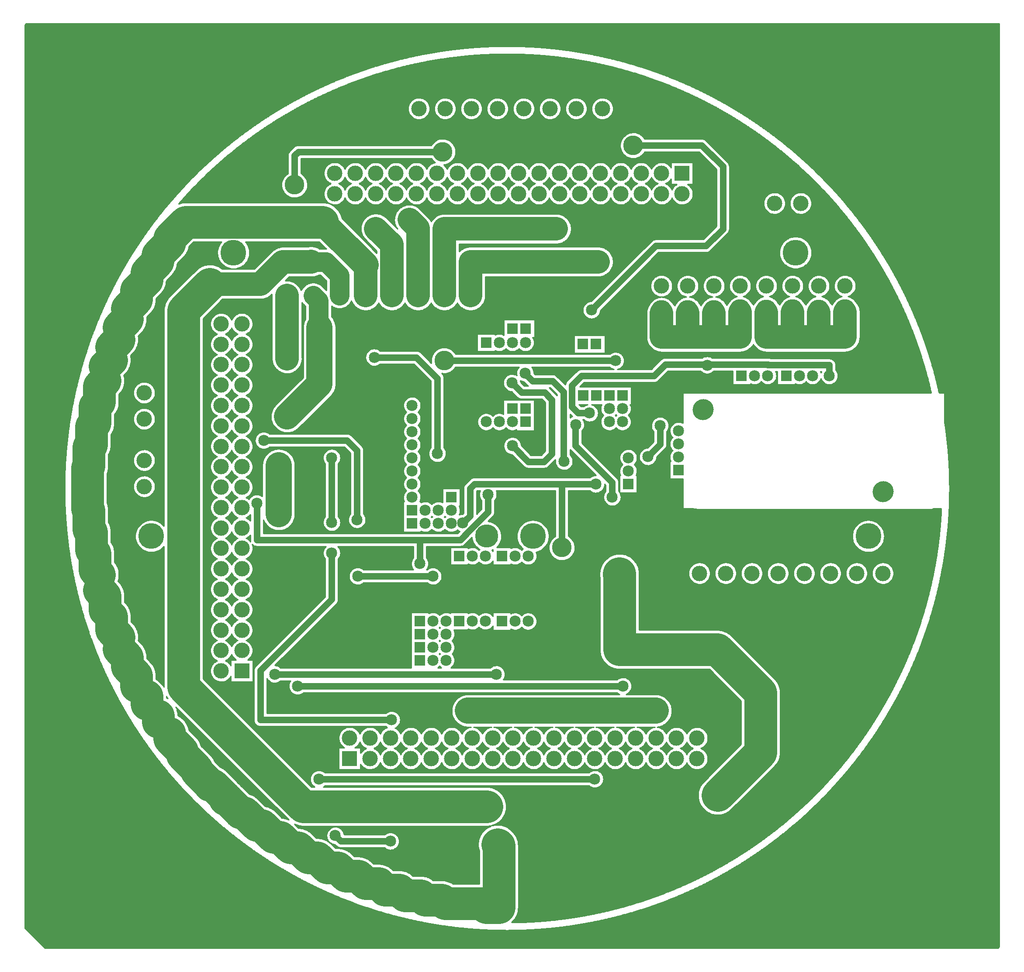
<source format=gtl>
%FSLAX44Y44*%
%MOMM*%
G71*
G01*
G75*
G04 Layer_Physical_Order=1*
G04 Layer_Color=255*
%ADD10C,0.2540*%
%ADD11C,4.5720*%
%ADD12C,1.2700*%
%ADD13C,6.3500*%
%ADD14C,3.8100*%
%ADD15C,5.0800*%
%ADD16C,3.0000*%
%ADD17C,2.1590*%
%ADD18R,2.1590X2.1590*%
%ADD19R,2.1590X2.1590*%
%ADD20R,3.0000X3.0000*%
%ADD21R,3.0000X3.0000*%
%ADD22C,5.0000*%
%ADD23C,4.5000*%
%ADD24O,4.0000X5.0000*%
%ADD25C,4.0000*%
%ADD26C,3.8100*%
%ADD27C,5.0800*%
%ADD28C,4.5720*%
D10*
X3512326Y3092704D02*
X3512176Y3095229D01*
X3511729Y3097719D01*
X3510990Y3100138D01*
X3509970Y3102453D01*
X3508684Y3104631D01*
X3507149Y3106642D01*
X3505387Y3108457D01*
X3503423Y3110051D01*
X3501284Y3111401D01*
X3499000Y3112489D01*
X3496604Y3113299D01*
X3494128Y3113820D01*
X3491609Y3114044D01*
X3489080Y3113970D01*
X3486578Y3113596D01*
X3484138Y3112929D01*
X3481794Y3111979D01*
X3479579Y3110757D01*
X3477523Y3109283D01*
X3475657Y3107575D01*
X3474006Y3105659D01*
X3472593Y3103561D01*
X3471438Y3101311D01*
X3470557Y3098940D01*
X3469963Y3096481D01*
X3469663Y3093969D01*
Y3091439D01*
X3469963Y3088927D01*
X3470557Y3086469D01*
X3471438Y3084097D01*
X3472593Y3081847D01*
X3474006Y3079749D01*
X3475657Y3077833D01*
X3477523Y3076125D01*
X3479579Y3074651D01*
X3481794Y3073429D01*
X3484138Y3072479D01*
X3486578Y3071812D01*
X3489080Y3071438D01*
X3491609Y3071364D01*
X3494128Y3071588D01*
X3496603Y3072109D01*
X3499000Y3072919D01*
X3501284Y3074007D01*
X3503423Y3075357D01*
X3505387Y3076951D01*
X3507149Y3078766D01*
X3508684Y3080777D01*
X3509970Y3082955D01*
X3510990Y3085270D01*
X3511729Y3087689D01*
X3512176Y3090179D01*
X3512326Y3092704D01*
X3461526Y3092704D02*
X3461376Y3095229D01*
X3460929Y3097719D01*
X3460190Y3100138D01*
X3459170Y3102453D01*
X3457884Y3104631D01*
X3456349Y3106642D01*
X3454587Y3108457D01*
X3452623Y3110051D01*
X3450484Y3111401D01*
X3448200Y3112489D01*
X3445804Y3113299D01*
X3443328Y3113820D01*
X3440809Y3114044D01*
X3438280Y3113970D01*
X3435779Y3113596D01*
X3433338Y3112929D01*
X3430994Y3111979D01*
X3428779Y3110757D01*
X3426724Y3109283D01*
X3424857Y3107575D01*
X3423206Y3105659D01*
X3421793Y3103561D01*
X3420638Y3101311D01*
X3419757Y3098940D01*
X3419163Y3096481D01*
X3418864Y3093969D01*
Y3091439D01*
X3419163Y3088927D01*
X3419757Y3086469D01*
X3420638Y3084097D01*
X3421793Y3081847D01*
X3423206Y3079749D01*
X3424857Y3077833D01*
X3426724Y3076125D01*
X3428779Y3074651D01*
X3430994Y3073429D01*
X3433338Y3072479D01*
X3435778Y3071812D01*
X3438280Y3071438D01*
X3440809Y3071364D01*
X3443328Y3071588D01*
X3445804Y3072109D01*
X3448200Y3072919D01*
X3450484Y3074007D01*
X3452623Y3075357D01*
X3454587Y3076951D01*
X3456349Y3078766D01*
X3457884Y3080777D01*
X3459170Y3082955D01*
X3460190Y3085270D01*
X3460929Y3087689D01*
X3461376Y3090179D01*
X3461526Y3092704D01*
X3512420Y2997000D02*
X3512318Y2999523D01*
X3512014Y3002029D01*
X3511509Y3004503D01*
X3510807Y3006927D01*
X3509911Y3009288D01*
X3508829Y3011569D01*
X3507567Y3013755D01*
X3506133Y3015833D01*
X3504536Y3017789D01*
X3502787Y3019610D01*
X3500897Y3021284D01*
X3498879Y3022801D01*
X3496745Y3024150D01*
X3494510Y3025323D01*
X3492187Y3026313D01*
X3489792Y3027112D01*
X3487341Y3027716D01*
X3484849Y3028121D01*
X3482332Y3028325D01*
X3479808D01*
X3477291Y3028121D01*
X3474799Y3027716D01*
X3472348Y3027112D01*
X3469953Y3026313D01*
X3467631Y3025323D01*
X3465395Y3024150D01*
X3463261Y3022801D01*
X3461243Y3021284D01*
X3459353Y3019610D01*
X3457604Y3017789D01*
X3456007Y3015833D01*
X3454573Y3013755D01*
X3453311Y3011569D01*
X3452229Y3009288D01*
X3451333Y3006927D01*
X3450631Y3004503D01*
X3450126Y3002029D01*
X3449822Y2999523D01*
X3449720Y2997000D01*
X3449822Y2994477D01*
X3450126Y2991971D01*
X3450631Y2989497D01*
X3451333Y2987072D01*
X3452229Y2984712D01*
X3453311Y2982431D01*
X3454573Y2980244D01*
X3456007Y2978167D01*
X3457604Y2976211D01*
X3459353Y2974390D01*
X3461243Y2972716D01*
X3463261Y2971199D01*
X3465395Y2969850D01*
X3467631Y2968677D01*
X3469953Y2967687D01*
X3472348Y2966888D01*
X3474799Y2966284D01*
X3477291Y2965879D01*
X3479808Y2965675D01*
X3482332D01*
X3484849Y2965879D01*
X3487341Y2966284D01*
X3489792Y2966888D01*
X3492187Y2967687D01*
X3494510Y2968677D01*
X3496745Y2969850D01*
X3498879Y2971200D01*
X3500897Y2972716D01*
X3502787Y2974390D01*
X3504536Y2976211D01*
X3506133Y2978167D01*
X3507567Y2980244D01*
X3508829Y2982431D01*
X3509911Y2984712D01*
X3510807Y2987072D01*
X3511509Y2989497D01*
X3512014Y2991971D01*
X3512318Y2994478D01*
X3512420Y2997000D01*
X3512318Y2999523D01*
X3512014Y3002029D01*
X3511509Y3004503D01*
X3510807Y3006927D01*
X3509911Y3009288D01*
X3508829Y3011569D01*
X3507567Y3013755D01*
X3506133Y3015833D01*
X3504536Y3017789D01*
X3502787Y3019610D01*
X3500897Y3021284D01*
X3498879Y3022801D01*
X3496745Y3024150D01*
X3494510Y3025323D01*
X3492187Y3026313D01*
X3489792Y3027112D01*
X3487341Y3027716D01*
X3484849Y3028121D01*
X3482332Y3028325D01*
X3479808D01*
X3477291Y3028121D01*
X3474799Y3027716D01*
X3472348Y3027112D01*
X3469953Y3026313D01*
X3467631Y3025323D01*
X3465395Y3024150D01*
X3463261Y3022801D01*
X3461243Y3021284D01*
X3459353Y3019610D01*
X3457604Y3017789D01*
X3456007Y3015833D01*
X3454573Y3013755D01*
X3453311Y3011569D01*
X3452229Y3009288D01*
X3451333Y3006927D01*
X3450631Y3004503D01*
X3450126Y3002029D01*
X3449822Y2999523D01*
X3449720Y2997000D01*
X3449822Y2994477D01*
X3450126Y2991971D01*
X3450631Y2989497D01*
X3451333Y2987072D01*
X3452229Y2984712D01*
X3453311Y2982431D01*
X3454573Y2980244D01*
X3456007Y2978167D01*
X3457604Y2976211D01*
X3459353Y2974390D01*
X3461243Y2972716D01*
X3463261Y2971199D01*
X3465395Y2969850D01*
X3467631Y2968677D01*
X3469953Y2967687D01*
X3472348Y2966888D01*
X3474799Y2966284D01*
X3477291Y2965879D01*
X3479808Y2965675D01*
X3482332D01*
X3484849Y2965879D01*
X3487341Y2966284D01*
X3489792Y2966888D01*
X3492187Y2967687D01*
X3494510Y2968677D01*
X3496745Y2969850D01*
X3498879Y2971200D01*
X3500897Y2972716D01*
X3502787Y2974390D01*
X3504536Y2976211D01*
X3506133Y2978167D01*
X3507567Y2980244D01*
X3508829Y2982431D01*
X3509911Y2984712D01*
X3510807Y2987072D01*
X3511509Y2989497D01*
X3512014Y2991971D01*
X3512318Y2994478D01*
X3512420Y2997000D01*
X3352800Y3164078D02*
X3352555Y3166560D01*
X3351830Y3168947D01*
X3350652Y3171146D01*
X3349067Y3173072D01*
X3352800Y3164078D02*
X3352556Y3166555D01*
X3351833Y3168938D01*
X3350660Y3171134D01*
X3349080Y3173058D01*
X3308186Y3213952D02*
X3306262Y3215532D01*
X3304066Y3216705D01*
X3301684Y3217428D01*
X3299206Y3217672D01*
X3308199Y3213939D02*
X3306273Y3215524D01*
X3304075Y3216702D01*
X3301688Y3217427D01*
X3299206Y3217672D01*
X3239756Y3162204D02*
X3238345Y3164249D01*
X3236706Y3166117D01*
X3234861Y3167781D01*
X3232835Y3169220D01*
X3230656Y3170414D01*
X3228353Y3171346D01*
X3225957Y3172005D01*
X3223501Y3172381D01*
X3221017Y3172468D01*
X3218541Y3172267D01*
X3216104Y3171779D01*
X3213741Y3171012D01*
X3211483Y3169975D01*
X3209360Y3168683D01*
X3207403Y3167152D01*
X3205636Y3165405D01*
X3204084Y3163465D01*
X3202768Y3161357D01*
X3201706Y3159110D01*
X3349067Y3033926D02*
X3350652Y3035852D01*
X3351830Y3038051D01*
X3352555Y3040438D01*
X3352800Y3042920D01*
X3349080Y3033940D02*
X3350660Y3035864D01*
X3351833Y3038060D01*
X3352556Y3040443D01*
X3352800Y3042920D01*
X3282456Y3111124D02*
X3282307Y3113639D01*
X3281864Y3116118D01*
X3281131Y3118528D01*
X3280120Y3120835D01*
X3278844Y3123007D01*
X3277321Y3125013D01*
X3275573Y3126826D01*
X3273622Y3128420D01*
X3271498Y3129774D01*
X3250714D02*
X3248674Y3128481D01*
X3246794Y3126966D01*
X3245096Y3125248D01*
X3243603Y3123350D01*
X3242335Y3121295D01*
X3241306Y3119110D01*
X3240222Y3121396D01*
X3238876Y3123538D01*
X3237286Y3125505D01*
X3235474Y3127271D01*
X3233466Y3128810D01*
X3231291Y3130100D01*
X3228977Y3131124D01*
X3241306Y3103138D02*
X3242404Y3100826D01*
X3243770Y3098663D01*
X3245385Y3096678D01*
X3247226Y3094901D01*
X3249267Y3093357D01*
X3251477Y3092068D01*
X3253826Y3091053D01*
X3256280Y3090327D01*
X3258802Y3089899D01*
X3261358Y3089775D01*
X3263911Y3089959D01*
X3266422Y3090446D01*
X3268858Y3091231D01*
X3271182Y3092301D01*
X3273362Y3093642D01*
X3275365Y3095234D01*
X3277164Y3097054D01*
X3278732Y3099076D01*
X3280046Y3101271D01*
X3281089Y3103607D01*
X3281845Y3106052D01*
X3282303Y3108570D01*
X3282456Y3111124D01*
X3201706Y3103138D02*
X3202791Y3100848D01*
X3204141Y3098704D01*
X3205734Y3096734D01*
X3207550Y3094967D01*
X3209562Y3093427D01*
X3211743Y3092137D01*
X3214060Y3091114D01*
X3216483Y3090373D01*
X3218977Y3089924D01*
X3221506Y3089774D01*
X3224035Y3089924D01*
X3226529Y3090373D01*
X3228951Y3091114D01*
X3231270Y3092137D01*
X3233450Y3093427D01*
X3235462Y3094967D01*
X3237278Y3096734D01*
X3238871Y3098704D01*
X3240221Y3100848D01*
X3241306Y3103138D01*
X3307334Y2997454D02*
X3309816Y2997699D01*
X3312203Y2998424D01*
X3314402Y2999602D01*
X3316328Y3001187D01*
X3307334Y2997454D02*
X3309812Y2997698D01*
X3312194Y2998421D01*
X3314390Y2999594D01*
X3316314Y3001174D01*
X3583003Y2911992D02*
X3585329Y2912845D01*
X3587541Y2913962D01*
X3589608Y2915328D01*
X3591504Y2916924D01*
X3593202Y2918729D01*
X3594679Y2920718D01*
X3595916Y2922866D01*
X3596895Y2925142D01*
X3597605Y2927516D01*
X3598034Y2929956D01*
X3598178Y2932430D01*
Y2932430D02*
X3598026Y2934974D01*
X3597572Y2937481D01*
X3596822Y2939917D01*
X3595788Y2942246D01*
X3594483Y2944435D01*
X3592927Y2946453D01*
X3591141Y2948271D01*
X3589152Y2949864D01*
X3586987Y2951208D01*
X3584677Y2952285D01*
X3582256Y2953079D01*
X3579757Y2953578D01*
X3577216Y2953777D01*
X3574670Y2953671D01*
X3572155Y2953262D01*
X3569706Y2952557D01*
X3567358Y2951565D01*
X3565146Y2950300D01*
X3563100Y2948781D01*
X3561249Y2947029D01*
X3559621Y2945069D01*
X3558238Y2942928D01*
X3557119Y2940639D01*
X3556281Y2938232D01*
X3555737Y2935742D01*
X3555492Y2933206D01*
X3555551Y2930658D01*
X3555914Y2928136D01*
X3556575Y2925675D01*
X3557524Y2923310D01*
X3558748Y2921075D01*
X3560230Y2919001D01*
X3561948Y2917119D01*
X3563878Y2915456D01*
X3565993Y2914034D01*
X3568262Y2912874D01*
X3570653Y2911992D01*
X3531714Y2911851D02*
X3534103Y2912666D01*
X3536379Y2913757D01*
X3538510Y2915109D01*
X3540468Y2916703D01*
X3542223Y2918517D01*
X3543751Y2920526D01*
X3545032Y2922701D01*
X3546048Y2925012D01*
X3546783Y2927426D01*
X3547229Y2929910D01*
X3547378Y2932430D01*
X3547224Y2934987D01*
X3546765Y2937508D01*
X3546008Y2939956D01*
X3544962Y2942295D01*
X3543644Y2944492D01*
X3542072Y2946515D01*
X3540270Y2948336D01*
X3538262Y2949927D01*
X3536078Y2951266D01*
X3533749Y2952335D01*
X3531309Y2953116D01*
X3528793Y2953600D01*
X3526237Y2953779D01*
X3523679Y2953650D01*
X3521154Y2953216D01*
X3518699Y2952483D01*
X3516349Y2951460D01*
X3514140Y2950164D01*
X3512101Y2948612D01*
X3510263Y2946827D01*
X3508652Y2944835D01*
X3507291Y2942664D01*
X3506200Y2940346D01*
X3505394Y2937914D01*
X3504886Y2935403D01*
X3504682Y2932849D01*
X3504785Y2930289D01*
X3505195Y2927760D01*
X3505905Y2925298D01*
X3506904Y2922939D01*
X3508178Y2920716D01*
X3509710Y2918662D01*
X3511477Y2916807D01*
X3513453Y2915176D01*
X3515610Y2913794D01*
X3517918Y2912680D01*
X3520342Y2911851D01*
X3481403Y2911992D02*
X3483729Y2912845D01*
X3485941Y2913962D01*
X3488008Y2915328D01*
X3489904Y2916924D01*
X3491602Y2918729D01*
X3493079Y2920718D01*
X3494316Y2922866D01*
X3495295Y2925142D01*
X3496005Y2927516D01*
X3496434Y2929956D01*
X3496578Y2932430D01*
X3599522Y2899766D02*
X3598070Y2901968D01*
X3596404Y2904014D01*
X3594543Y2905883D01*
X3592503Y2907556D01*
X3590307Y2909017D01*
X3587976Y2910252D01*
X3585533Y2911247D01*
X3583003Y2911992D01*
X3570653D02*
X3568123Y2911247D01*
X3565680Y2910252D01*
X3563349Y2909017D01*
X3561153Y2907556D01*
X3559113Y2905883D01*
X3557252Y2904014D01*
X3555586Y2901968D01*
X3554134Y2899766D01*
X3606038Y2881376D02*
X3605932Y2883860D01*
X3605616Y2886325D01*
X3605091Y2888755D01*
X3604361Y2891131D01*
X3603432Y2893437D01*
X3602310Y2895655D01*
X3601004Y2897770D01*
X3599522Y2899766D01*
X3576828Y2804160D02*
X3579374Y2804271D01*
X3581900Y2804604D01*
X3584388Y2805155D01*
X3586819Y2805922D01*
X3589173Y2806897D01*
X3591433Y2808073D01*
X3593582Y2809443D01*
X3595604Y2810994D01*
X3597483Y2812715D01*
X3599204Y2814594D01*
X3600755Y2816616D01*
X3602125Y2818765D01*
X3603301Y2821025D01*
X3604276Y2823380D01*
X3605043Y2825810D01*
X3605594Y2828298D01*
X3605927Y2830824D01*
X3606038Y2833370D01*
X3576828Y2804160D02*
X3579374Y2804271D01*
X3581900Y2804604D01*
X3584388Y2805155D01*
X3586819Y2805922D01*
X3589173Y2806897D01*
X3591433Y2808073D01*
X3593582Y2809443D01*
X3595604Y2810994D01*
X3597483Y2812715D01*
X3599204Y2814594D01*
X3600755Y2816616D01*
X3602125Y2818765D01*
X3603301Y2821025D01*
X3604276Y2823380D01*
X3605043Y2825810D01*
X3605594Y2828298D01*
X3605927Y2830824D01*
X3606038Y2833370D01*
X3554134Y2899766D02*
X3552658Y2897778D01*
X3551356Y2895673D01*
X3551356D02*
X3550116Y2897645D01*
X3548722Y2899512D01*
X3547409Y2901522D01*
X3545919Y2903404D01*
X3544264Y2905143D01*
X3542457Y2906723D01*
X3540514Y2908133D01*
X3538450Y2909360D01*
X3536284Y2910394D01*
X3534032Y2911227D01*
X3531714Y2911851D01*
X3520342D02*
X3518024Y2911227D01*
X3515772Y2910394D01*
X3513606Y2909360D01*
X3511542Y2908133D01*
X3509599Y2906723D01*
X3507792Y2905143D01*
X3506137Y2903404D01*
X3504647Y2901522D01*
X3503334Y2899512D01*
X3497922Y2899766D02*
X3496470Y2901968D01*
X3494804Y2904014D01*
X3492943Y2905883D01*
X3490904Y2907556D01*
X3488707Y2909017D01*
X3486376Y2910252D01*
X3483933Y2911247D01*
X3481403Y2911992D01*
X3503334Y2899512D02*
X3501940Y2897645D01*
X3500700Y2895673D01*
X3500700D02*
X3499398Y2897778D01*
X3497922Y2899766D01*
X3559048Y2779014D02*
X3558804Y2781492D01*
X3558081Y2783874D01*
X3556908Y2786070D01*
X3555328Y2787994D01*
X3553404Y2789574D01*
X3551208Y2790747D01*
X3548826Y2791470D01*
X3546348Y2791714D01*
X3563493Y2758186D02*
X3563307Y2760703D01*
X3562754Y2763165D01*
X3561845Y2765519D01*
X3560601Y2767715D01*
X3559048Y2769704D01*
Y2779014D02*
X3558804Y2781492D01*
X3558081Y2783874D01*
X3556908Y2786070D01*
X3555328Y2787994D01*
X3553404Y2789574D01*
X3551208Y2790747D01*
X3548826Y2791470D01*
X3546348Y2791714D01*
X3530092Y2752737D02*
X3531076Y2750394D01*
X3532395Y2748223D01*
X3534020Y2746270D01*
X3535917Y2744579D01*
X3538042Y2743187D01*
X3540350Y2742125D01*
X3542789Y2741414D01*
X3545307Y2741073D01*
X3547847Y2741107D01*
X3550355Y2741516D01*
X3552774Y2742291D01*
X3555053Y2743415D01*
X3557140Y2744864D01*
X3558990Y2746605D01*
X3560563Y2748600D01*
X3561823Y2750806D01*
X3562744Y2753174D01*
X3563305Y2755652D01*
X3563493Y2758186D01*
X3531252Y2766314D02*
X3530092Y2763635D01*
Y2763635D02*
X3528932Y2766314D01*
X3501136Y2746668D02*
X3502982Y2744914D01*
X3505068Y2743452D01*
X3507347Y2742316D01*
X3509770Y2741530D01*
X3512282Y2741111D01*
X3514828Y2741070D01*
X3517353Y2741406D01*
X3519800Y2742112D01*
X3522115Y2743173D01*
X3524248Y2744565D01*
X3526151Y2746257D01*
X3527782Y2748213D01*
X3529106Y2750389D01*
X3530092Y2752737D01*
X3480181Y2743159D02*
X3482495Y2742103D01*
X3484940Y2741401D01*
X3487462Y2741069D01*
X3490005Y2741113D01*
X3492514Y2741533D01*
X3494933Y2742320D01*
X3497209Y2743456D01*
X3499292Y2744916D01*
X3501136Y2746668D01*
X3496578Y2932430D02*
X3496426Y2934974D01*
X3495972Y2937481D01*
X3495222Y2939917D01*
X3494188Y2942246D01*
X3492883Y2944435D01*
X3491327Y2946453D01*
X3489541Y2948271D01*
X3487552Y2949864D01*
X3485387Y2951208D01*
X3483077Y2952285D01*
X3480656Y2953079D01*
X3478157Y2953578D01*
X3475616Y2953777D01*
X3473070Y2953671D01*
X3470555Y2953262D01*
X3468106Y2952557D01*
X3465758Y2951565D01*
X3463546Y2950300D01*
X3461500Y2948781D01*
X3459649Y2947029D01*
X3458021Y2945069D01*
X3456638Y2942928D01*
X3455519Y2940639D01*
X3454681Y2938232D01*
X3454137Y2935742D01*
X3453892Y2933206D01*
X3453952Y2930658D01*
X3454314Y2928136D01*
X3454975Y2925675D01*
X3455924Y2923310D01*
X3457148Y2921075D01*
X3458630Y2919001D01*
X3460348Y2917119D01*
X3462278Y2915456D01*
X3464393Y2914034D01*
X3466662Y2912874D01*
X3469053Y2911992D01*
X3445778Y2932430D02*
X3445624Y2934987D01*
X3445165Y2937508D01*
X3444408Y2939956D01*
X3443362Y2942295D01*
X3442044Y2944492D01*
X3440473Y2946515D01*
X3438670Y2948336D01*
X3436662Y2949927D01*
X3434478Y2951266D01*
X3432149Y2952335D01*
X3429709Y2953116D01*
X3427193Y2953600D01*
X3424637Y2953779D01*
X3422079Y2953650D01*
X3419554Y2953216D01*
X3417099Y2952483D01*
X3414749Y2951460D01*
X3412540Y2950164D01*
X3410501Y2948612D01*
X3408663Y2946827D01*
X3407052Y2944835D01*
X3405691Y2942664D01*
X3404600Y2940346D01*
X3403794Y2937914D01*
X3403286Y2935403D01*
X3403082Y2932849D01*
X3403186Y2930289D01*
X3403595Y2927760D01*
X3404305Y2925298D01*
X3405304Y2922939D01*
X3406578Y2920716D01*
X3408110Y2918662D01*
X3409877Y2916807D01*
X3411853Y2915176D01*
X3414010Y2913794D01*
X3416318Y2912680D01*
X3418742Y2911851D01*
X3430114D02*
X3432503Y2912666D01*
X3434779Y2913757D01*
X3436910Y2915109D01*
X3438867Y2916703D01*
X3440623Y2918517D01*
X3442151Y2920526D01*
X3443432Y2922701D01*
X3444448Y2925012D01*
X3445183Y2927426D01*
X3445629Y2929910D01*
X3445778Y2932430D01*
X3394978D02*
X3394826Y2934974D01*
X3394372Y2937481D01*
X3393622Y2939917D01*
X3392588Y2942246D01*
X3391283Y2944435D01*
X3389727Y2946453D01*
X3387941Y2948271D01*
X3385952Y2949864D01*
X3383787Y2951208D01*
X3381477Y2952285D01*
X3379055Y2953079D01*
X3376557Y2953578D01*
X3374016Y2953777D01*
X3371470Y2953671D01*
X3368954Y2953262D01*
X3366506Y2952557D01*
X3364158Y2951565D01*
X3361946Y2950300D01*
X3359900Y2948781D01*
X3358049Y2947029D01*
X3356421Y2945069D01*
X3355038Y2942928D01*
X3353919Y2940639D01*
X3353081Y2938232D01*
X3352537Y2935742D01*
X3352292Y2933206D01*
X3352352Y2930658D01*
X3352714Y2928136D01*
X3353375Y2925675D01*
X3354324Y2923310D01*
X3355548Y2921075D01*
X3357030Y2919001D01*
X3358748Y2917119D01*
X3360678Y2915456D01*
X3362793Y2914034D01*
X3365062Y2912874D01*
X3367453Y2911992D01*
X3379803Y2911992D02*
X3382129Y2912845D01*
X3384341Y2913962D01*
X3386408Y2915328D01*
X3388304Y2916924D01*
X3390002Y2918729D01*
X3391479Y2920718D01*
X3392716Y2922866D01*
X3393695Y2925142D01*
X3394405Y2927516D01*
X3394834Y2929956D01*
X3394978Y2932430D01*
X3469054Y2911992D02*
X3466523Y2911247D01*
X3464080Y2910252D01*
X3461749Y2909017D01*
X3459553Y2907556D01*
X3457513Y2905883D01*
X3455652Y2904014D01*
X3453986Y2901968D01*
X3452534Y2899766D01*
X3447122Y2899512D02*
X3445809Y2901522D01*
X3444319Y2903404D01*
X3442664Y2905143D01*
X3440857Y2906723D01*
X3438914Y2908133D01*
X3436850Y2909360D01*
X3434684Y2910394D01*
X3432432Y2911227D01*
X3430114Y2911851D01*
X3418742D02*
X3416424Y2911227D01*
X3414172Y2910394D01*
X3412006Y2909360D01*
X3409942Y2908133D01*
X3407999Y2906723D01*
X3406192Y2905143D01*
X3404537Y2903404D01*
X3403047Y2901522D01*
X3401734Y2899512D01*
X3452534Y2899766D02*
X3451058Y2897778D01*
X3449756Y2895673D01*
X3449756D02*
X3448516Y2897645D01*
X3447122Y2899512D01*
X3399028Y2818946D02*
X3400392Y2816772D01*
X3401941Y2814727D01*
X3403663Y2812826D01*
X3405546Y2811083D01*
X3407574Y2809512D01*
X3409733Y2808126D01*
X3412005Y2806934D01*
X3414372Y2805945D01*
X3416818Y2805169D01*
X3419322Y2804610D01*
X3421865Y2804273D01*
X3424428Y2804160D01*
X3399028Y2818946D02*
X3400392Y2816772D01*
X3401941Y2814727D01*
X3403663Y2812826D01*
X3405546Y2811083D01*
X3407574Y2809512D01*
X3409733Y2808126D01*
X3412005Y2806934D01*
X3414372Y2805945D01*
X3416818Y2805169D01*
X3419322Y2804610D01*
X3421865Y2804273D01*
X3424428Y2804160D01*
X3401734Y2899512D02*
X3400340Y2897645D01*
X3399100Y2895673D01*
X3399100D02*
X3397798Y2897778D01*
X3396322Y2899766D01*
X3394870Y2901968D01*
X3393204Y2904014D01*
X3391342Y2905883D01*
X3389304Y2907556D01*
X3387107Y2909017D01*
X3384776Y2910252D01*
X3382333Y2911247D01*
X3379803Y2911992D01*
X3367454D02*
X3364923Y2911247D01*
X3362480Y2910252D01*
X3360149Y2909017D01*
X3357953Y2907556D01*
X3355913Y2905883D01*
X3354052Y2904014D01*
X3352386Y2901968D01*
X3350934Y2899766D01*
X3373628Y2804160D02*
X3376191Y2804273D01*
X3378734Y2804610D01*
X3381238Y2805169D01*
X3383683Y2805945D01*
X3386051Y2806934D01*
X3388323Y2808126D01*
X3390482Y2809512D01*
X3392510Y2811083D01*
X3394393Y2812826D01*
X3396115Y2814727D01*
X3397664Y2816772D01*
X3399028Y2818946D01*
X3373628Y2804160D02*
X3376191Y2804273D01*
X3378734Y2804610D01*
X3381238Y2805169D01*
X3383683Y2805945D01*
X3386051Y2806934D01*
X3388323Y2808126D01*
X3390482Y2809512D01*
X3392510Y2811083D01*
X3394393Y2812826D01*
X3396115Y2814727D01*
X3397664Y2816772D01*
X3399028Y2818946D01*
X3344178Y2932430D02*
X3344024Y2934993D01*
X3343563Y2937519D01*
X3342802Y2939971D01*
X3341752Y2942314D01*
X3340429Y2944514D01*
X3338851Y2946540D01*
X3337041Y2948362D01*
X3335026Y2949952D01*
X3332834Y2951290D01*
X3330498Y2952355D01*
X3328050Y2953131D01*
X3325527Y2953609D01*
X3322965Y2953780D01*
X3320402Y2953642D01*
X3317873Y2953197D01*
X3315416Y2952452D01*
X3313066Y2951418D01*
X3310857Y2950108D01*
X3308821Y2948543D01*
X3306989Y2946745D01*
X3305385Y2944740D01*
X3304033Y2942557D01*
X3302953Y2940228D01*
X3302161Y2937786D01*
X3301667Y2935266D01*
X3301480Y2932705D01*
X3301601Y2930140D01*
X3302029Y2927609D01*
X3302759Y2925147D01*
X3303778Y2922790D01*
X3305073Y2920573D01*
X3306625Y2918528D01*
X3308411Y2916683D01*
X3310406Y2915066D01*
X3312580Y2913700D01*
X3314902Y2912606D01*
X3317339Y2911797D01*
X3319856Y2911288D01*
X3325800D02*
X3328294Y2911792D01*
X3330711Y2912589D01*
X3333016Y2913668D01*
X3335176Y2915013D01*
X3337160Y2916606D01*
X3338941Y2918423D01*
X3340493Y2920440D01*
X3341794Y2922627D01*
X3342826Y2924953D01*
X3343574Y2927386D01*
X3344026Y2929890D01*
X3344178Y2932430D01*
X3293378Y2932430D02*
X3293224Y2934993D01*
X3292763Y2937519D01*
X3292002Y2939971D01*
X3290952Y2942314D01*
X3289629Y2944514D01*
X3288051Y2946540D01*
X3286241Y2948362D01*
X3284226Y2949952D01*
X3282034Y2951290D01*
X3279698Y2952355D01*
X3277250Y2953131D01*
X3274727Y2953609D01*
X3272166Y2953780D01*
X3269602Y2953642D01*
X3267073Y2953197D01*
X3264615Y2952452D01*
X3262266Y2951418D01*
X3260057Y2950108D01*
X3258022Y2948543D01*
X3256188Y2946745D01*
X3254584Y2944740D01*
X3253233Y2942557D01*
X3252153Y2940228D01*
X3251360Y2937786D01*
X3250867Y2935266D01*
X3250680Y2932705D01*
X3250801Y2930140D01*
X3251230Y2927609D01*
X3251959Y2925147D01*
X3252978Y2922790D01*
X3254273Y2920573D01*
X3255825Y2918528D01*
X3257611Y2916683D01*
X3259606Y2915066D01*
X3261780Y2913700D01*
X3264102Y2912606D01*
X3266540Y2911797D01*
X3269056Y2911288D01*
X3275000D02*
X3277494Y2911792D01*
X3279911Y2912589D01*
X3282216Y2913668D01*
X3284376Y2915013D01*
X3286360Y2916606D01*
X3288141Y2918423D01*
X3289693Y2920440D01*
X3290994Y2922627D01*
X3292026Y2924953D01*
X3292773Y2927386D01*
X3293226Y2929890D01*
X3293378Y2932430D01*
X3242578Y2932430D02*
X3242428Y2934955D01*
X3241981Y2937445D01*
X3241242Y2939864D01*
X3240222Y2942179D01*
X3238936Y2944357D01*
X3237401Y2946368D01*
X3235639Y2948183D01*
X3233675Y2949777D01*
X3231536Y2951127D01*
X3229252Y2952215D01*
X3226855Y2953025D01*
X3224380Y2953546D01*
X3221861Y2953771D01*
X3219332Y2953696D01*
X3216830Y2953322D01*
X3214390Y2952655D01*
X3212046Y2951705D01*
X3209831Y2950483D01*
X3207776Y2949009D01*
X3205909Y2947301D01*
X3204258Y2945385D01*
X3202845Y2943287D01*
X3201690Y2941037D01*
X3200809Y2938665D01*
X3200215Y2936207D01*
X3199915Y2933695D01*
Y2931165D01*
X3200215Y2928653D01*
X3200809Y2926194D01*
X3201689Y2923823D01*
X3202845Y2921573D01*
X3204258Y2919475D01*
X3205909Y2917559D01*
X3207776Y2915851D01*
X3209831Y2914377D01*
X3212046Y2913155D01*
X3214390Y2912205D01*
X3216830Y2911538D01*
X3219332Y2911164D01*
X3221861Y2911089D01*
X3224380Y2911314D01*
X3226855Y2911835D01*
X3229252Y2912645D01*
X3231536Y2913733D01*
X3233675Y2915083D01*
X3235639Y2916677D01*
X3237401Y2918492D01*
X3238936Y2920503D01*
X3240222Y2922681D01*
X3241242Y2924996D01*
X3241981Y2927415D01*
X3242428Y2929905D01*
X3242578Y2932430D01*
X3345522Y2898496D02*
X3344189Y2900534D01*
X3342673Y2902441D01*
X3340988Y2904200D01*
X3339147Y2905795D01*
X3337167Y2907213D01*
X3335064Y2908443D01*
X3332857Y2909473D01*
X3330564Y2910295D01*
X3328205Y2910901D01*
X3325800Y2911288D01*
X3319856Y2911288D02*
X3317451Y2910901D01*
X3315092Y2910295D01*
X3312799Y2909473D01*
X3310592Y2908443D01*
X3308489Y2907213D01*
X3306509Y2905795D01*
X3304669Y2904200D01*
X3302983Y2902441D01*
X3301467Y2900534D01*
X3300134Y2898496D01*
X3350934Y2899766D02*
X3349291Y2897530D01*
X3347868Y2895147D01*
X3347868D02*
X3346754Y2896862D01*
X3345522Y2898496D01*
X3319559Y2792730D02*
X3317290Y2794094D01*
X3314837Y2795092D01*
X3312260Y2795700D01*
X3309620Y2795905D01*
X3306980Y2795700D01*
X3304403Y2795092D01*
X3301950Y2794094D01*
X3299681Y2792730D01*
X3297428Y2894530D02*
X3296157Y2896569D01*
X3294722Y2898496D01*
X3300134D02*
X3298699Y2896569D01*
X3297428Y2894530D01*
X3269056Y2911288D02*
X3266651Y2910901D01*
X3264292Y2910295D01*
X3261999Y2909473D01*
X3259792Y2908443D01*
X3257690Y2907213D01*
X3255709Y2905795D01*
X3253869Y2904200D01*
X3252183Y2902441D01*
X3250667Y2900534D01*
X3249334Y2898496D01*
X3294722D02*
X3293389Y2900534D01*
X3291873Y2902441D01*
X3290187Y2904200D01*
X3288347Y2905795D01*
X3286367Y2907213D01*
X3284264Y2908443D01*
X3282057Y2909473D01*
X3279764Y2910295D01*
X3277405Y2910901D01*
X3275000Y2911288D01*
X3249334Y2898496D02*
X3247816Y2896447D01*
X3246484Y2894273D01*
X3243922Y2897988D02*
X3242560Y2900067D01*
X3241008Y2902007D01*
X3239280Y2903793D01*
X3237392Y2905408D01*
X3235359Y2906838D01*
X3233202Y2908070D01*
X3230937Y2909094D01*
X3228586Y2909900D01*
X3226170Y2910480D01*
X3223710Y2910831D01*
X3221228Y2910948D01*
X3218746Y2910831D01*
X3216286Y2910480D01*
X3213870Y2909900D01*
X3211519Y2909094D01*
X3209254Y2908070D01*
X3207097Y2906838D01*
X3205064Y2905408D01*
X3203176Y2903793D01*
X3201448Y2902007D01*
X3199896Y2900067D01*
X3198534Y2897988D01*
X3246484Y2894273D02*
X3245275Y2896180D01*
X3243922Y2897988D01*
X3432453Y2791714D02*
X3430016Y2792473D01*
X3427476Y2792730D01*
X3432453Y2791714D02*
X3430016Y2792473D01*
X3427476Y2792730D01*
X3444367Y2758186D02*
X3444135Y2760996D01*
X3443446Y2763730D01*
X3442318Y2766314D01*
X3414522Y2746668D02*
X3416390Y2744896D01*
X3418502Y2743424D01*
X3420811Y2742285D01*
X3423264Y2741504D01*
X3425807Y2741100D01*
X3428382Y2741080D01*
X3430930Y2741447D01*
X3433395Y2742191D01*
X3435721Y2743296D01*
X3437854Y2744736D01*
X3439749Y2746480D01*
X3441360Y2748488D01*
X3442653Y2750714D01*
X3443598Y2753109D01*
X3444174Y2755619D01*
X3444367Y2758186D01*
X3393567Y2743159D02*
X3395881Y2742103D01*
X3398326Y2741401D01*
X3400848Y2741069D01*
X3403391Y2741113D01*
X3405900Y2741533D01*
X3408319Y2742320D01*
X3410595Y2743456D01*
X3412678Y2744916D01*
X3414522Y2746668D01*
X3296841Y2767330D02*
X3298731Y2765517D01*
X3300876Y2764013D01*
X3303224Y2762853D01*
X3305722Y2762064D01*
X3308311Y2761665D01*
X3310930D01*
X3313518Y2762064D01*
X3316016Y2762853D01*
X3318365Y2764013D01*
X3320509Y2765517D01*
X3322399Y2767330D01*
X3293766Y2724658D02*
X3291451Y2725157D01*
X3289181Y2725178D01*
X3286917Y2725011D01*
X3284675Y2724658D01*
X3262884Y2701643D02*
X3262698Y2700005D01*
X3262698D02*
X3262630Y2699004D01*
X3188361Y3217672D02*
X3186973Y3219819D01*
X3185376Y3221815D01*
X3183587Y3223641D01*
X3181623Y3225278D01*
X3179504Y3226709D01*
X3177253Y3227920D01*
X3174891Y3228898D01*
X3172443Y3229634D01*
X3169933Y3230120D01*
X3167387Y3230351D01*
X3164830Y3230326D01*
X3162290Y3230043D01*
X3159790Y3229507D01*
X3157357Y3228721D01*
X3155015Y3227696D01*
X3152789Y3226440D01*
X3150699Y3224966D01*
X3148769Y3223290D01*
X3147017Y3221429D01*
X3145460Y3219401D01*
X3144116Y3217227D01*
X3142997Y3214928D01*
X3142114Y3212529D01*
X3141477Y3210053D01*
X3141093Y3207525D01*
X3140964Y3204972D01*
X3141093Y3202419D01*
X3141477Y3199891D01*
X3142114Y3197415D01*
X3142997Y3195016D01*
X3144116Y3192718D01*
X3145460Y3190543D01*
X3147017Y3188515D01*
X3148769Y3186653D01*
X3150699Y3184978D01*
X3152788Y3183504D01*
X3155015Y3182248D01*
X3157357Y3181223D01*
X3159790Y3180438D01*
X3162289Y3179901D01*
X3164830Y3179619D01*
X3167387Y3179593D01*
X3169933Y3179824D01*
X3172443Y3180310D01*
X3174891Y3181046D01*
X3177253Y3182024D01*
X3179504Y3183235D01*
X3181623Y3184666D01*
X3183587Y3186303D01*
X3185376Y3188129D01*
X3186973Y3190125D01*
X3188361Y3192272D01*
X3128024Y3276346D02*
X3127874Y3278871D01*
X3127427Y3281361D01*
X3126688Y3283780D01*
X3125668Y3286095D01*
X3124382Y3288273D01*
X3122847Y3290284D01*
X3121085Y3292099D01*
X3119120Y3293693D01*
X3116982Y3295043D01*
X3114698Y3296131D01*
X3112302Y3296941D01*
X3109826Y3297462D01*
X3107307Y3297686D01*
X3104778Y3297612D01*
X3102276Y3297238D01*
X3099836Y3296571D01*
X3097492Y3295621D01*
X3095277Y3294399D01*
X3093222Y3292925D01*
X3091355Y3291217D01*
X3089704Y3289301D01*
X3088291Y3287203D01*
X3087136Y3284953D01*
X3086255Y3282581D01*
X3085661Y3280123D01*
X3085362Y3277611D01*
Y3275081D01*
X3085661Y3272569D01*
X3086255Y3270110D01*
X3087136Y3267739D01*
X3088291Y3265489D01*
X3089704Y3263391D01*
X3091355Y3261475D01*
X3093222Y3259767D01*
X3095277Y3258293D01*
X3097492Y3257071D01*
X3099836Y3256121D01*
X3102276Y3255454D01*
X3104778Y3255080D01*
X3107307Y3255005D01*
X3109826Y3255230D01*
X3112302Y3255751D01*
X3114698Y3256561D01*
X3116982Y3257649D01*
X3119120Y3258999D01*
X3121085Y3260593D01*
X3122847Y3262408D01*
X3124382Y3264419D01*
X3125668Y3266597D01*
X3126688Y3268912D01*
X3127427Y3271331D01*
X3127874Y3273821D01*
X3128024Y3276346D01*
X3201706Y3143138D02*
X3202790Y3140852D01*
X3204136Y3138710D01*
X3205726Y3136743D01*
X3207538Y3134977D01*
X3209546Y3133439D01*
X3211721Y3132148D01*
X3214034Y3131124D01*
X3228977D02*
X3231152Y3132077D01*
X3233207Y3133266D01*
X3235118Y3134676D01*
X3236860Y3136289D01*
X3238413Y3138086D01*
X3239756Y3140044D01*
X3201706Y3159110D02*
X3200620Y3161400D01*
X3199272Y3163544D01*
X3197678Y3165514D01*
X3195862Y3167281D01*
X3193850Y3168820D01*
X3191669Y3170111D01*
X3189352Y3171134D01*
X3186929Y3171875D01*
X3184435Y3172324D01*
X3181906Y3172474D01*
X3179377Y3172324D01*
X3176883Y3171875D01*
X3174460Y3171134D01*
X3172143Y3170111D01*
X3169962Y3168820D01*
X3167950Y3167281D01*
X3166134Y3165514D01*
X3164541Y3163544D01*
X3163192Y3161400D01*
X3162106Y3159110D01*
X3161021Y3161400D01*
X3159672Y3163544D01*
X3158078Y3165514D01*
X3156262Y3167281D01*
X3154250Y3168820D01*
X3152069Y3170111D01*
X3149752Y3171134D01*
X3147329Y3171875D01*
X3144835Y3172324D01*
X3142306Y3172474D01*
X3139777Y3172324D01*
X3137283Y3171875D01*
X3134861Y3171134D01*
X3132543Y3170111D01*
X3130362Y3168820D01*
X3128350Y3167281D01*
X3126534Y3165514D01*
X3124940Y3163544D01*
X3123592Y3161400D01*
X3122506Y3159110D01*
X3189377Y3131124D02*
X3191690Y3132148D01*
X3193866Y3133439D01*
X3195874Y3134977D01*
X3197686Y3136743D01*
X3199276Y3138710D01*
X3200622Y3140852D01*
X3201706Y3143138D01*
X3162106D02*
X3163190Y3140852D01*
X3164536Y3138710D01*
X3166126Y3136743D01*
X3167938Y3134977D01*
X3169946Y3133439D01*
X3172121Y3132148D01*
X3174435Y3131124D01*
X3122506Y3143138D02*
X3123589Y3140852D01*
X3124936Y3138710D01*
X3126526Y3136743D01*
X3128338Y3134977D01*
X3130346Y3133439D01*
X3132521Y3132148D01*
X3134835Y3131124D01*
X3149778D02*
X3152090Y3132148D01*
X3154266Y3133439D01*
X3156274Y3134977D01*
X3158086Y3136743D01*
X3159676Y3138710D01*
X3161022Y3140852D01*
X3162106Y3143138D01*
X3214035Y3131124D02*
X3211721Y3130100D01*
X3209546Y3128810D01*
X3207538Y3127271D01*
X3205726Y3125505D01*
X3204136Y3123538D01*
X3202790Y3121396D01*
X3201706Y3119110D01*
X3200622Y3121396D01*
X3199276Y3123538D01*
X3197686Y3125505D01*
X3195874Y3127271D01*
X3193866Y3128810D01*
X3191690Y3130100D01*
X3189377Y3131124D01*
X3174435D02*
X3172122Y3130100D01*
X3169946Y3128810D01*
X3167938Y3127271D01*
X3166126Y3125505D01*
X3164536Y3123538D01*
X3163190Y3121396D01*
X3162106Y3119110D01*
X3161022Y3121396D01*
X3159676Y3123538D01*
X3158086Y3125505D01*
X3156274Y3127271D01*
X3154266Y3128810D01*
X3152090Y3130100D01*
X3149778Y3131124D01*
X3134835D02*
X3132521Y3130100D01*
X3130346Y3128810D01*
X3128338Y3127271D01*
X3126526Y3125505D01*
X3124936Y3123538D01*
X3123589Y3121396D01*
X3122506Y3119110D01*
Y3103138D02*
X3123592Y3100848D01*
X3124940Y3098704D01*
X3126534Y3096734D01*
X3128350Y3094967D01*
X3130362Y3093427D01*
X3132543Y3092137D01*
X3134861Y3091114D01*
X3137283Y3090373D01*
X3139777Y3089924D01*
X3142306Y3089774D01*
X3144835Y3089924D01*
X3147329Y3090373D01*
X3149752Y3091114D01*
X3152069Y3092137D01*
X3154250Y3093427D01*
X3156262Y3094967D01*
X3158078Y3096734D01*
X3159672Y3098704D01*
X3161021Y3100848D01*
X3162106Y3103138D01*
X3162106Y3103138D02*
X3163192Y3100848D01*
X3164541Y3098704D01*
X3166134Y3096734D01*
X3167950Y3094967D01*
X3169962Y3093427D01*
X3172143Y3092137D01*
X3174460Y3091114D01*
X3176883Y3090373D01*
X3179377Y3089924D01*
X3181906Y3089774D01*
X3184435Y3089924D01*
X3186929Y3090373D01*
X3189352Y3091114D01*
X3191669Y3092137D01*
X3193850Y3093427D01*
X3195862Y3094967D01*
X3197678Y3096734D01*
X3199272Y3098704D01*
X3200620Y3100848D01*
X3201706Y3103138D01*
X3122506Y3159110D02*
X3121421Y3161400D01*
X3120071Y3163544D01*
X3118478Y3165514D01*
X3116662Y3167281D01*
X3114650Y3168820D01*
X3112469Y3170111D01*
X3110151Y3171134D01*
X3107729Y3171875D01*
X3105235Y3172324D01*
X3102706Y3172474D01*
X3100177Y3172324D01*
X3097683Y3171875D01*
X3095261Y3171134D01*
X3092943Y3170111D01*
X3090762Y3168820D01*
X3088750Y3167281D01*
X3086934Y3165514D01*
X3085341Y3163544D01*
X3083991Y3161400D01*
X3082906Y3159110D01*
X3110177Y3131124D02*
X3112491Y3132148D01*
X3114666Y3133439D01*
X3116674Y3134977D01*
X3118486Y3136743D01*
X3120076Y3138710D01*
X3121422Y3140852D01*
X3122506Y3143138D01*
X3082906D02*
X3083990Y3140852D01*
X3085336Y3138710D01*
X3086926Y3136743D01*
X3088738Y3134977D01*
X3090746Y3133439D01*
X3092921Y3132148D01*
X3095235Y3131124D01*
X3082906Y3159110D02*
X3081820Y3161400D01*
X3080471Y3163544D01*
X3078878Y3165514D01*
X3077062Y3167281D01*
X3075050Y3168820D01*
X3072869Y3170111D01*
X3070551Y3171134D01*
X3068129Y3171875D01*
X3065635Y3172324D01*
X3063106Y3172474D01*
X3060577Y3172324D01*
X3058083Y3171875D01*
X3055660Y3171134D01*
X3053343Y3170111D01*
X3051162Y3168820D01*
X3049150Y3167281D01*
X3047334Y3165514D01*
X3045741Y3163544D01*
X3044391Y3161400D01*
X3043306Y3159110D01*
X3070577Y3131124D02*
X3072891Y3132148D01*
X3075066Y3133439D01*
X3077074Y3134977D01*
X3078886Y3136743D01*
X3080476Y3138710D01*
X3081823Y3140852D01*
X3082906Y3143138D01*
X3043306D02*
X3044390Y3140852D01*
X3045736Y3138710D01*
X3047326Y3136743D01*
X3049138Y3134977D01*
X3051146Y3133439D01*
X3053322Y3132148D01*
X3055634Y3131124D01*
X3122506Y3119110D02*
X3121422Y3121396D01*
X3120076Y3123538D01*
X3118486Y3125505D01*
X3116674Y3127271D01*
X3114666Y3128810D01*
X3112491Y3130100D01*
X3110177Y3131124D01*
X3095235D02*
X3092921Y3130100D01*
X3090746Y3128810D01*
X3088738Y3127271D01*
X3086926Y3125505D01*
X3085336Y3123538D01*
X3083990Y3121396D01*
X3082906Y3119110D01*
Y3103138D02*
X3083991Y3100848D01*
X3085341Y3098704D01*
X3086934Y3096734D01*
X3088750Y3094967D01*
X3090762Y3093427D01*
X3092943Y3092137D01*
X3095261Y3091114D01*
X3097683Y3090373D01*
X3100177Y3089924D01*
X3102706Y3089774D01*
X3105235Y3089924D01*
X3107729Y3090373D01*
X3110151Y3091114D01*
X3112469Y3092137D01*
X3114650Y3093427D01*
X3116662Y3094967D01*
X3118478Y3096734D01*
X3120071Y3098704D01*
X3121421Y3100848D01*
X3122506Y3103138D01*
X3082906Y3119110D02*
X3081823Y3121396D01*
X3080476Y3123538D01*
X3078886Y3125505D01*
X3077074Y3127271D01*
X3075066Y3128810D01*
X3072891Y3130100D01*
X3070577Y3131124D01*
X3055634D02*
X3053322Y3130100D01*
X3051146Y3128810D01*
X3049138Y3127271D01*
X3047326Y3125505D01*
X3045736Y3123538D01*
X3044390Y3121396D01*
X3043306Y3119110D01*
Y3103138D02*
X3044391Y3100848D01*
X3045741Y3098704D01*
X3047334Y3096734D01*
X3049150Y3094967D01*
X3051162Y3093427D01*
X3053343Y3092137D01*
X3055660Y3091114D01*
X3058083Y3090373D01*
X3060577Y3089924D01*
X3063106Y3089774D01*
X3065635Y3089924D01*
X3068129Y3090373D01*
X3070551Y3091114D01*
X3072869Y3092137D01*
X3075050Y3093427D01*
X3077062Y3094967D01*
X3078878Y3096734D01*
X3080471Y3098704D01*
X3081820Y3100848D01*
X3082906Y3103138D01*
X3077224Y3276346D02*
X3077074Y3278871D01*
X3076627Y3281361D01*
X3075888Y3283780D01*
X3074868Y3286095D01*
X3073582Y3288273D01*
X3072047Y3290284D01*
X3070285Y3292099D01*
X3068321Y3293693D01*
X3066182Y3295043D01*
X3063898Y3296131D01*
X3061501Y3296941D01*
X3059026Y3297462D01*
X3056507Y3297686D01*
X3053978Y3297612D01*
X3051476Y3297238D01*
X3049036Y3296571D01*
X3046692Y3295621D01*
X3044477Y3294399D01*
X3042422Y3292925D01*
X3040555Y3291217D01*
X3038904Y3289301D01*
X3037491Y3287203D01*
X3036336Y3284953D01*
X3035455Y3282581D01*
X3034861Y3280123D01*
X3034561Y3277611D01*
Y3275081D01*
X3034861Y3272569D01*
X3035455Y3270110D01*
X3036335Y3267739D01*
X3037491Y3265489D01*
X3038904Y3263391D01*
X3040555Y3261475D01*
X3042422Y3259767D01*
X3044477Y3258293D01*
X3046692Y3257071D01*
X3049036Y3256121D01*
X3051476Y3255454D01*
X3053978Y3255080D01*
X3056507Y3255005D01*
X3059026Y3255230D01*
X3061501Y3255751D01*
X3063898Y3256561D01*
X3066182Y3257649D01*
X3068321Y3258999D01*
X3070285Y3260593D01*
X3072047Y3262408D01*
X3073582Y3264419D01*
X3074868Y3266597D01*
X3075888Y3268912D01*
X3076627Y3271331D01*
X3077074Y3273821D01*
X3077224Y3276346D01*
X3026424Y3276346D02*
X3026274Y3278871D01*
X3025827Y3281361D01*
X3025088Y3283780D01*
X3024068Y3286095D01*
X3022782Y3288273D01*
X3021247Y3290284D01*
X3019485Y3292099D01*
X3017521Y3293693D01*
X3015381Y3295043D01*
X3013098Y3296131D01*
X3010702Y3296941D01*
X3008226Y3297462D01*
X3005707Y3297686D01*
X3003178Y3297612D01*
X3000676Y3297238D01*
X2998236Y3296571D01*
X2995892Y3295621D01*
X2993677Y3294399D01*
X2991622Y3292925D01*
X2989755Y3291217D01*
X2988104Y3289301D01*
X2986691Y3287203D01*
X2985536Y3284953D01*
X2984655Y3282581D01*
X2984061Y3280123D01*
X2983762Y3277611D01*
Y3275081D01*
X2984061Y3272569D01*
X2984655Y3270110D01*
X2985536Y3267739D01*
X2986691Y3265489D01*
X2988104Y3263391D01*
X2989755Y3261475D01*
X2991622Y3259767D01*
X2993677Y3258293D01*
X2995892Y3257071D01*
X2998236Y3256121D01*
X3000676Y3255454D01*
X3003178Y3255080D01*
X3005706Y3255005D01*
X3008226Y3255230D01*
X3010702Y3255751D01*
X3013098Y3256561D01*
X3015381Y3257649D01*
X3017521Y3258999D01*
X3019485Y3260593D01*
X3021247Y3262408D01*
X3022782Y3264419D01*
X3024068Y3266597D01*
X3025088Y3268912D01*
X3025827Y3271331D01*
X3026274Y3273821D01*
X3026424Y3276346D01*
X2975624Y3276346D02*
X2975474Y3278871D01*
X2975027Y3281361D01*
X2974288Y3283780D01*
X2973268Y3286095D01*
X2971982Y3288273D01*
X2970447Y3290284D01*
X2968685Y3292099D01*
X2966721Y3293693D01*
X2964582Y3295043D01*
X2962298Y3296131D01*
X2959902Y3296941D01*
X2957426Y3297462D01*
X2954907Y3297686D01*
X2952378Y3297612D01*
X2949876Y3297238D01*
X2947436Y3296571D01*
X2945092Y3295621D01*
X2942877Y3294399D01*
X2940822Y3292925D01*
X2938955Y3291217D01*
X2937304Y3289301D01*
X2935891Y3287203D01*
X2934736Y3284953D01*
X2933855Y3282581D01*
X2933261Y3280123D01*
X2932961Y3277611D01*
Y3275081D01*
X2933261Y3272569D01*
X2933855Y3270110D01*
X2934736Y3267739D01*
X2935891Y3265489D01*
X2937304Y3263391D01*
X2938955Y3261475D01*
X2940822Y3259767D01*
X2942877Y3258293D01*
X2945092Y3257071D01*
X2947436Y3256121D01*
X2949876Y3255454D01*
X2952378Y3255080D01*
X2954907Y3255005D01*
X2957426Y3255230D01*
X2959901Y3255751D01*
X2962298Y3256561D01*
X2964582Y3257649D01*
X2966721Y3258999D01*
X2968685Y3260593D01*
X2970447Y3262408D01*
X2971982Y3264419D01*
X2973268Y3266597D01*
X2974288Y3268912D01*
X2975027Y3271331D01*
X2975474Y3273821D01*
X2975624Y3276346D01*
X2924824Y3276346D02*
X2924674Y3278871D01*
X2924227Y3281361D01*
X2923488Y3283780D01*
X2922468Y3286095D01*
X2921182Y3288273D01*
X2919647Y3290284D01*
X2917885Y3292099D01*
X2915921Y3293693D01*
X2913782Y3295043D01*
X2911498Y3296131D01*
X2909102Y3296941D01*
X2906626Y3297462D01*
X2904107Y3297686D01*
X2901578Y3297612D01*
X2899077Y3297238D01*
X2896636Y3296571D01*
X2894292Y3295621D01*
X2892077Y3294399D01*
X2890022Y3292925D01*
X2888155Y3291217D01*
X2886504Y3289301D01*
X2885091Y3287203D01*
X2883936Y3284953D01*
X2883055Y3282581D01*
X2882461Y3280123D01*
X2882162Y3277611D01*
Y3275081D01*
X2882461Y3272569D01*
X2883055Y3270110D01*
X2883936Y3267739D01*
X2885091Y3265489D01*
X2886504Y3263391D01*
X2888155Y3261475D01*
X2890022Y3259767D01*
X2892077Y3258293D01*
X2894292Y3257071D01*
X2896636Y3256121D01*
X2899076Y3255454D01*
X2901578Y3255080D01*
X2904107Y3255005D01*
X2906626Y3255230D01*
X2909102Y3255751D01*
X2911498Y3256561D01*
X2913782Y3257649D01*
X2915921Y3258999D01*
X2917885Y3260593D01*
X2919647Y3262408D01*
X2921182Y3264419D01*
X2922468Y3266597D01*
X2923488Y3268912D01*
X2924227Y3271331D01*
X2924674Y3273821D01*
X2924824Y3276346D01*
X3030977Y3131124D02*
X3033291Y3132148D01*
X3035466Y3133439D01*
X3037474Y3134977D01*
X3039286Y3136743D01*
X3040876Y3138710D01*
X3042222Y3140852D01*
X3043306Y3143138D01*
X3043306Y3159110D02*
X3042220Y3161400D01*
X3040872Y3163544D01*
X3039278Y3165514D01*
X3037462Y3167281D01*
X3035450Y3168820D01*
X3033269Y3170111D01*
X3030952Y3171134D01*
X3028529Y3171875D01*
X3026035Y3172324D01*
X3023506Y3172474D01*
X3020977Y3172324D01*
X3018483Y3171875D01*
X3016060Y3171134D01*
X3013743Y3170111D01*
X3011562Y3168820D01*
X3009550Y3167281D01*
X3007734Y3165514D01*
X3006141Y3163544D01*
X3004792Y3161400D01*
X3003706Y3159110D01*
Y3143138D02*
X3004790Y3140852D01*
X3006136Y3138710D01*
X3007726Y3136743D01*
X3009538Y3134977D01*
X3011546Y3133439D01*
X3013722Y3132148D01*
X3016035Y3131124D01*
X3003706Y3159110D02*
X3002621Y3161400D01*
X3001271Y3163544D01*
X2999678Y3165514D01*
X2997862Y3167281D01*
X2995850Y3168820D01*
X2993669Y3170111D01*
X2991352Y3171134D01*
X2988929Y3171875D01*
X2986435Y3172324D01*
X2983906Y3172474D01*
X2981377Y3172324D01*
X2978883Y3171875D01*
X2976461Y3171134D01*
X2974142Y3170111D01*
X2971962Y3168820D01*
X2969950Y3167281D01*
X2968134Y3165514D01*
X2966541Y3163544D01*
X2965192Y3161400D01*
X2964106Y3159110D01*
X2963021Y3161400D01*
X2961671Y3163544D01*
X2960078Y3165514D01*
X2958262Y3167281D01*
X2956250Y3168820D01*
X2954070Y3170111D01*
X2951751Y3171134D01*
X2949329Y3171875D01*
X2946835Y3172324D01*
X2944306Y3172474D01*
X2941777Y3172324D01*
X2939283Y3171875D01*
X2936860Y3171134D01*
X2934543Y3170111D01*
X2932362Y3168820D01*
X2930350Y3167281D01*
X2928534Y3165514D01*
X2926941Y3163544D01*
X2925591Y3161400D01*
X2924506Y3159110D01*
X2991378Y3131124D02*
X2993690Y3132148D01*
X2995866Y3133439D01*
X2997874Y3134977D01*
X2999686Y3136743D01*
X3001276Y3138710D01*
X3002622Y3140852D01*
X3003706Y3143138D01*
X2964106D02*
X2965190Y3140852D01*
X2966536Y3138710D01*
X2968126Y3136743D01*
X2969938Y3134977D01*
X2971946Y3133439D01*
X2974121Y3132148D01*
X2976435Y3131124D01*
X2951778D02*
X2954091Y3132148D01*
X2956266Y3133439D01*
X2958274Y3134977D01*
X2960086Y3136743D01*
X2961676Y3138710D01*
X2963022Y3140852D01*
X2964106Y3143138D01*
X3043306Y3119110D02*
X3042222Y3121396D01*
X3040876Y3123538D01*
X3039286Y3125505D01*
X3037474Y3127271D01*
X3035466Y3128810D01*
X3033291Y3130100D01*
X3030977Y3131124D01*
X3016035D02*
X3013722Y3130100D01*
X3011546Y3128810D01*
X3009538Y3127271D01*
X3007726Y3125505D01*
X3006136Y3123538D01*
X3004790Y3121396D01*
X3003706Y3119110D01*
Y3103138D02*
X3004792Y3100848D01*
X3006141Y3098704D01*
X3007734Y3096734D01*
X3009550Y3094967D01*
X3011562Y3093427D01*
X3013743Y3092137D01*
X3016060Y3091114D01*
X3018483Y3090373D01*
X3020977Y3089924D01*
X3023506Y3089774D01*
X3026035Y3089924D01*
X3028529Y3090373D01*
X3030952Y3091114D01*
X3033269Y3092137D01*
X3035450Y3093427D01*
X3037462Y3094967D01*
X3039278Y3096734D01*
X3040872Y3098704D01*
X3042220Y3100848D01*
X3043306Y3103138D01*
X2976435Y3131124D02*
X2974121Y3130100D01*
X2971946Y3128810D01*
X2969938Y3127271D01*
X2968126Y3125505D01*
X2966536Y3123538D01*
X2965190Y3121396D01*
X2964106Y3119110D01*
X3003706D02*
X3002622Y3121396D01*
X3001276Y3123538D01*
X2999686Y3125505D01*
X2997874Y3127271D01*
X2995866Y3128810D01*
X2993690Y3130100D01*
X2991378Y3131124D01*
X2964106Y3119110D02*
X2963022Y3121396D01*
X2961676Y3123538D01*
X2960086Y3125505D01*
X2958274Y3127271D01*
X2956266Y3128810D01*
X2954091Y3130100D01*
X2951778Y3131124D01*
X2964106Y3103138D02*
X2965192Y3100848D01*
X2966541Y3098704D01*
X2968134Y3096734D01*
X2969950Y3094967D01*
X2971962Y3093427D01*
X2974142Y3092137D01*
X2976461Y3091114D01*
X2978883Y3090373D01*
X2981377Y3089924D01*
X2983906Y3089774D01*
X2986435Y3089924D01*
X2988929Y3090373D01*
X2991352Y3091114D01*
X2993669Y3092137D01*
X2995850Y3093427D01*
X2997862Y3094967D01*
X2999678Y3096734D01*
X3001271Y3098704D01*
X3002621Y3100848D01*
X3003706Y3103138D01*
X2924506Y3103138D02*
X2925591Y3100848D01*
X2926941Y3098704D01*
X2928534Y3096734D01*
X2930350Y3094967D01*
X2932362Y3093427D01*
X2934543Y3092137D01*
X2936860Y3091114D01*
X2939283Y3090373D01*
X2941777Y3089924D01*
X2944306Y3089774D01*
X2946835Y3089924D01*
X2949329Y3090373D01*
X2951751Y3091114D01*
X2954070Y3092137D01*
X2956250Y3093427D01*
X2958262Y3094967D01*
X2960078Y3096734D01*
X2961671Y3098704D01*
X2963021Y3100848D01*
X2964106Y3103138D01*
X2924506Y3143138D02*
X2925590Y3140852D01*
X2926936Y3138710D01*
X2928526Y3136743D01*
X2930338Y3134977D01*
X2932346Y3133439D01*
X2934521Y3132148D01*
X2936835Y3131124D01*
X2924506Y3159110D02*
X2923420Y3161400D01*
X2922072Y3163544D01*
X2920478Y3165514D01*
X2918662Y3167281D01*
X2916650Y3168820D01*
X2914470Y3170111D01*
X2912151Y3171134D01*
X2909729Y3171875D01*
X2907235Y3172324D01*
X2904706Y3172474D01*
X2902177Y3172324D01*
X2899684Y3171875D01*
X2897261Y3171134D01*
X2894943Y3170111D01*
X2892762Y3168820D01*
X2890750Y3167281D01*
X2888934Y3165514D01*
X2887341Y3163544D01*
X2885992Y3161400D01*
X2884906Y3159110D01*
X2912177Y3131124D02*
X2914491Y3132148D01*
X2916666Y3133439D01*
X2918674Y3134977D01*
X2920486Y3136743D01*
X2922076Y3138710D01*
X2923423Y3140852D01*
X2924506Y3143138D01*
X2884906D02*
X2885990Y3140852D01*
X2887336Y3138710D01*
X2888926Y3136743D01*
X2890738Y3134977D01*
X2892746Y3133439D01*
X2894922Y3132148D01*
X2897234Y3131124D01*
X2872578D02*
X2874891Y3132148D01*
X2877066Y3133439D01*
X2879074Y3134977D01*
X2880886Y3136743D01*
X2882476Y3138710D01*
X2883822Y3140852D01*
X2884906Y3143138D01*
X2936835Y3131124D02*
X2934521Y3130100D01*
X2932346Y3128810D01*
X2930338Y3127271D01*
X2928526Y3125505D01*
X2926936Y3123538D01*
X2925590Y3121396D01*
X2924506Y3119110D01*
X2923423Y3121396D01*
X2922076Y3123538D01*
X2920486Y3125505D01*
X2918674Y3127271D01*
X2916666Y3128810D01*
X2914491Y3130100D01*
X2912177Y3131124D01*
X2897234D02*
X2894922Y3130100D01*
X2892746Y3128810D01*
X2890738Y3127271D01*
X2888926Y3125505D01*
X2887336Y3123538D01*
X2885990Y3121396D01*
X2884906Y3119110D01*
Y3103138D02*
X2885992Y3100848D01*
X2887341Y3098704D01*
X2888934Y3096734D01*
X2890750Y3094967D01*
X2892762Y3093427D01*
X2894943Y3092137D01*
X2897260Y3091114D01*
X2899683Y3090373D01*
X2902177Y3089924D01*
X2904706Y3089774D01*
X2907235Y3089924D01*
X2909729Y3090373D01*
X2912151Y3091114D01*
X2914470Y3092137D01*
X2916650Y3093427D01*
X2918662Y3094967D01*
X2920478Y3096734D01*
X2922072Y3098704D01*
X2923420Y3100848D01*
X2924506Y3103138D01*
X2884906Y3119110D02*
X2883822Y3121396D01*
X2882476Y3123538D01*
X2880886Y3125505D01*
X2879074Y3127271D01*
X2877066Y3128810D01*
X2874891Y3130100D01*
X2872578Y3131124D01*
X3210306Y3022854D02*
X3207828Y3022610D01*
X3205446Y3021887D01*
X3203250Y3020714D01*
X3201326Y3019134D01*
X3210306Y3022854D02*
X3207824Y3022609D01*
X3205437Y3021884D01*
X3203239Y3020706D01*
X3201312Y3019121D01*
X3198534Y2897988D02*
X3197052Y2895992D01*
X3195746Y2893877D01*
X3194624Y2891659D01*
X3193695Y2889353D01*
X3192965Y2886977D01*
X3192440Y2884547D01*
X3192124Y2882082D01*
X3192018Y2879598D01*
Y2833370D02*
X3192129Y2830824D01*
X3192462Y2828298D01*
X3193013Y2825810D01*
X3193780Y2823380D01*
X3194755Y2821025D01*
X3195931Y2818765D01*
X3197301Y2816616D01*
X3198852Y2814594D01*
X3200573Y2812715D01*
X3202452Y2810994D01*
X3204474Y2809443D01*
X3206623Y2808073D01*
X3208883Y2806897D01*
X3211237Y2805922D01*
X3213668Y2805155D01*
X3216156Y2804604D01*
X3218682Y2804271D01*
X3221228Y2804160D01*
X3192018Y2833370D02*
X3192129Y2830824D01*
X3192462Y2828298D01*
X3193013Y2825810D01*
X3193780Y2823380D01*
X3194755Y2821025D01*
X3195931Y2818765D01*
X3197301Y2816616D01*
X3198852Y2814594D01*
X3200573Y2812715D01*
X3202452Y2810994D01*
X3204474Y2809443D01*
X3206623Y2808073D01*
X3208883Y2806897D01*
X3211237Y2805922D01*
X3213668Y2805155D01*
X3216156Y2804604D01*
X3218682Y2804271D01*
X3221228Y2804160D01*
X3127756Y2979420D02*
X3127645Y2981966D01*
X3127312Y2984492D01*
X3126761Y2986980D01*
X3125994Y2989410D01*
X3125019Y2991765D01*
X3123842Y2994025D01*
X3122473Y2996174D01*
X3120922Y2998196D01*
X3119201Y3000074D01*
X3117322Y3001796D01*
X3115300Y3003347D01*
X3113151Y3004716D01*
X3110891Y3005893D01*
X3108536Y3006868D01*
X3106106Y3007635D01*
X3103618Y3008186D01*
X3101092Y3008519D01*
X3098546Y3008630D01*
Y2950210D02*
X3101092Y2950321D01*
X3103618Y2950654D01*
X3106106Y2951205D01*
X3108536Y2951972D01*
X3110891Y2952947D01*
X3113151Y2954124D01*
X3115300Y2955493D01*
X3117322Y2957044D01*
X3119201Y2958765D01*
X3120922Y2960644D01*
X3122473Y2962666D01*
X3123842Y2964815D01*
X3125019Y2967075D01*
X3125994Y2969430D01*
X3126761Y2971860D01*
X3127312Y2974348D01*
X3127645Y2976874D01*
X3127756Y2979420D01*
X3085021Y2902830D02*
X3082486Y2902555D01*
X3080020Y2901908D01*
X3077677Y2900902D01*
X3075509Y2899560D01*
X3073564Y2897912D01*
X3071885Y2895992D01*
X3070509Y2893846D01*
X3069467Y2891519D01*
X3068781Y2889063D01*
X3068467Y2886532D01*
X3068532Y2883983D01*
X3068975Y2881472D01*
X3069785Y2879054D01*
X3070945Y2876783D01*
X3072428Y2874710D01*
X3074203Y2872879D01*
X3076229Y2871331D01*
X3078463Y2870102D01*
X3080854Y2869217D01*
X3083350Y2868696D01*
X3085896Y2868552D01*
X3088435Y2868786D01*
X3090911Y2869395D01*
X3093269Y2870364D01*
X3095458Y2871672D01*
X3097429Y2873290D01*
X3099137Y2875183D01*
X3100546Y2877308D01*
X3101624Y2879619D01*
X3102348Y2882064D01*
X3102701Y2884589D01*
X3228594Y2792730D02*
X3226116Y2792486D01*
X3223734Y2791763D01*
X3221538Y2790590D01*
X3219614Y2789010D01*
X3228594Y2792730D02*
X3226112Y2792485D01*
X3223725Y2791760D01*
X3221526Y2790582D01*
X3219601Y2788997D01*
X3149473Y2787396D02*
X3149278Y2789972D01*
X3148699Y2792489D01*
X3147748Y2794891D01*
X3146447Y2797123D01*
X3144825Y2799134D01*
X3142920Y2800878D01*
X3140774Y2802316D01*
X3138437Y2803416D01*
X3135961Y2804152D01*
X3133402Y2804507D01*
X3130819Y2804474D01*
X3128270Y2804054D01*
X3125814Y2803255D01*
X3123505Y2802097D01*
X3121396Y2800604D01*
X3135923Y2770632D02*
X3138404Y2771364D01*
X3140748Y2772461D01*
X3142899Y2773898D01*
X3144810Y2775643D01*
X3146437Y2777655D01*
X3147742Y2779889D01*
X3148696Y2782294D01*
X3149278Y2784816D01*
X3149473Y2787396D01*
X3120274Y2775204D02*
X3122122Y2773619D01*
X3124177Y2772313D01*
X3126395Y2771310D01*
X3128734Y2770632D01*
X3206496Y2745232D02*
X3208974Y2745476D01*
X3211356Y2746199D01*
X3213552Y2747372D01*
X3215476Y2748952D01*
X3206496Y2745232D02*
X3208978Y2745477D01*
X3211365Y2746202D01*
X3213564Y2747380D01*
X3215490Y2748965D01*
X3162681Y2694178D02*
X3162441Y2697036D01*
X3161729Y2699813D01*
X3160563Y2702433D01*
X3162681Y2668778D02*
X3162516Y2671154D01*
X3162022Y2673484D01*
X3161211Y2675723D01*
X3160097Y2677829D01*
X3158703Y2679759D01*
X3157054Y2681478D01*
X3158703Y2683197D01*
X3160097Y2685127D01*
X3161211Y2687233D01*
X3162022Y2689472D01*
X3162516Y2691802D01*
X3162681Y2694178D01*
X3132836Y2682660D02*
X3134018Y2681478D01*
X3131654D02*
X3132836Y2682660D01*
X3134018Y2681478D02*
X3132836Y2680296D01*
X3131654Y2681478D01*
X3066034Y2770632D02*
X3063557Y2770388D01*
X3061174Y2769665D01*
X3058978Y2768492D01*
X3057054Y2766912D01*
X3066034Y2770632D02*
X3063552Y2770387D01*
X3061165Y2769662D01*
X3058966Y2768484D01*
X3057040Y2766899D01*
X3105109Y2702433D02*
X3104053Y2700119D01*
X3103351Y2697674D01*
X3103019Y2695152D01*
X3103063Y2692609D01*
X3103483Y2690100D01*
X3104270Y2687681D01*
X3105406Y2685405D01*
X3106866Y2683322D01*
X3108618Y2681478D01*
X3098927Y2685796D02*
X3098741Y2688314D01*
X3098187Y2690778D01*
X3097278Y2693134D01*
X3096031Y2695330D01*
X3094477Y2697320D01*
X3092646Y2699059D01*
X3090580Y2700511D01*
X3088323Y2701644D01*
X3085925Y2702433D01*
X3077639D02*
X3074976Y2701532D01*
X3072495Y2700208D01*
X3070264Y2698496D01*
X3048253Y2679266D02*
X3045999Y2678123D01*
X3043936Y2676660D01*
X3070264Y2673096D02*
X3072209Y2671573D01*
X3074352Y2670345D01*
X3076650Y2669437D01*
X3079054Y2668869D01*
X3081515Y2668653D01*
X3083982Y2668793D01*
X3086403Y2669285D01*
X3088727Y2670121D01*
X3090908Y2671282D01*
X3092899Y2672744D01*
X3094660Y2674477D01*
X3096153Y2676445D01*
X3097347Y2678607D01*
X3098219Y2680919D01*
X3098749Y2683332D01*
X3098927Y2685796D01*
X3072003Y2663444D02*
X3071812Y2665998D01*
X3071242Y2668494D01*
X3070308Y2670878D01*
X3069028Y2673096D01*
X3067304Y2651652D02*
X3068943Y2653668D01*
X3070258Y2655909D01*
X3071220Y2658322D01*
X3071806Y2660853D01*
X3072003Y2663444D01*
X3046476Y3043174D02*
X3046365Y3045720D01*
X3046032Y3048246D01*
X3045481Y3050734D01*
X3044714Y3053164D01*
X3043739Y3055519D01*
X3042563Y3057779D01*
X3041194Y3059928D01*
X3039642Y3061950D01*
X3037921Y3063829D01*
X3036042Y3065550D01*
X3034020Y3067101D01*
X3031871Y3068470D01*
X3029611Y3069647D01*
X3027256Y3070622D01*
X3024826Y3071389D01*
X3022338Y3071940D01*
X3019812Y3072273D01*
X3017266Y3072384D01*
Y3013964D02*
X3019812Y3014075D01*
X3022338Y3014408D01*
X3024826Y3014959D01*
X3027256Y3015726D01*
X3029611Y3016701D01*
X3031871Y3017878D01*
X3034020Y3019247D01*
X3036042Y3020798D01*
X3037921Y3022520D01*
X3039642Y3024398D01*
X3041194Y3026420D01*
X3042563Y3028569D01*
X3043739Y3030829D01*
X3044714Y3033184D01*
X3045481Y3035614D01*
X3046032Y3038102D01*
X3046365Y3040628D01*
X3046476Y3043174D01*
X2974721Y2822448D02*
X2974500Y2825194D01*
X2973841Y2827870D01*
X2972763Y2830405D01*
X2971292Y2832735D01*
X2944876Y2810930D02*
X2946744Y2809158D01*
X2948856Y2807686D01*
X2951165Y2806547D01*
X2953618Y2805766D01*
X2956161Y2805362D01*
X2958736Y2805342D01*
X2961284Y2805709D01*
X2963749Y2806453D01*
X2966075Y2807557D01*
X2968208Y2808998D01*
X2970103Y2810742D01*
X2971714Y2812750D01*
X2973007Y2814976D01*
X2973952Y2817371D01*
X2974528Y2819881D01*
X2974721Y2822448D01*
X2919476Y2810930D02*
X2921362Y2809144D01*
X2923496Y2807662D01*
X2925830Y2806521D01*
X2928309Y2805745D01*
X2930877Y2805352D01*
X2933475D01*
X2936043Y2805745D01*
X2938522Y2806521D01*
X2940856Y2807662D01*
X2942990Y2809144D01*
X2944876Y2810930D01*
X2915539Y2837184D02*
X2913264Y2838318D01*
X2910846Y2839103D01*
X2908339Y2839522D01*
X2905797Y2839565D01*
X2903277Y2839232D01*
X2900834Y2838530D01*
X2898521Y2837475D01*
Y2807421D02*
X2900835Y2806365D01*
X2903280Y2805663D01*
X2905802Y2805331D01*
X2908345Y2805375D01*
X2910854Y2805795D01*
X2913273Y2806582D01*
X2915549Y2807718D01*
X2917632Y2809178D01*
X2919476Y2810930D01*
X3019134Y2756752D02*
X3017210Y2758332D01*
X3015014Y2759505D01*
X3012632Y2760228D01*
X3010154Y2760472D01*
X3019148Y2756739D02*
X3017221Y2758324D01*
X3015023Y2759502D01*
X3012636Y2760227D01*
X3010154Y2760472D01*
X2974213Y2763266D02*
X2974010Y2765897D01*
X2973406Y2768465D01*
X2972415Y2770910D01*
X2971060Y2773174D01*
X2969374Y2775204D01*
X3038525Y2748383D02*
X3036778Y2746209D01*
X3035547Y2743705D01*
X3034893Y2740993D01*
X3038512Y2748370D02*
X3036771Y2746198D01*
X3035545Y2743699D01*
X3034893Y2740993D01*
X3018536Y2719958D02*
X3017864Y2720684D01*
X3018536Y2719958D02*
X3017851Y2720698D01*
X2944762Y2775204D02*
X2943160Y2773292D01*
X2941852Y2771168D01*
X2940867Y2768876D01*
X2940224Y2766466D01*
X2939938Y2763988D01*
X2940015Y2761495D01*
X2940452Y2759039D01*
X2948030Y2748697D02*
X2950176Y2747567D01*
X2952460Y2746752D01*
X2954837Y2746267D01*
X2948539Y2745306D02*
X2948030Y2748697D01*
X2940976Y2716948D02*
X2942900Y2715368D01*
X2945096Y2714195D01*
X2947478Y2713472D01*
X2949956Y2713228D01*
X2940963Y2716961D02*
X2942888Y2715376D01*
X2945087Y2714198D01*
X2947474Y2713473D01*
X2949956Y2713228D01*
X2940452Y2759039D02*
X2938238Y2760199D01*
X2935878Y2761024D01*
X2933424Y2761497D01*
X2930927Y2761608D01*
X2928440Y2761355D01*
X2926016Y2760743D01*
X2923707Y2759785D01*
X2921562Y2758502D01*
X2919627Y2756920D01*
X2917942Y2755074D01*
X2916543Y2753002D01*
X2915460Y2750750D01*
X2914717Y2748363D01*
X2914328Y2745894D01*
X2914303Y2743394D01*
X2914641Y2740917D01*
X2915336Y2738517D01*
X2916372Y2736242D01*
X2917729Y2734142D01*
X2919376Y2732262D01*
X2921279Y2730641D01*
X2923398Y2729315D01*
X2925686Y2728310D01*
X2928097Y2727649D01*
X2930578Y2727345D01*
X2919476Y2657260D02*
X2921320Y2655508D01*
X2923403Y2654048D01*
X2925679Y2652912D01*
X2928098Y2652125D01*
X2930607Y2651705D01*
X2933150Y2651661D01*
X2935672Y2651993D01*
X2938117Y2652695D01*
X2940431Y2653751D01*
X2915031Y2683805D02*
X2912717Y2684861D01*
X2910272Y2685563D01*
X2907750Y2685895D01*
X2905207Y2685851D01*
X2902698Y2685431D01*
X2900279Y2684644D01*
X2898003Y2683508D01*
X2895920Y2682048D01*
X2894076Y2680296D01*
X3779520Y2540000D02*
X3779516Y2542541D01*
X3779505Y2545082D01*
X3779486Y2547623D01*
X3779460Y2550164D01*
X3779426Y2552705D01*
X3779384Y2555246D01*
X3779336Y2557787D01*
X3779279Y2560327D01*
X3779215Y2562868D01*
X3779143Y2565408D01*
X3779065Y2567948D01*
X3778978Y2570488D01*
X3778884Y2573027D01*
X3778782Y2575566D01*
X3778673Y2578105D01*
X3778557Y2580644D01*
X3778432Y2583182D01*
X3778300Y2585720D01*
X3778161Y2588257D01*
X3778015Y2590794D01*
X3777860Y2593330D01*
X3777698Y2595866D01*
X3777529Y2598402D01*
X3777352Y2600937D01*
X3777168Y2603471D01*
X3776976Y2606005D01*
X3776777Y2608539D01*
X3776570Y2611071D01*
X3776356Y2613604D01*
X3776134Y2616135D01*
X3775905Y2618666D01*
X3775668Y2621196D01*
X3775423Y2623725D01*
X3775172Y2626254D01*
X3774912Y2628782D01*
X3774645Y2631309D01*
X3774371Y2633835D01*
X3774089Y2636361D01*
X3773800Y2638885D01*
X3773503Y2641409D01*
X3773199Y2643932D01*
X3772887Y2646454D01*
X3772568Y2648975D01*
X3772242Y2651495D01*
X3771907Y2654015D01*
X3771566Y2656533D01*
X3771217Y2659050D01*
X3770860Y2661566D01*
X3770497Y2664081D01*
X3770125Y2666595D01*
X3769746Y2669107D01*
X3769360Y2671619D01*
X3744468Y2499360D02*
X3746631Y2499685D01*
X3748603Y2500630D01*
X3653404Y2447036D02*
X3653302Y2449559D01*
X3652998Y2452065D01*
X3652493Y2454539D01*
X3651790Y2456964D01*
X3650895Y2459324D01*
X3649813Y2461605D01*
X3648551Y2463792D01*
X3647116Y2465869D01*
X3645520Y2467825D01*
X3643771Y2469646D01*
X3641881Y2471320D01*
X3639863Y2472836D01*
X3637729Y2474186D01*
X3635493Y2475359D01*
X3633171Y2476349D01*
X3630776Y2477148D01*
X3628325Y2477752D01*
X3625833Y2478157D01*
X3623316Y2478361D01*
X3620792D01*
X3618275Y2478157D01*
X3615783Y2477752D01*
X3613332Y2477148D01*
X3610937Y2476349D01*
X3608615Y2475359D01*
X3606379Y2474186D01*
X3604245Y2472836D01*
X3602227Y2471320D01*
X3600337Y2469646D01*
X3598588Y2467825D01*
X3596992Y2465869D01*
X3595557Y2463792D01*
X3594295Y2461605D01*
X3593213Y2459324D01*
X3592318Y2456964D01*
X3591615Y2454539D01*
X3591110Y2452065D01*
X3590806Y2449559D01*
X3590704Y2447036D01*
X3590806Y2444513D01*
X3591110Y2442007D01*
X3591615Y2439533D01*
X3592318Y2437108D01*
X3593213Y2434748D01*
X3594295Y2432467D01*
X3595557Y2430280D01*
X3596992Y2428203D01*
X3598588Y2426247D01*
X3600337Y2424426D01*
X3602227Y2422752D01*
X3604245Y2421235D01*
X3606379Y2419886D01*
X3608615Y2418713D01*
X3610937Y2417723D01*
X3613332Y2416924D01*
X3615783Y2416320D01*
X3618275Y2415915D01*
X3620792Y2415711D01*
X3623316D01*
X3625833Y2415915D01*
X3628325Y2416320D01*
X3630776Y2416924D01*
X3633171Y2417723D01*
X3635493Y2418713D01*
X3637729Y2419886D01*
X3639863Y2421236D01*
X3641881Y2422752D01*
X3643771Y2424426D01*
X3645520Y2426247D01*
X3647117Y2428203D01*
X3648551Y2430280D01*
X3649813Y2432467D01*
X3650895Y2434748D01*
X3651790Y2437108D01*
X3652493Y2439534D01*
X3652998Y2442007D01*
X3653302Y2444513D01*
X3653404Y2447036D01*
X3653302Y2449559D01*
X3652998Y2452065D01*
X3652493Y2454539D01*
X3651790Y2456964D01*
X3650895Y2459324D01*
X3649813Y2461605D01*
X3648551Y2463792D01*
X3647116Y2465869D01*
X3645520Y2467825D01*
X3643771Y2469646D01*
X3641881Y2471320D01*
X3639863Y2472836D01*
X3637729Y2474186D01*
X3635493Y2475359D01*
X3633171Y2476349D01*
X3630776Y2477148D01*
X3628325Y2477752D01*
X3625833Y2478157D01*
X3623316Y2478361D01*
X3620792D01*
X3618275Y2478157D01*
X3615783Y2477752D01*
X3613332Y2477148D01*
X3610937Y2476349D01*
X3608615Y2475359D01*
X3606379Y2474186D01*
X3604245Y2472836D01*
X3602227Y2471320D01*
X3600337Y2469646D01*
X3598588Y2467825D01*
X3596992Y2465869D01*
X3595557Y2463792D01*
X3594295Y2461605D01*
X3593213Y2459324D01*
X3592318Y2456964D01*
X3591615Y2454539D01*
X3591110Y2452065D01*
X3590806Y2449559D01*
X3590704Y2447036D01*
X3590806Y2444513D01*
X3591110Y2442007D01*
X3591615Y2439533D01*
X3592318Y2437108D01*
X3593213Y2434748D01*
X3594295Y2432467D01*
X3595557Y2430280D01*
X3596992Y2428203D01*
X3598588Y2426247D01*
X3600337Y2424426D01*
X3602227Y2422752D01*
X3604245Y2421235D01*
X3606379Y2419886D01*
X3608615Y2418713D01*
X3610937Y2417723D01*
X3613332Y2416924D01*
X3615783Y2416320D01*
X3618275Y2415915D01*
X3620792Y2415711D01*
X3623316D01*
X3625833Y2415915D01*
X3628325Y2416320D01*
X3630776Y2416924D01*
X3633171Y2417723D01*
X3635493Y2418713D01*
X3637729Y2419886D01*
X3639863Y2421236D01*
X3641881Y2422752D01*
X3643771Y2424426D01*
X3645520Y2426247D01*
X3647117Y2428203D01*
X3648551Y2430280D01*
X3649813Y2432467D01*
X3650895Y2434748D01*
X3651790Y2437108D01*
X3652493Y2439534D01*
X3652998Y2442007D01*
X3653302Y2444513D01*
X3653404Y2447036D01*
X3620784Y2374900D02*
X3620634Y2377425D01*
X3620187Y2379915D01*
X3619448Y2382334D01*
X3618428Y2384649D01*
X3617142Y2386827D01*
X3615607Y2388838D01*
X3613845Y2390653D01*
X3611880Y2392247D01*
X3609742Y2393597D01*
X3607458Y2394685D01*
X3605062Y2395495D01*
X3602586Y2396016D01*
X3600067Y2396241D01*
X3597538Y2396166D01*
X3595036Y2395792D01*
X3592596Y2395125D01*
X3590252Y2394175D01*
X3588037Y2392953D01*
X3585982Y2391479D01*
X3584115Y2389771D01*
X3582464Y2387855D01*
X3581051Y2385757D01*
X3579896Y2383507D01*
X3579015Y2381135D01*
X3578421Y2378677D01*
X3578122Y2376165D01*
Y2373635D01*
X3578421Y2371123D01*
X3579015Y2368665D01*
X3579896Y2366293D01*
X3581051Y2364043D01*
X3582464Y2361945D01*
X3584115Y2360029D01*
X3585982Y2358321D01*
X3588037Y2356846D01*
X3590252Y2355625D01*
X3592596Y2354675D01*
X3595036Y2354008D01*
X3597538Y2353634D01*
X3600067Y2353559D01*
X3602586Y2353784D01*
X3605062Y2354305D01*
X3607458Y2355115D01*
X3609742Y2356203D01*
X3611880Y2357553D01*
X3613845Y2359147D01*
X3615607Y2360962D01*
X3617142Y2362973D01*
X3618428Y2365151D01*
X3619448Y2367466D01*
X3620187Y2369885D01*
X3620634Y2372375D01*
X3620784Y2374900D01*
X3671584Y2374900D02*
X3671434Y2377425D01*
X3670987Y2379915D01*
X3670248Y2382334D01*
X3669228Y2384649D01*
X3667942Y2386827D01*
X3666407Y2388838D01*
X3664645Y2390653D01*
X3662681Y2392247D01*
X3660542Y2393597D01*
X3658258Y2394685D01*
X3655862Y2395495D01*
X3653386Y2396016D01*
X3650867Y2396241D01*
X3648338Y2396166D01*
X3645836Y2395792D01*
X3643396Y2395125D01*
X3641052Y2394175D01*
X3638837Y2392953D01*
X3636782Y2391479D01*
X3634915Y2389771D01*
X3633264Y2387855D01*
X3631851Y2385757D01*
X3630696Y2383507D01*
X3629815Y2381135D01*
X3629221Y2378677D01*
X3628922Y2376165D01*
Y2373635D01*
X3629221Y2371123D01*
X3629815Y2368665D01*
X3630695Y2366293D01*
X3631851Y2364043D01*
X3633264Y2361945D01*
X3634915Y2360029D01*
X3636782Y2358321D01*
X3638837Y2356846D01*
X3641052Y2355625D01*
X3643396Y2354675D01*
X3645836Y2354008D01*
X3648338Y2353634D01*
X3650867Y2353559D01*
X3653386Y2353784D01*
X3655862Y2354305D01*
X3658258Y2355115D01*
X3660542Y2356203D01*
X3662681Y2357553D01*
X3664645Y2359147D01*
X3666407Y2360962D01*
X3667942Y2362973D01*
X3669228Y2365151D01*
X3670248Y2367466D01*
X3670987Y2369885D01*
X3671434Y2372375D01*
X3671584Y2374900D01*
X3569984Y2374900D02*
X3569834Y2377425D01*
X3569387Y2379915D01*
X3568648Y2382334D01*
X3567628Y2384649D01*
X3566342Y2386827D01*
X3564807Y2388838D01*
X3563045Y2390653D01*
X3561081Y2392247D01*
X3558942Y2393597D01*
X3556658Y2394685D01*
X3554261Y2395495D01*
X3551786Y2396016D01*
X3549267Y2396241D01*
X3546738Y2396166D01*
X3544236Y2395792D01*
X3541796Y2395125D01*
X3539452Y2394175D01*
X3537237Y2392953D01*
X3535182Y2391479D01*
X3533315Y2389771D01*
X3531664Y2387855D01*
X3530251Y2385757D01*
X3529096Y2383507D01*
X3528215Y2381135D01*
X3527621Y2378677D01*
X3527321Y2376165D01*
Y2373635D01*
X3527621Y2371123D01*
X3528215Y2368665D01*
X3529095Y2366293D01*
X3530251Y2364043D01*
X3531664Y2361945D01*
X3533315Y2360029D01*
X3535182Y2358321D01*
X3537237Y2356846D01*
X3539452Y2355625D01*
X3541796Y2354675D01*
X3544236Y2354008D01*
X3546738Y2353634D01*
X3549267Y2353559D01*
X3551786Y2353784D01*
X3554261Y2354305D01*
X3556658Y2355115D01*
X3558942Y2356203D01*
X3561081Y2357553D01*
X3563045Y2359147D01*
X3564807Y2360962D01*
X3566342Y2362973D01*
X3567628Y2365151D01*
X3568648Y2367466D01*
X3569387Y2369885D01*
X3569834Y2372375D01*
X3569984Y2374900D01*
X3262630Y2666462D02*
X3260368Y2667521D01*
X3257977Y2668241D01*
X3255506Y2668605D01*
X3253009Y2668606D01*
X3250538Y2668245D01*
X3248145Y2667528D01*
X3245883Y2666472D01*
X3243797Y2665098D01*
X3241934Y2663435D01*
X3240331Y2661520D01*
X3239024Y2659392D01*
X3238040Y2657096D01*
X3237400Y2654683D01*
X3237117Y2652201D01*
X3237198Y2649705D01*
X3237640Y2647247D01*
X3238435Y2644880D01*
X3239565Y2642653D01*
X3241007Y2640614D01*
X3242730Y2638806D01*
X3231134Y2649894D02*
X3232687Y2651883D01*
X3233932Y2654079D01*
X3234840Y2656433D01*
X3235393Y2658895D01*
X3235579Y2661412D01*
X3242730Y2638806D02*
X3240944Y2636920D01*
X3239462Y2634786D01*
X3238321Y2632452D01*
X3237545Y2629973D01*
X3237152Y2627405D01*
Y2624807D01*
X3237545Y2622239D01*
X3238321Y2619760D01*
X3239462Y2617426D01*
X3240944Y2615292D01*
X3242730Y2613406D01*
X3242730Y2613406D02*
X3240978Y2611562D01*
X3239518Y2609479D01*
X3238382Y2607203D01*
X3237595Y2604784D01*
X3237175Y2602275D01*
X3237131Y2599732D01*
X3237463Y2597210D01*
X3238165Y2594765D01*
X3239221Y2592451D01*
X3227414Y2615856D02*
X3228994Y2617780D01*
X3230167Y2619976D01*
X3230890Y2622358D01*
X3231134Y2624836D01*
X3227401Y2615842D02*
X3228986Y2617769D01*
X3230164Y2619967D01*
X3230889Y2622354D01*
X3231134Y2624836D01*
X3235579Y2661412D02*
X3235388Y2663960D01*
X3234822Y2666451D01*
X3233891Y2668831D01*
X3232617Y2671045D01*
X3231028Y2673046D01*
X3229159Y2674789D01*
X3227052Y2676234D01*
X3224754Y2677350D01*
X3222315Y2678112D01*
X3219790Y2678503D01*
X3217235Y2678515D01*
X3214707Y2678147D01*
X3212261Y2677407D01*
X3209953Y2676312D01*
X3207832Y2674886D01*
X3205948Y2673161D01*
X3204341Y2671175D01*
X3203046Y2668972D01*
X3202093Y2666602D01*
X3201504Y2664116D01*
X3201290Y2661570D01*
X3201457Y2659020D01*
X3202001Y2656523D01*
X3202910Y2654136D01*
X3204163Y2651909D01*
X3205734Y2649894D01*
X3287791Y2499428D02*
X3288792Y2499360D01*
X3281727Y2500630D02*
X3284725Y2499858D01*
X3287791Y2499428D01*
X3262630Y2525522D02*
X3262698Y2524521D01*
X3262698D02*
X3262884Y2522883D01*
X3262630Y2527980D02*
Y2525604D01*
X3519184Y2374900D02*
X3519034Y2377425D01*
X3518587Y2379915D01*
X3517848Y2382334D01*
X3516828Y2384649D01*
X3515542Y2386827D01*
X3514007Y2388838D01*
X3512245Y2390653D01*
X3510280Y2392247D01*
X3508141Y2393597D01*
X3505858Y2394685D01*
X3503462Y2395495D01*
X3500986Y2396016D01*
X3498467Y2396241D01*
X3495938Y2396166D01*
X3493436Y2395792D01*
X3490996Y2395125D01*
X3488652Y2394175D01*
X3486437Y2392953D01*
X3484382Y2391479D01*
X3482515Y2389771D01*
X3480864Y2387855D01*
X3479451Y2385757D01*
X3478296Y2383507D01*
X3477415Y2381135D01*
X3476821Y2378677D01*
X3476522Y2376165D01*
Y2373635D01*
X3476821Y2371123D01*
X3477415Y2368665D01*
X3478296Y2366293D01*
X3479451Y2364043D01*
X3480864Y2361945D01*
X3482515Y2360029D01*
X3484382Y2358321D01*
X3486437Y2356846D01*
X3488652Y2355625D01*
X3490996Y2354675D01*
X3493436Y2354008D01*
X3495938Y2353634D01*
X3498466Y2353559D01*
X3500986Y2353784D01*
X3503462Y2354305D01*
X3505858Y2355115D01*
X3508141Y2356203D01*
X3510280Y2357553D01*
X3512245Y2359147D01*
X3514007Y2360962D01*
X3515542Y2362973D01*
X3516828Y2365151D01*
X3517848Y2367466D01*
X3518587Y2369885D01*
X3519034Y2372375D01*
X3519184Y2374900D01*
X3468384Y2374900D02*
X3468234Y2377425D01*
X3467787Y2379915D01*
X3467048Y2382334D01*
X3466028Y2384649D01*
X3464742Y2386827D01*
X3463207Y2388838D01*
X3461445Y2390653D01*
X3459481Y2392247D01*
X3457342Y2393597D01*
X3455058Y2394685D01*
X3452662Y2395495D01*
X3450186Y2396016D01*
X3447667Y2396241D01*
X3445138Y2396166D01*
X3442636Y2395792D01*
X3440196Y2395125D01*
X3437852Y2394175D01*
X3435637Y2392953D01*
X3433582Y2391479D01*
X3431715Y2389771D01*
X3430064Y2387855D01*
X3428651Y2385757D01*
X3427496Y2383507D01*
X3426615Y2381135D01*
X3426021Y2378677D01*
X3425721Y2376165D01*
Y2373635D01*
X3426021Y2371123D01*
X3426615Y2368665D01*
X3427496Y2366293D01*
X3428651Y2364043D01*
X3430064Y2361945D01*
X3431715Y2360029D01*
X3433582Y2358321D01*
X3435637Y2356846D01*
X3437852Y2355625D01*
X3440196Y2354675D01*
X3442636Y2354008D01*
X3445138Y2353634D01*
X3447667Y2353559D01*
X3450186Y2353784D01*
X3452661Y2354305D01*
X3455058Y2355115D01*
X3457342Y2356203D01*
X3459481Y2357553D01*
X3461445Y2359147D01*
X3463207Y2360962D01*
X3464742Y2362973D01*
X3466028Y2365151D01*
X3467048Y2367466D01*
X3467787Y2369885D01*
X3468234Y2372375D01*
X3468384Y2374900D01*
X2930605Y1697665D02*
X2933145Y1697695D01*
X2935685Y1697733D01*
X2938224Y1697778D01*
X2940764Y1697831D01*
X2943303Y1697892D01*
X2945842Y1697960D01*
X2948381Y1698036D01*
X2950919Y1698120D01*
X2953458Y1698211D01*
X2955995Y1698310D01*
X2958533Y1698417D01*
X2961071Y1698531D01*
X2963608Y1698653D01*
X2966144Y1698783D01*
X2968681Y1698920D01*
X2971217Y1699065D01*
X2973752Y1699217D01*
X2976287Y1699377D01*
X2978821Y1699545D01*
X2981355Y1699721D01*
X2983889Y1699904D01*
X2986422Y1700095D01*
X2988954Y1700293D01*
X2991485Y1700499D01*
X2994016Y1700713D01*
X2996547Y1700934D01*
X2999076Y1701163D01*
X3001605Y1701399D01*
X3004133Y1701643D01*
X3006661Y1701895D01*
X3009187Y1702155D01*
X3011713Y1702422D01*
X3014238Y1702696D01*
X3016763Y1702978D01*
X3019286Y1703268D01*
X3021808Y1703566D01*
X3024330Y1703871D01*
X3026851Y1704183D01*
X3029370Y1704504D01*
X3031889Y1704832D01*
X3034407Y1705167D01*
X3036924Y1705510D01*
X3039439Y1705861D01*
X3041954Y1706219D01*
X3044467Y1706584D01*
X3046980Y1706958D01*
X3049491Y1707339D01*
X3052001Y1707727D01*
X3054510Y1708123D01*
X3057018Y1708527D01*
X3059524Y1708938D01*
X3062029Y1709357D01*
X3064533Y1709783D01*
X3067036Y1710217D01*
X3069537Y1710659D01*
X3072037Y1711107D01*
X3074536Y1711564D01*
X3077033Y1712028D01*
X3079529Y1712499D01*
X3082023Y1712979D01*
X3084516Y1713465D01*
X3087008Y1713959D01*
X3089497Y1714461D01*
X3091986Y1714970D01*
X3094473Y1715486D01*
X3096958Y1716010D01*
X3099442Y1716542D01*
X3101924Y1717081D01*
X3104404Y1717628D01*
X3106883Y1718182D01*
X3109360Y1718743D01*
X3111836Y1719312D01*
X3114309Y1719889D01*
X3116781Y1720473D01*
X3119252Y1721064D01*
X3121720Y1721663D01*
X3124187Y1722269D01*
X3126651Y1722883D01*
X3129114Y1723504D01*
X3131575Y1724132D01*
X3134034Y1724768D01*
X3136491Y1725411D01*
X3138947Y1726062D01*
X3141400Y1726720D01*
X3143851Y1727386D01*
X3146300Y1728059D01*
X3148747Y1728739D01*
X3151193Y1729427D01*
X3153636Y1730122D01*
X3156076Y1730824D01*
X3158515Y1731534D01*
X3160952Y1732251D01*
X3163386Y1732976D01*
X3165818Y1733707D01*
X3168249Y1734447D01*
X3170676Y1735193D01*
X3173102Y1735947D01*
X3175525Y1736708D01*
X3177946Y1737476D01*
X3180365Y1738252D01*
X3182781Y1739035D01*
X3185195Y1739825D01*
X3187607Y1740623D01*
X3190016Y1741427D01*
X3192422Y1742240D01*
X3194826Y1743059D01*
X3197228Y1743885D01*
X3199627Y1744719D01*
X3202024Y1745560D01*
X3204418Y1746408D01*
X3206810Y1747264D01*
X3209199Y1748127D01*
X3211585Y1748996D01*
X3213969Y1749874D01*
X3216350Y1750758D01*
X3218728Y1751649D01*
X3221104Y1752548D01*
X3223477Y1753454D01*
X3225847Y1754366D01*
X3228215Y1755287D01*
X3230580Y1756214D01*
X3232941Y1757148D01*
X3235300Y1758089D01*
X3237657Y1759038D01*
X3240010Y1759993D01*
X3242361Y1760956D01*
X3244708Y1761926D01*
X3247053Y1762903D01*
X3249394Y1763887D01*
X3251733Y1764878D01*
X3254069Y1765876D01*
X3256401Y1766881D01*
X3258731Y1767893D01*
X3261057Y1768912D01*
X3263381Y1769938D01*
X3265701Y1770972D01*
X3268018Y1772012D01*
X3270333Y1773059D01*
X3272643Y1774113D01*
X3274951Y1775174D01*
X3277256Y1776242D01*
X3279557Y1777317D01*
X3281855Y1778399D01*
X3284150Y1779488D01*
X3286441Y1780583D01*
X3288729Y1781686D01*
X3291014Y1782795D01*
X3293296Y1783912D01*
X3295574Y1785035D01*
X3297849Y1786165D01*
X3300120Y1787302D01*
X3302387Y1788446D01*
X3304652Y1789597D01*
X3306913Y1790754D01*
X3309170Y1791918D01*
X3311424Y1793090D01*
X3313674Y1794268D01*
X3315921Y1795452D01*
X3318164Y1796644D01*
X3320404Y1797842D01*
X3322640Y1799047D01*
X3324872Y1800258D01*
X3327101Y1801477D01*
X3329326Y1802702D01*
X3331547Y1803934D01*
X3333765Y1805172D01*
X3335978Y1806418D01*
X3338188Y1807670D01*
X3340395Y1808928D01*
X3342597Y1810193D01*
X3344796Y1811465D01*
X3346991Y1812744D01*
X3349182Y1814028D01*
X3351368Y1815320D01*
X3353552Y1816618D01*
X3355731Y1817923D01*
X3357906Y1819235D01*
X3360078Y1820553D01*
X3362245Y1821877D01*
X3364408Y1823208D01*
X3366567Y1824546D01*
X3368723Y1825890D01*
X3370874Y1827240D01*
X3373021Y1828597D01*
X3375164Y1829961D01*
X3377303Y1831331D01*
X3379437Y1832707D01*
X3381568Y1834090D01*
X3383694Y1835479D01*
X3385817Y1836875D01*
X3387935Y1838277D01*
X3390048Y1839685D01*
X3392158Y1841100D01*
X3394263Y1842521D01*
X3396364Y1843948D01*
X3398460Y1845382D01*
X3400553Y1846822D01*
X3402641Y1848268D01*
X3404724Y1849721D01*
X3406803Y1851180D01*
X3408878Y1852645D01*
X3410948Y1854117D01*
X3413014Y1855594D01*
X3415076Y1857078D01*
X3417133Y1858569D01*
X3419185Y1860065D01*
X3421233Y1861567D01*
X3423276Y1863076D01*
X3425315Y1864591D01*
X3427349Y1866112D01*
X3429379Y1867639D01*
X3431404Y1869172D01*
X3433424Y1870712D01*
X3435440Y1872257D01*
X3437451Y1873808D01*
X3439457Y1875366D01*
X3441459Y1876930D01*
X3443456Y1878499D01*
X3445448Y1880075D01*
X3447436Y1881656D01*
X3449418Y1883244D01*
X3451396Y1884838D01*
X3453369Y1886437D01*
X3455338Y1888043D01*
X3457301Y1889654D01*
X3459259Y1891271D01*
X3461213Y1892894D01*
X3463162Y1894524D01*
X3465106Y1896158D01*
X3467044Y1897799D01*
X3468978Y1899446D01*
X3470907Y1901098D01*
X3472831Y1902757D01*
X3474750Y1904421D01*
X3476664Y1906091D01*
X3478573Y1907766D01*
X3480477Y1909448D01*
X3482375Y1911135D01*
X3484269Y1912828D01*
X3486158Y1914526D01*
X3488041Y1916230D01*
X3489919Y1917940D01*
X3491792Y1919656D01*
X3493660Y1921377D01*
X3495523Y1923104D01*
X3497380Y1924836D01*
X3499232Y1926574D01*
X3501079Y1928318D01*
X3502921Y1930067D01*
X3504758Y1931821D01*
X3506589Y1933582D01*
X3508415Y1935347D01*
X3510235Y1937119D01*
X3512050Y1938895D01*
X3513860Y1940678D01*
X3515664Y1942465D01*
X3517463Y1944258D01*
X3519257Y1946057D01*
X3521045Y1947861D01*
X3522828Y1949670D01*
X3524605Y1951484D01*
X3526377Y1953304D01*
X3528143Y1955130D01*
X3529904Y1956960D01*
X3531659Y1958796D01*
X3533409Y1960638D01*
X3535153Y1962484D01*
X3536891Y1964336D01*
X3538625Y1966193D01*
X3540352Y1968055D01*
X3542074Y1969922D01*
X3543790Y1971795D01*
X3545500Y1973672D01*
X3547205Y1975555D01*
X3548904Y1977443D01*
X3550598Y1979336D01*
X3552285Y1981235D01*
X3553967Y1983138D01*
X3555643Y1985046D01*
X3557314Y1986960D01*
X3558978Y1988878D01*
X3560637Y1990802D01*
X3562290Y1992730D01*
X3563937Y1994663D01*
X3565579Y1996602D01*
X3567214Y1998545D01*
X3568844Y2000493D01*
X3570468Y2002446D01*
X3572086Y2004404D01*
X3573698Y2006367D01*
X3575304Y2008335D01*
X3576904Y2010308D01*
X3578498Y2012285D01*
X3580086Y2014267D01*
X3581668Y2016254D01*
X3583245Y2018246D01*
X3584815Y2020242D01*
X3586379Y2022244D01*
X3587937Y2024250D01*
X3589489Y2026260D01*
X3591035Y2028275D01*
X3592575Y2030295D01*
X3594109Y2032320D01*
X3595637Y2034349D01*
X3597158Y2036383D01*
X3598674Y2038421D01*
X3600183Y2040464D01*
X3601686Y2042511D01*
X3603183Y2044563D01*
X3604674Y2046620D01*
X3606158Y2048681D01*
X3607637Y2050746D01*
X3609109Y2052816D01*
X3610575Y2054890D01*
X3612034Y2056969D01*
X3613488Y2059052D01*
X3614935Y2061140D01*
X3616375Y2063232D01*
X3617810Y2065328D01*
X3619238Y2067428D01*
X3620659Y2069533D01*
X3622075Y2071642D01*
X3623484Y2073755D01*
X3624887Y2075873D01*
X3626283Y2077995D01*
X3627673Y2080121D01*
X3629056Y2082251D01*
X3630433Y2084385D01*
X3631804Y2086524D01*
X3633168Y2088666D01*
X3634525Y2090813D01*
X3635876Y2092964D01*
X3637221Y2095119D01*
X3638560Y2097278D01*
X3639891Y2099440D01*
X3641216Y2101607D01*
X3642535Y2103778D01*
X3643847Y2105953D01*
X3645152Y2108132D01*
X3646451Y2110314D01*
X3647744Y2112501D01*
X3649029Y2114692D01*
X3650308Y2116886D01*
X3651581Y2119084D01*
X3652847Y2121286D01*
X3654106Y2123492D01*
X3655358Y2125702D01*
X3656604Y2127915D01*
X3657843Y2130132D01*
X3659076Y2132353D01*
X3660302Y2134578D01*
X3661521Y2136806D01*
X3662733Y2139038D01*
X3663939Y2141274D01*
X3665138Y2143513D01*
X3666330Y2145756D01*
X3667515Y2148002D01*
X3668694Y2150252D01*
X3669865Y2152506D01*
X3671031Y2154763D01*
X3672189Y2157023D01*
X3673340Y2159288D01*
X3674485Y2161555D01*
X3675622Y2163826D01*
X3676753Y2166100D01*
X3677877Y2168378D01*
X3678994Y2170659D01*
X3680104Y2172944D01*
X3681208Y2175231D01*
X3682304Y2177523D01*
X3683394Y2179817D01*
X3684476Y2182115D01*
X3685552Y2184416D01*
X3686620Y2186720D01*
X3687682Y2189027D01*
X3688737Y2191338D01*
X3689785Y2193652D01*
X3690826Y2195969D01*
X3691859Y2198289D01*
X3692886Y2200612D01*
X3693906Y2202938D01*
X3694919Y2205267D01*
X3695925Y2207600D01*
X3696924Y2209935D01*
X3697915Y2212274D01*
X3698900Y2214615D01*
X3699877Y2216959D01*
X3700848Y2219306D01*
X3701811Y2221657D01*
X3702768Y2224010D01*
X3703717Y2226366D01*
X3704659Y2228724D01*
X3705594Y2231086D01*
X3706522Y2233450D01*
X3707443Y2235818D01*
X3708356Y2238188D01*
X3709263Y2240560D01*
X3710162Y2242936D01*
X3711054Y2245314D01*
X3711939Y2247695D01*
X3712817Y2250078D01*
X3713687Y2252464D01*
X3714551Y2254853D01*
X3715407Y2257244D01*
X3716256Y2259638D01*
X3717097Y2262035D01*
X3717932Y2264434D01*
X3718759Y2266835D01*
X3719579Y2269239D01*
X3720392Y2271645D01*
X3721198Y2274054D01*
X3721996Y2276465D01*
X3722787Y2278879D01*
X3723571Y2281295D01*
X3724347Y2283714D01*
X3725116Y2286134D01*
X3725878Y2288557D01*
X3726632Y2290983D01*
X3727380Y2293410D01*
X3728120Y2295840D01*
X3728852Y2298272D01*
X3729577Y2300706D01*
X3730295Y2303143D01*
X3731006Y2305581D01*
X3731709Y2308022D01*
X3732404Y2310465D01*
X3733093Y2312910D01*
X3733774Y2315357D01*
X3734448Y2317806D01*
X3735114Y2320257D01*
X3735773Y2322710D01*
X3736424Y2325165D01*
X3737068Y2327622D01*
X3737705Y2330081D01*
X3738334Y2332542D01*
X3738956Y2335004D01*
X3739571Y2337469D01*
X3740178Y2339935D01*
X3740777Y2342403D01*
X3741369Y2344873D01*
X3741954Y2347345D01*
X3742531Y2349819D01*
X3743101Y2352294D01*
X3743663Y2354771D01*
X3744218Y2357249D01*
X3744765Y2359730D01*
X3745305Y2362212D01*
X3745837Y2364695D01*
X3746362Y2367180D01*
X3746879Y2369667D01*
X3747389Y2372155D01*
X3747892Y2374645D01*
X3748386Y2377137D01*
X3748874Y2379629D01*
X3749353Y2382124D01*
X3749826Y2384619D01*
X3750291Y2387116D01*
X3750748Y2389615D01*
X3751197Y2392115D01*
X3751639Y2394616D01*
X3752074Y2397118D01*
X3752501Y2399622D01*
X3752921Y2402127D01*
X3753333Y2404633D01*
X3753737Y2407141D01*
X3754134Y2409650D01*
X3754523Y2412160D01*
X3754904Y2414671D01*
X3755279Y2417183D01*
X3755645Y2419697D01*
X3756004Y2422211D01*
X3756356Y2424727D01*
X3756700Y2427243D01*
X3757036Y2429761D01*
X3757364Y2432280D01*
X3757685Y2434799D01*
X3757999Y2437320D01*
X3758304Y2439841D01*
X3758603Y2442364D01*
X3758893Y2444887D01*
X3759176Y2447411D01*
X3759452Y2449936D01*
X3759719Y2452462D01*
X3759979Y2454988D01*
X3760232Y2457516D01*
X3760477Y2460044D01*
X3760714Y2462573D01*
X3760944Y2465102D01*
X3761166Y2467633D01*
X3761380Y2470164D01*
X3761587Y2472695D01*
X3761786Y2475227D01*
X3761978Y2477760D01*
X3762161Y2480293D01*
X3762338Y2482827D01*
X3762506Y2485361D01*
X3762667Y2487896D01*
X3762820Y2490432D01*
X3762966Y2492968D01*
X3763104Y2495504D01*
X3763234Y2498040D01*
X3763357Y2500577D01*
X3763359Y2500630D01*
X3417584Y2374900D02*
X3417434Y2377425D01*
X3416987Y2379915D01*
X3416248Y2382334D01*
X3415228Y2384649D01*
X3413942Y2386827D01*
X3412407Y2388838D01*
X3410645Y2390653D01*
X3408681Y2392247D01*
X3406542Y2393597D01*
X3404258Y2394685D01*
X3401862Y2395495D01*
X3399386Y2396016D01*
X3396867Y2396241D01*
X3394338Y2396166D01*
X3391837Y2395792D01*
X3389396Y2395125D01*
X3387052Y2394175D01*
X3384837Y2392953D01*
X3382782Y2391479D01*
X3380915Y2389771D01*
X3379264Y2387855D01*
X3377851Y2385757D01*
X3376696Y2383507D01*
X3375815Y2381135D01*
X3375221Y2378677D01*
X3374922Y2376165D01*
Y2373635D01*
X3375221Y2371123D01*
X3375815Y2368665D01*
X3376696Y2366293D01*
X3377851Y2364043D01*
X3379264Y2361945D01*
X3380915Y2360029D01*
X3382782Y2358321D01*
X3384837Y2356846D01*
X3387052Y2355625D01*
X3389396Y2354675D01*
X3391836Y2354008D01*
X3394338Y2353634D01*
X3396866Y2353559D01*
X3399386Y2353784D01*
X3401862Y2354305D01*
X3404258Y2355115D01*
X3406542Y2356203D01*
X3408681Y2357553D01*
X3410645Y2359147D01*
X3412407Y2360962D01*
X3413942Y2362973D01*
X3415228Y2365151D01*
X3416248Y2367466D01*
X3416987Y2369885D01*
X3417434Y2372375D01*
X3417584Y2374900D01*
X3366784Y2374900D02*
X3366634Y2377425D01*
X3366187Y2379915D01*
X3365448Y2382334D01*
X3364428Y2384649D01*
X3363142Y2386827D01*
X3361607Y2388838D01*
X3359845Y2390653D01*
X3357881Y2392247D01*
X3355742Y2393597D01*
X3353458Y2394685D01*
X3351062Y2395495D01*
X3348586Y2396016D01*
X3346067Y2396241D01*
X3343538Y2396166D01*
X3341036Y2395792D01*
X3338596Y2395125D01*
X3336252Y2394175D01*
X3334037Y2392953D01*
X3331982Y2391479D01*
X3330115Y2389771D01*
X3328464Y2387855D01*
X3327051Y2385757D01*
X3325896Y2383507D01*
X3325015Y2381135D01*
X3324421Y2378677D01*
X3324121Y2376165D01*
Y2373635D01*
X3324421Y2371123D01*
X3325015Y2368665D01*
X3325896Y2366293D01*
X3327051Y2364043D01*
X3328464Y2361945D01*
X3330115Y2360029D01*
X3331982Y2358321D01*
X3334037Y2356846D01*
X3336252Y2355625D01*
X3338596Y2354675D01*
X3341036Y2354008D01*
X3343538Y2353634D01*
X3346067Y2353559D01*
X3348586Y2353784D01*
X3351061Y2354305D01*
X3353458Y2355115D01*
X3355742Y2356203D01*
X3357881Y2357553D01*
X3359845Y2359147D01*
X3361607Y2360962D01*
X3363142Y2362973D01*
X3364428Y2365151D01*
X3365448Y2367466D01*
X3366187Y2369885D01*
X3366634Y2372375D01*
X3366784Y2374900D01*
X3315984Y2374900D02*
X3315834Y2377425D01*
X3315387Y2379915D01*
X3314648Y2382334D01*
X3313628Y2384649D01*
X3312342Y2386827D01*
X3310807Y2388838D01*
X3309045Y2390653D01*
X3307081Y2392247D01*
X3304942Y2393597D01*
X3302658Y2394685D01*
X3300262Y2395495D01*
X3297786Y2396016D01*
X3295267Y2396241D01*
X3292738Y2396166D01*
X3290237Y2395792D01*
X3287796Y2395125D01*
X3285452Y2394175D01*
X3283237Y2392953D01*
X3281182Y2391479D01*
X3279315Y2389771D01*
X3277664Y2387855D01*
X3276251Y2385757D01*
X3275096Y2383507D01*
X3274215Y2381135D01*
X3273621Y2378677D01*
X3273322Y2376165D01*
Y2373635D01*
X3273621Y2371123D01*
X3274215Y2368665D01*
X3275096Y2366293D01*
X3276251Y2364043D01*
X3277664Y2361945D01*
X3279315Y2360029D01*
X3281182Y2358321D01*
X3283237Y2356846D01*
X3285452Y2355625D01*
X3287796Y2354675D01*
X3290236Y2354008D01*
X3292738Y2353634D01*
X3295267Y2353559D01*
X3297786Y2353784D01*
X3300262Y2354305D01*
X3302658Y2355115D01*
X3304942Y2356203D01*
X3307081Y2357553D01*
X3309045Y2359147D01*
X3310807Y2360962D01*
X3312342Y2362973D01*
X3313628Y2365151D01*
X3314648Y2367466D01*
X3315387Y2369885D01*
X3315834Y2372375D01*
X3315984Y2374900D01*
X3356627Y2254013D02*
X3354807Y2255717D01*
X3352880Y2257299D01*
X3350853Y2258751D01*
X3348736Y2260068D01*
X3346537Y2261243D01*
X3344266Y2262272D01*
X3341933Y2263150D01*
X3339547Y2263874D01*
X3337119Y2264440D01*
X3334659Y2264846D01*
X3332178Y2265090D01*
X3329686Y2265172D01*
X3356642Y2253997D02*
X3354822Y2255704D01*
X3352894Y2257288D01*
X3350867Y2258742D01*
X3348748Y2260060D01*
X3346548Y2261237D01*
X3344276Y2262268D01*
X3341942Y2263147D01*
X3339554Y2263872D01*
X3337124Y2264439D01*
X3334662Y2264846D01*
X3332180Y2265090D01*
X3329686Y2265172D01*
X3451606Y2143252D02*
X3451524Y2145746D01*
X3451280Y2148229D01*
X3450873Y2150690D01*
X3450306Y2153120D01*
X3449581Y2155507D01*
X3448702Y2157842D01*
X3447671Y2160115D01*
X3446494Y2162314D01*
X3445176Y2164433D01*
X3443722Y2166460D01*
X3442138Y2168388D01*
X3440432Y2170208D01*
X3451606Y2143252D02*
X3451524Y2145744D01*
X3451280Y2148225D01*
X3450874Y2150685D01*
X3450308Y2153113D01*
X3449584Y2155499D01*
X3448706Y2157832D01*
X3447677Y2160103D01*
X3446501Y2162302D01*
X3445185Y2164419D01*
X3443733Y2166446D01*
X3442151Y2168373D01*
X3440447Y2170193D01*
Y2000741D02*
X3442151Y2002561D01*
X3443733Y2004488D01*
X3445185Y2006515D01*
X3446501Y2008632D01*
X3447677Y2010831D01*
X3448706Y2013102D01*
X3449584Y2015435D01*
X3450308Y2017821D01*
X3450874Y2020249D01*
X3451280Y2022709D01*
X3451524Y2025190D01*
X3451606Y2027682D01*
X3440432Y2000726D02*
X3442138Y2002546D01*
X3443722Y2004474D01*
X3445176Y2006501D01*
X3446494Y2008620D01*
X3447671Y2010819D01*
X3448702Y2013092D01*
X3449581Y2015427D01*
X3450306Y2017814D01*
X3450873Y2020244D01*
X3451280Y2022705D01*
X3451524Y2025188D01*
X3451606Y2027682D01*
X3311258Y2055490D02*
X3311105Y2058044D01*
X3310647Y2060562D01*
X3309891Y2063006D01*
X3308848Y2065343D01*
X3307534Y2067538D01*
X3305966Y2069560D01*
X3304167Y2071380D01*
X3302164Y2072972D01*
X3299984Y2074313D01*
X3297660Y2075383D01*
X3295224Y2076167D01*
X3292712Y2076655D01*
X3290160Y2076839D01*
X3287604Y2076715D01*
X3285081Y2076287D01*
X3282628Y2075561D01*
X3280279Y2074545D01*
X3278069Y2073257D01*
X3276028Y2071713D01*
X3274187Y2069936D01*
X3272572Y2067951D01*
X3271206Y2065788D01*
X3270108Y2063476D01*
X3297379Y2035490D02*
X3299745Y2036541D01*
X3301966Y2037871D01*
X3304010Y2039460D01*
X3305846Y2041285D01*
X3307448Y2043318D01*
X3308793Y2045531D01*
X3309859Y2047889D01*
X3310633Y2050360D01*
X3311101Y2052906D01*
X3311258Y2055490D01*
Y2015490D02*
X3311101Y2018074D01*
X3310633Y2020620D01*
X3309859Y2023091D01*
X3308793Y2025449D01*
X3307448Y2027662D01*
X3305846Y2029695D01*
X3304010Y2031520D01*
X3301966Y2033109D01*
X3299745Y2034439D01*
X3297379Y2035490D01*
X3270108Y2007504D02*
X3271206Y2005192D01*
X3272572Y2003029D01*
X3274187Y2001044D01*
X3276028Y1999267D01*
X3278069Y1997723D01*
X3280279Y1996434D01*
X3282628Y1995419D01*
X3285081Y1994693D01*
X3287604Y1994265D01*
X3290160Y1994142D01*
X3292712Y1994325D01*
X3295224Y1994812D01*
X3297660Y1995597D01*
X3299984Y1996667D01*
X3302163Y1998008D01*
X3304167Y1999600D01*
X3305966Y2001420D01*
X3307534Y2003442D01*
X3308848Y2005637D01*
X3309891Y2007974D01*
X3310647Y2010418D01*
X3311105Y2012936D01*
X3311258Y2015490D01*
X3270108Y2047504D02*
X3271192Y2045218D01*
X3272538Y2043076D01*
X3274128Y2041109D01*
X3275940Y2039343D01*
X3277948Y2037805D01*
X3280123Y2036514D01*
X3282437Y2035490D01*
X3212278Y2076782D02*
X3214771Y2077057D01*
X3217233Y2077527D01*
X3219651Y2078190D01*
X3222008Y2079041D01*
X3224292Y2080076D01*
X3226486Y2081288D01*
X3228578Y2082670D01*
X3230555Y2084212D01*
X3232404Y2085905D01*
X3234113Y2087739D01*
X3235673Y2089702D01*
X3237072Y2091781D01*
X3238304Y2093965D01*
X3239359Y2096239D01*
X3240231Y2098590D01*
X3240915Y2101001D01*
X3241407Y2103460D01*
X3241703Y2105949D01*
X3241802Y2108454D01*
X3241704Y2110945D01*
X3241411Y2113421D01*
X3240925Y2115866D01*
X3240248Y2118265D01*
X3239385Y2120604D01*
X3238341Y2122868D01*
X3237123Y2125043D01*
X3235738Y2127116D01*
X3234195Y2129074D01*
X3232503Y2130905D01*
X3230672Y2132597D01*
X3228714Y2134140D01*
X3226641Y2135525D01*
X3224466Y2136743D01*
X3222202Y2137787D01*
X3219863Y2138650D01*
X3217464Y2139327D01*
X3215019Y2139813D01*
X3212543Y2140106D01*
X3210052Y2140204D01*
X3270108Y2063476D02*
X3269023Y2065766D01*
X3267673Y2067910D01*
X3266080Y2069880D01*
X3264264Y2071647D01*
X3262252Y2073186D01*
X3260071Y2074477D01*
X3257753Y2075500D01*
X3255331Y2076241D01*
X3252837Y2076690D01*
X3250308Y2076840D01*
X3247779Y2076690D01*
X3245285Y2076241D01*
X3242863Y2075500D01*
X3240544Y2074477D01*
X3238364Y2073186D01*
X3236352Y2071647D01*
X3234536Y2069880D01*
X3232943Y2067910D01*
X3231594Y2065766D01*
X3230508Y2063476D01*
Y2047504D02*
X3231591Y2045218D01*
X3232938Y2043076D01*
X3234528Y2041109D01*
X3236340Y2039343D01*
X3238348Y2037805D01*
X3240523Y2036514D01*
X3242837Y2035490D01*
X3257780D02*
X3260092Y2036514D01*
X3262268Y2037805D01*
X3264276Y2039343D01*
X3266088Y2041109D01*
X3267678Y2043076D01*
X3269024Y2045218D01*
X3270108Y2047504D01*
X3282437Y2035490D02*
X3280123Y2034466D01*
X3277948Y2033175D01*
X3275940Y2031637D01*
X3274128Y2029871D01*
X3272538Y2027904D01*
X3271192Y2025762D01*
X3270108Y2023476D01*
X3269024Y2025762D01*
X3267678Y2027904D01*
X3266088Y2029871D01*
X3264276Y2031637D01*
X3262268Y2033175D01*
X3260092Y2034466D01*
X3257780Y2035490D01*
X3242837D02*
X3240523Y2034466D01*
X3238348Y2033175D01*
X3236340Y2031637D01*
X3234528Y2029871D01*
X3232938Y2027904D01*
X3231591Y2025762D01*
X3230508Y2023476D01*
Y2007504D02*
X3231594Y2005214D01*
X3232943Y2003070D01*
X3234536Y2001100D01*
X3236352Y1999333D01*
X3238364Y1997793D01*
X3240544Y1996503D01*
X3242863Y1995480D01*
X3245285Y1994739D01*
X3247779Y1994290D01*
X3250308Y1994140D01*
X3252837Y1994290D01*
X3255331Y1994739D01*
X3257753Y1995480D01*
X3260071Y1996503D01*
X3262252Y1997793D01*
X3264264Y1999333D01*
X3266080Y2001100D01*
X3267673Y2003070D01*
X3269023Y2005214D01*
X3270108Y2007504D01*
X3302999Y1971057D02*
X3301260Y1969197D01*
X3299649Y1967225D01*
X3298173Y1965151D01*
X3296839Y1962982D01*
X3295652Y1960729D01*
X3294620Y1958402D01*
X3293744Y1956011D01*
X3293031Y1953566D01*
X3292482Y1951080D01*
X3292101Y1948562D01*
X3291888Y1946025D01*
X3291845Y1943479D01*
X3291973Y1940936D01*
X3292270Y1938407D01*
X3292736Y1935904D01*
X3293367Y1933438D01*
X3294162Y1931019D01*
X3295117Y1928658D01*
X3296227Y1926367D01*
X3297488Y1924155D01*
X3298893Y1922032D01*
X3300438Y1920007D01*
X3302114Y1918091D01*
X3303914Y1916290D01*
X3305831Y1914614D01*
X3307856Y1913069D01*
X3309979Y1911664D01*
X3312191Y1910403D01*
X3314482Y1909293D01*
X3316843Y1908338D01*
X3319261Y1907543D01*
X3321728Y1906911D01*
X3324232Y1906446D01*
X3326760Y1906149D01*
X3329303Y1906021D01*
X3331849Y1906064D01*
X3334387Y1906276D01*
X3336904Y1906658D01*
X3339390Y1907207D01*
X3341834Y1907920D01*
X3344225Y1908796D01*
X3346553Y1909829D01*
X3348806Y1911015D01*
X3350975Y1912349D01*
X3353050Y1913825D01*
X3355021Y1915436D01*
X3356881Y1917175D01*
X3193976Y2618339D02*
X3191446Y2618025D01*
X3188989Y2617340D01*
X3186662Y2616298D01*
X3184515Y2614922D01*
X3182596Y2613244D01*
X3180946Y2611299D01*
X3179604Y2609131D01*
X3178598Y2606787D01*
X3177951Y2604321D01*
X3177677Y2601786D01*
X3177781Y2599238D01*
X3178263Y2596734D01*
X3179110Y2594329D01*
X3180305Y2592076D01*
X3181821Y2590026D01*
X3183624Y2588223D01*
X3185674Y2586707D01*
X3187927Y2585512D01*
X3190332Y2584665D01*
X3192836Y2584183D01*
X3195384Y2584079D01*
X3197919Y2584353D01*
X3200385Y2585000D01*
X3202729Y2586006D01*
X3204897Y2587349D01*
X3206842Y2588997D01*
X3208521Y2590917D01*
X3209896Y2593064D01*
X3210938Y2595392D01*
X3211623Y2597848D01*
X3211937Y2600378D01*
X3108618Y2681478D02*
X3106880Y2679651D01*
X3105428Y2677589D01*
X3104295Y2675335D01*
X3103504Y2672941D01*
X3103073Y2670456D01*
X3103012Y2667934D01*
X3103321Y2665431D01*
X3103994Y2663000D01*
X3105016Y2660695D01*
X3106365Y2658564D01*
X3108013Y2656655D01*
X3109922Y2655007D01*
X3112053Y2653658D01*
X3114359Y2652636D01*
X3116789Y2651963D01*
X3119292Y2651654D01*
X3121814Y2651715D01*
X3124299Y2652146D01*
X3126693Y2652937D01*
X3128947Y2654070D01*
X3131009Y2655522D01*
X3132836Y2657260D01*
X3134704Y2655488D01*
X3136816Y2654016D01*
X3139125Y2652877D01*
X3141578Y2652096D01*
X3144121Y2651692D01*
X3146696Y2651672D01*
X3149244Y2652039D01*
X3151709Y2652783D01*
X3154034Y2653888D01*
X3156169Y2655328D01*
X3158063Y2657072D01*
X3159674Y2659080D01*
X3160967Y2661306D01*
X3161912Y2663701D01*
X3162488Y2666211D01*
X3162681Y2668778D01*
X3174111Y2598928D02*
X3173925Y2601443D01*
X3173373Y2603904D01*
X3172465Y2606258D01*
X3171222Y2608452D01*
X3169670Y2610441D01*
X3167844Y2612180D01*
X3165782Y2613633D01*
X3163529Y2614767D01*
X3161134Y2615559D01*
X3158648Y2615990D01*
X3156127Y2616053D01*
X3153623Y2615744D01*
X3151193Y2615072D01*
X3148886Y2614050D01*
X3146755Y2612701D01*
X3144845Y2611053D01*
X3143197Y2609144D01*
X3141847Y2607013D01*
X3140825Y2604708D01*
X3140151Y2602277D01*
X3139842Y2599773D01*
X3139903Y2597252D01*
X3140334Y2594767D01*
X3141124Y2592371D01*
X3142258Y2590118D01*
X3143709Y2588055D01*
X3145448Y2586228D01*
X3168484Y2586228D02*
X3170133Y2587947D01*
X3171527Y2589877D01*
X3172641Y2591983D01*
X3173452Y2594222D01*
X3173946Y2596552D01*
X3174111Y2598928D01*
Y2573528D02*
X3173946Y2575904D01*
X3173452Y2578234D01*
X3172641Y2580473D01*
X3171527Y2582579D01*
X3170133Y2584509D01*
X3168484Y2586228D01*
X3171993Y2565273D02*
X3173159Y2567893D01*
X3173871Y2570670D01*
X3174111Y2573528D01*
X3145448Y2586228D02*
X3143696Y2584384D01*
X3142236Y2582301D01*
X3141100Y2580025D01*
X3140313Y2577606D01*
X3139893Y2575097D01*
X3139849Y2572554D01*
X3140181Y2570032D01*
X3140883Y2567587D01*
X3141939Y2565273D01*
X3142869Y2522728D02*
X3142629Y2525585D01*
X3141917Y2528363D01*
X3140751Y2530983D01*
X3139821Y2532486D02*
X3138424Y2534246D01*
X3140751Y2530983D02*
X3139821Y2532486D01*
X3113024Y2534246D02*
X3111454Y2532231D01*
X3110200Y2530004D01*
X3109291Y2527616D01*
X3108747Y2525120D01*
X3108580Y2522570D01*
X3108794Y2520024D01*
X3109383Y2517538D01*
X3110336Y2515168D01*
X3111630Y2512965D01*
X3113238Y2510979D01*
X3115122Y2509254D01*
X3117243Y2507828D01*
X3119551Y2506733D01*
X3121997Y2505993D01*
X3124525Y2505625D01*
X3127080Y2505637D01*
X3129605Y2506028D01*
X3132043Y2506790D01*
X3134342Y2507906D01*
X3136449Y2509352D01*
X3138318Y2511094D01*
X3139907Y2513095D01*
X3141181Y2515309D01*
X3142112Y2517689D01*
X3142679Y2520180D01*
X3142869Y2522728D01*
X3138424Y2551176D02*
X3138179Y2553658D01*
X3137454Y2556045D01*
X3136276Y2558244D01*
X3134691Y2560170D01*
X3138424Y2551176D02*
X3138180Y2553654D01*
X3137457Y2556036D01*
X3136284Y2558232D01*
X3134704Y2560156D01*
X3043936Y2615405D02*
X3045624Y2613316D01*
X3043936Y2615405D02*
X3045637Y2613302D01*
X3049651Y2592070D02*
X3049483Y2594466D01*
X3048982Y2596814D01*
X3048157Y2599070D01*
X3047026Y2601187D01*
X3045609Y2603127D01*
X3043936Y2604849D01*
X3015752Y2595709D02*
X3015401Y2593235D01*
X3015413Y2590736D01*
X3015789Y2588265D01*
X3016519Y2585875D01*
X3017590Y2583617D01*
X3018977Y2581538D01*
X3020652Y2579684D01*
X3022578Y2578092D01*
X3024716Y2576797D01*
X3027019Y2575827D01*
X3029438Y2575202D01*
X3031923Y2574935D01*
X3034420Y2575032D01*
X3036877Y2575492D01*
X3039241Y2576303D01*
X3041461Y2577450D01*
X3043492Y2578907D01*
X3045288Y2580644D01*
X3046814Y2582623D01*
X3048035Y2584803D01*
X3048926Y2587138D01*
X3049469Y2589578D01*
X3049651Y2592070D01*
X3093922Y2565018D02*
X3091363Y2564856D01*
X3088857Y2564315D01*
X3086460Y2563406D01*
X3084225Y2562149D01*
X3082202Y2560574D01*
Y2535174D02*
X3084147Y2533651D01*
X3086290Y2532422D01*
X3088588Y2531515D01*
X3090992Y2530947D01*
X3093453Y2530731D01*
X3095920Y2530871D01*
X3098340Y2531363D01*
X3100665Y2532199D01*
X3102846Y2533360D01*
X3104837Y2534822D01*
X3106598Y2536555D01*
X3108091Y2538523D01*
X3109285Y2540686D01*
X3110157Y2542997D01*
X3110687Y2545410D01*
X3110865Y2547874D01*
X3177794Y2370508D02*
X3177984Y2372700D01*
X3178048Y2374900D01*
X3177962Y2377463D01*
X3177703Y2380014D01*
X3177274Y2382543D01*
X3176675Y2385036D01*
X3175910Y2387484D01*
X3174982Y2389874D01*
X3173895Y2392197D01*
X3172655Y2394442D01*
X3171266Y2396597D01*
X3169736Y2398655D01*
X3168070Y2400605D01*
X3166277Y2402439D01*
X3164366Y2404147D01*
X3162343Y2405724D01*
X3160219Y2407160D01*
X3158002Y2408451D01*
X3155705Y2409589D01*
X3153335Y2410571D01*
X3150905Y2411390D01*
X3148426Y2412045D01*
X3145908Y2412531D01*
X3143363Y2412847D01*
X3140803Y2412990D01*
X3138239Y2412962D01*
X3135682Y2412760D01*
X3133145Y2412388D01*
X3130639Y2411845D01*
X3128174Y2411135D01*
X3125764Y2410261D01*
X3123417Y2409227D01*
X3121145Y2408037D01*
X3118959Y2406697D01*
X3116867Y2405213D01*
X3114881Y2403592D01*
X3113007Y2401841D01*
X3112245Y2401079D02*
X3110541Y2399259D01*
X3108959Y2397332D01*
X3107507Y2395305D01*
X3106190Y2393188D01*
X3105015Y2390989D01*
X3103986Y2388718D01*
X3103108Y2386385D01*
X3102384Y2383999D01*
X3101818Y2381571D01*
X3101412Y2379111D01*
X3101168Y2376630D01*
X3101086Y2374138D01*
X3112261Y2401094D02*
X3110554Y2399274D01*
X3108970Y2397346D01*
X3107516Y2395319D01*
X3106198Y2393201D01*
X3105021Y2391001D01*
X3103990Y2388728D01*
X3103111Y2386393D01*
X3102386Y2384006D01*
X3101819Y2381576D01*
X3101412Y2379115D01*
X3101168Y2376632D01*
X3101086Y2374138D01*
X3101594Y2227072D02*
X3101676Y2224580D01*
X3101920Y2222099D01*
X3102326Y2219639D01*
X3102892Y2217211D01*
X3103616Y2214825D01*
X3104494Y2212492D01*
X3105523Y2210221D01*
X3106698Y2208022D01*
X3108015Y2205905D01*
X3109467Y2203878D01*
X3111049Y2201951D01*
X3112753Y2200131D01*
X3114573Y2198427D01*
X3116500Y2196845D01*
X3118527Y2195393D01*
X3120644Y2194076D01*
X3122843Y2192901D01*
X3125114Y2191872D01*
X3127447Y2190994D01*
X3129833Y2190270D01*
X3132261Y2189704D01*
X3134721Y2189298D01*
X3137202Y2189054D01*
X3139694Y2188972D01*
X3101594Y2227072D02*
X3101676Y2224580D01*
X3101920Y2222099D01*
X3102326Y2219639D01*
X3102892Y2217211D01*
X3103616Y2214825D01*
X3104494Y2212492D01*
X3105523Y2210221D01*
X3106698Y2208022D01*
X3108015Y2205905D01*
X3109467Y2203878D01*
X3111049Y2201951D01*
X3112753Y2200131D01*
X3114573Y2198427D01*
X3116500Y2196845D01*
X3118527Y2195393D01*
X3120644Y2194076D01*
X3122843Y2192901D01*
X3125114Y2191872D01*
X3127447Y2190994D01*
X3129833Y2190270D01*
X3132261Y2189704D01*
X3134721Y2189298D01*
X3137202Y2189054D01*
X3139694Y2188972D01*
X3163443Y2156206D02*
X3163265Y2158670D01*
X3162735Y2161083D01*
X3161863Y2163394D01*
X3160669Y2165557D01*
X3159176Y2167525D01*
X3157415Y2169258D01*
X3155424Y2170720D01*
X3153243Y2171881D01*
X3150919Y2172717D01*
X3148498Y2173209D01*
X3146031Y2173349D01*
X3143570Y2173133D01*
X3141166Y2172565D01*
X3138868Y2171658D01*
X3136725Y2170429D01*
X3134780Y2168906D01*
X3152453Y2140204D02*
X3154782Y2141307D01*
X3156919Y2142747D01*
X3158817Y2144491D01*
X3160431Y2146500D01*
X3161726Y2148728D01*
X3162673Y2151125D01*
X3163249Y2153636D01*
X3163443Y2156206D01*
X3134780Y2143506D02*
X3137308Y2141607D01*
X3140143Y2140204D01*
X3053588Y2424938D02*
X3053449Y2427593D01*
X3053033Y2430219D01*
X3052345Y2432787D01*
X3051392Y2435269D01*
X3050185Y2437638D01*
X3048737Y2439868D01*
X3047064Y2441934D01*
X3045184Y2443814D01*
X3043118Y2445487D01*
X3040888Y2446935D01*
Y2463546D02*
X3040634Y2466073D01*
X3040888Y2463546D02*
X3040634Y2466073D01*
X3015234Y2463800D02*
X3015488Y2461273D01*
X3015234Y2463800D02*
X3015488Y2461273D01*
Y2446935D02*
X3013361Y2445561D01*
X3011381Y2443982D01*
X3009568Y2442214D01*
X3007941Y2440275D01*
X3006514Y2438182D01*
X3005303Y2435959D01*
X3004320Y2433625D01*
X3003573Y2431206D01*
X3003072Y2428724D01*
X3002820Y2426204D01*
Y2423672D01*
X3003072Y2421152D01*
X3003573Y2418670D01*
X3004320Y2416251D01*
X3005303Y2413917D01*
X3006514Y2411694D01*
X3007941Y2409601D01*
X3009568Y2407662D01*
X3011381Y2405894D01*
X3013361Y2404315D01*
X3015488Y2402941D01*
X3017741Y2401786D01*
X3020098Y2400861D01*
X3022536Y2400175D01*
X3025030Y2399735D01*
X3027555Y2399546D01*
X3030086Y2399609D01*
X3032599Y2399924D01*
X3035067Y2400487D01*
X3037468Y2401294D01*
X3039776Y2402335D01*
X3041969Y2403601D01*
X3044025Y2405079D01*
X3045923Y2406755D01*
X3047646Y2408611D01*
X3049174Y2410630D01*
X3050495Y2412790D01*
X3051594Y2415072D01*
X3052460Y2417451D01*
X3053084Y2419905D01*
X3053462Y2422409D01*
X3053588Y2424938D01*
X3101086Y2372106D02*
X3101213Y2368995D01*
X3101594Y2365905D01*
X3101086Y2372106D02*
X3101213Y2368995D01*
X3101594Y2365905D01*
X2993644Y2578862D02*
X2996122Y2579106D01*
X2998504Y2579829D01*
X3000700Y2581002D01*
X3002624Y2582582D01*
X2993644Y2578862D02*
X2996126Y2579107D01*
X2998513Y2579832D01*
X3000711Y2581010D01*
X3002638Y2582595D01*
X2953916D02*
X2955843Y2581010D01*
X2958041Y2579832D01*
X2960428Y2579107D01*
X2962910Y2578862D01*
X2953930Y2582582D02*
X2955854Y2581002D01*
X2958050Y2579829D01*
X2960432Y2579106D01*
X2962910Y2578862D01*
X2949301Y2623132D02*
X2948987Y2625663D01*
X2948302Y2628119D01*
X2947260Y2630446D01*
X2945884Y2632593D01*
X2944206Y2634512D01*
X2942261Y2636161D01*
X2940092Y2637504D01*
X2937750Y2638510D01*
X2935283Y2639157D01*
X2932748Y2639431D01*
X2930200Y2639327D01*
X2927696Y2638845D01*
X2925291Y2637998D01*
X2923038Y2636803D01*
X2920988Y2635287D01*
X2919185Y2633484D01*
X2917669Y2631434D01*
X2916474Y2629181D01*
X2915627Y2626776D01*
X2915145Y2624272D01*
X2915041Y2621724D01*
X2915315Y2619189D01*
X2915962Y2616722D01*
X2916968Y2614379D01*
X2918311Y2612211D01*
X2919960Y2610266D01*
X2921879Y2608588D01*
X2924026Y2607212D01*
X2926353Y2606170D01*
X2928810Y2605485D01*
X2931340Y2605172D01*
X2894076Y2657260D02*
X2895962Y2655474D01*
X2898096Y2653992D01*
X2900430Y2652851D01*
X2902909Y2652075D01*
X2905477Y2651682D01*
X2908075D01*
X2910643Y2652075D01*
X2913122Y2652851D01*
X2915456Y2653992D01*
X2917590Y2655474D01*
X2919476Y2657260D01*
X2894076Y2680296D02*
X2892208Y2682068D01*
X2890096Y2683540D01*
X2887787Y2684679D01*
X2885334Y2685460D01*
X2882791Y2685865D01*
X2880216Y2685884D01*
X2877668Y2685517D01*
X2875203Y2684773D01*
X2872878Y2683669D01*
X2870743Y2682228D01*
X2868849Y2680484D01*
X2867238Y2678476D01*
X2865945Y2676250D01*
X2865000Y2673855D01*
X2864424Y2671346D01*
X2864231Y2668778D01*
X2864424Y2666211D01*
X2865000Y2663701D01*
X2865945Y2661306D01*
X2867238Y2659080D01*
X2868849Y2657072D01*
X2870743Y2655328D01*
X2872878Y2653888D01*
X2875203Y2652783D01*
X2877668Y2652039D01*
X2880216Y2651672D01*
X2882791Y2651692D01*
X2885334Y2652096D01*
X2887787Y2652877D01*
X2890096Y2654016D01*
X2892208Y2655488D01*
X2894076Y2657260D01*
X2902331Y2527808D02*
X2902144Y2530337D01*
X2901585Y2532810D01*
X2900668Y2535174D01*
X2897886Y2516290D02*
X2899439Y2518279D01*
X2900684Y2520475D01*
X2901592Y2522829D01*
X2902145Y2525291D01*
X2902331Y2527808D01*
X2894166Y2485242D02*
X2895746Y2487166D01*
X2896919Y2489362D01*
X2897642Y2491745D01*
X2897886Y2494222D01*
X2894153Y2485229D02*
X2895738Y2487155D01*
X2896916Y2489353D01*
X2897641Y2491740D01*
X2897886Y2494222D01*
X2901685Y2425573D02*
X2903415Y2427264D01*
X2904998Y2429094D01*
X2906422Y2431050D01*
X2907677Y2433119D01*
X2908755Y2435286D01*
X2909647Y2437535D01*
X2910347Y2439851D01*
X2910851Y2442218D01*
X2911154Y2444619D01*
X2911256Y2447036D01*
X2901685Y2425573D02*
X2903415Y2427264D01*
X2904998Y2429094D01*
X2906422Y2431050D01*
X2907677Y2433119D01*
X2908755Y2435286D01*
X2909647Y2437535D01*
X2910347Y2439851D01*
X2910851Y2442218D01*
X2911154Y2444619D01*
X2911256Y2447036D01*
X2869704Y2535174D02*
X2868789Y2532817D01*
X2868231Y2530352D01*
X2868041Y2527831D01*
X2868224Y2525309D01*
X2868776Y2522842D01*
X2869684Y2520483D01*
X2870930Y2518283D01*
X2872486Y2516290D01*
X2911256Y2447036D02*
X2911145Y2449562D01*
X2910814Y2452069D01*
X2910264Y2454538D01*
X2909500Y2456948D01*
X2908528Y2459283D01*
X2907355Y2461523D01*
X2905990Y2463652D01*
X2904445Y2465654D01*
X2902730Y2467512D01*
X2900858Y2469213D01*
X2898846Y2470744D01*
X2896707Y2472092D01*
X2894457Y2473248D01*
X2892115Y2474203D01*
X2889699Y2474949D01*
X2887227Y2475480D01*
X2884718Y2475793D01*
X2911256Y2447036D02*
X2911145Y2449562D01*
X2910814Y2452069D01*
X2910264Y2454538D01*
X2909500Y2456948D01*
X2908528Y2459283D01*
X2907355Y2461523D01*
X2905990Y2463652D01*
X2904445Y2465654D01*
X2902730Y2467512D01*
X2900858Y2469213D01*
X2898846Y2470744D01*
X2896707Y2472092D01*
X2894457Y2473248D01*
X2892115Y2474203D01*
X2889699Y2474949D01*
X2887227Y2475480D01*
X2884718Y2475793D01*
X2977918Y2416239D02*
X2980401Y2416818D01*
X2982828Y2417596D01*
X2985184Y2418568D01*
X2987454Y2419729D01*
X2989621Y2421070D01*
X2991673Y2422583D01*
X2993594Y2424258D01*
X2995374Y2426083D01*
X2996999Y2428047D01*
X2998459Y2430137D01*
X2999745Y2432338D01*
X3000847Y2434636D01*
X3001760Y2437016D01*
X3002476Y2439462D01*
X3002990Y2441959D01*
X3003300Y2444489D01*
X3003404Y2447036D01*
X2977918Y2416239D02*
X2980401Y2416818D01*
X2982828Y2417596D01*
X2985184Y2418568D01*
X2987454Y2419729D01*
X2989621Y2421070D01*
X2991673Y2422583D01*
X2993594Y2424258D01*
X2995374Y2426083D01*
X2996999Y2428047D01*
X2998459Y2430137D01*
X2999745Y2432338D01*
X3000847Y2434636D01*
X3001760Y2437016D01*
X3002476Y2439462D01*
X3002990Y2441959D01*
X3003300Y2444489D01*
X3003404Y2447036D01*
X2979801Y2408428D02*
X2979588Y2411120D01*
X2978955Y2413746D01*
X2977918Y2416239D01*
X3003404Y2447036D02*
X3003301Y2449570D01*
X3002994Y2452088D01*
X3002484Y2454573D01*
X3001776Y2457009D01*
X3000872Y2459379D01*
X2999780Y2461668D01*
X2998506Y2463862D01*
X2997059Y2465945D01*
X2995449Y2467905D01*
X2993685Y2469728D01*
X2991779Y2471402D01*
X2989745Y2472917D01*
X2987595Y2474263D01*
X2985343Y2475430D01*
X2983004Y2476412D01*
X2980593Y2477201D01*
X2978127Y2477792D01*
X2975620Y2478183D01*
X2973090Y2478369D01*
X2970554Y2478350D01*
X2968027Y2478126D01*
X2965527Y2477699D01*
X2963069Y2477071D01*
X2960670Y2476246D01*
X2958346Y2475230D01*
X2956112Y2474030D01*
X2953982Y2472653D01*
X2951970Y2471108D01*
X2950089Y2469405D01*
X2948353Y2467556D01*
X2946772Y2465573D01*
X2945356Y2463468D01*
X2944114Y2461256D01*
X2943056Y2458951D01*
X2942188Y2456567D01*
X2941515Y2454122D01*
X2941042Y2451630D01*
X2940772Y2449107D01*
X2940707Y2446572D01*
X2940847Y2444039D01*
X2941192Y2441526D01*
X2941739Y2439049D01*
X2942484Y2436624D01*
X2943422Y2434268D01*
X2944548Y2431995D01*
X2945854Y2429820D01*
X2947332Y2427758D01*
X2948971Y2425823D01*
X2950762Y2424026D01*
X2952692Y2422380D01*
X3003404Y2447036D02*
X3003301Y2449570D01*
X3002994Y2452088D01*
X3002484Y2454573D01*
X3001776Y2457009D01*
X3000872Y2459379D01*
X2999780Y2461668D01*
X2998506Y2463862D01*
X2997059Y2465945D01*
X2995449Y2467905D01*
X2993685Y2469728D01*
X2991779Y2471402D01*
X2989745Y2472917D01*
X2987595Y2474263D01*
X2985343Y2475430D01*
X2983004Y2476412D01*
X2980593Y2477201D01*
X2978127Y2477792D01*
X2975620Y2478183D01*
X2973090Y2478369D01*
X2970554Y2478350D01*
X2968027Y2478126D01*
X2965527Y2477699D01*
X2963069Y2477071D01*
X2960670Y2476246D01*
X2958346Y2475230D01*
X2956112Y2474030D01*
X2953982Y2472653D01*
X2951970Y2471108D01*
X2950089Y2469405D01*
X2948353Y2467556D01*
X2946772Y2465573D01*
X2945356Y2463468D01*
X2944114Y2461256D01*
X2943056Y2458951D01*
X2942188Y2456567D01*
X2941515Y2454122D01*
X2941042Y2451630D01*
X2940772Y2449107D01*
X2940707Y2446572D01*
X2940847Y2444039D01*
X2941192Y2441526D01*
X2941739Y2439049D01*
X2942484Y2436624D01*
X2943422Y2434268D01*
X2944548Y2431995D01*
X2945854Y2429820D01*
X2947332Y2427758D01*
X2948971Y2425823D01*
X2950762Y2424026D01*
X2952692Y2422380D01*
X2949956Y2419946D02*
X2948112Y2421698D01*
X2946029Y2423158D01*
X2943753Y2424294D01*
X2941334Y2425081D01*
X2938825Y2425501D01*
X2936282Y2425545D01*
X2933760Y2425213D01*
X2931315Y2424511D01*
X2929001Y2423455D01*
X2952692Y2422380D02*
X2949956Y2419946D01*
Y2396910D02*
X2951824Y2395138D01*
X2953936Y2393666D01*
X2956245Y2392527D01*
X2958698Y2391746D01*
X2961241Y2391342D01*
X2963816Y2391322D01*
X2966364Y2391689D01*
X2968829Y2392433D01*
X2971154Y2393537D01*
X2973288Y2394978D01*
X2975182Y2396722D01*
X2976794Y2398730D01*
X2978087Y2400956D01*
X2979032Y2403351D01*
X2979608Y2405861D01*
X2979801Y2408428D01*
X2929001Y2393401D02*
X2931315Y2392345D01*
X2933760Y2391643D01*
X2936282Y2391311D01*
X2938825Y2391355D01*
X2941334Y2391775D01*
X2943753Y2392562D01*
X2946029Y2393698D01*
X2948112Y2395158D01*
X2949956Y2396910D01*
X2979801Y2281936D02*
X2979608Y2284503D01*
X2979032Y2287013D01*
X2978087Y2289408D01*
X2976794Y2291634D01*
X2975182Y2293642D01*
X2973289Y2295386D01*
X2971154Y2296826D01*
X2968829Y2297931D01*
X2966364Y2298675D01*
X2963816Y2299042D01*
X2961241Y2299023D01*
X2958698Y2298618D01*
X2956245Y2297837D01*
X2953936Y2296698D01*
X2951824Y2295226D01*
X2949956Y2293454D01*
Y2270418D02*
X2951824Y2268646D01*
X2953936Y2267174D01*
X2956245Y2266035D01*
X2958698Y2265254D01*
X2961241Y2264850D01*
X2963816Y2264830D01*
X2966364Y2265197D01*
X2968829Y2265941D01*
X2971154Y2267045D01*
X2973288Y2268486D01*
X2975182Y2270230D01*
X2976794Y2272238D01*
X2978087Y2274464D01*
X2979032Y2276859D01*
X2979608Y2279369D01*
X2979801Y2281936D01*
X2949956Y2293454D02*
X2948112Y2295206D01*
X2946029Y2296666D01*
X2943753Y2297802D01*
X2941334Y2298589D01*
X2938825Y2299009D01*
X2936282Y2299053D01*
X2933760Y2298721D01*
X2931315Y2298019D01*
X2929001Y2296963D01*
Y2266909D02*
X2931315Y2265853D01*
X2933760Y2265151D01*
X2936282Y2264819D01*
X2938825Y2264863D01*
X2941334Y2265283D01*
X2943753Y2266070D01*
X2946029Y2267206D01*
X2948112Y2268666D01*
X2949956Y2270418D01*
X2892684Y2420079D02*
X2894711Y2420942D01*
Y2417408D02*
X2892684Y2420079D01*
Y2420079D02*
X2894711Y2420942D01*
X2869000Y2421490D02*
X2867406Y2419946D01*
Y2396910D02*
X2869172Y2395222D01*
X2871159Y2393802D01*
X2873329Y2392679D01*
X2875635Y2391876D01*
X2878033Y2391409D01*
X2880472Y2391287D01*
X2882905Y2391513D01*
X2885280Y2392082D01*
X2887550Y2392984D01*
X2889669Y2394198D01*
X2891595Y2395702D01*
X2893287Y2397463D01*
X2894711Y2399448D01*
Y2291170D02*
X2893287Y2293155D01*
X2891595Y2294916D01*
X2889669Y2296420D01*
X2887550Y2297634D01*
X2885280Y2298536D01*
X2882905Y2299105D01*
X2880472Y2299331D01*
X2878033Y2299209D01*
X2875635Y2298742D01*
X2873329Y2297939D01*
X2871159Y2296816D01*
X2869172Y2295396D01*
X2867406Y2293708D01*
X2914554Y2168906D02*
X2916065Y2171257D01*
X2917174Y2173823D01*
X2917851Y2176534D01*
X2918079Y2179320D01*
X2867406Y2270672D02*
X2869172Y2268984D01*
X2871159Y2267564D01*
X2873329Y2266441D01*
X2875635Y2265638D01*
X2878033Y2265171D01*
X2880472Y2265049D01*
X2882905Y2265275D01*
X2885280Y2265844D01*
X2887550Y2266745D01*
X2889669Y2267960D01*
X2891595Y2269464D01*
X2893287Y2271225D01*
X2894711Y2273210D01*
X2918079Y2179320D02*
X2917901Y2181784D01*
X2917371Y2184197D01*
X2916499Y2186508D01*
X2915305Y2188671D01*
X2913812Y2190639D01*
X2912051Y2192372D01*
X2910060Y2193834D01*
X2907879Y2194995D01*
X2905555Y2195831D01*
X2903134Y2196323D01*
X2900667Y2196463D01*
X2898206Y2196247D01*
X2895802Y2195679D01*
X2893504Y2194772D01*
X2891361Y2193543D01*
X2889416Y2192020D01*
X3230508Y2063476D02*
X3229371Y2065859D01*
X3227948Y2068084D01*
X3226262Y2070116D01*
X3224337Y2071924D01*
X3222205Y2073480D01*
X3219896Y2074762D01*
X3217447Y2075748D01*
X3214895Y2076425D01*
X3212278Y2076782D01*
X3208302Y2076704D02*
X3205793Y2076266D01*
X3203353Y2075533D01*
X3201018Y2074514D01*
X3198821Y2073225D01*
X3196794Y2071683D01*
X3194964Y2069910D01*
X3193358Y2067933D01*
X3192000Y2065778D01*
X3190908Y2063476D01*
X3189816Y2065778D01*
X3188457Y2067933D01*
X3186852Y2069910D01*
X3185022Y2071683D01*
X3182995Y2073225D01*
X3180798Y2074514D01*
X3178463Y2075533D01*
X3176023Y2076266D01*
X3173514Y2076704D01*
X3151308Y2063476D02*
X3150216Y2065778D01*
X3148857Y2067933D01*
X3147252Y2069910D01*
X3145422Y2071683D01*
X3143395Y2073225D01*
X3141198Y2074514D01*
X3138863Y2075533D01*
X3136423Y2076266D01*
X3133914Y2076704D01*
X3168702D02*
X3166193Y2076266D01*
X3163753Y2075533D01*
X3161418Y2074514D01*
X3159221Y2073225D01*
X3157194Y2071683D01*
X3155364Y2069910D01*
X3153759Y2067933D01*
X3152400Y2065778D01*
X3151308Y2063476D01*
X3129102Y2076704D02*
X3126593Y2076266D01*
X3124153Y2075533D01*
X3121818Y2074514D01*
X3119621Y2073225D01*
X3117594Y2071683D01*
X3115764Y2069910D01*
X3114159Y2067933D01*
X3112800Y2065778D01*
X3111708Y2063476D01*
X3218179Y2035490D02*
X3220493Y2036514D01*
X3222668Y2037805D01*
X3224676Y2039343D01*
X3226488Y2041109D01*
X3228078Y2043076D01*
X3229424Y2045218D01*
X3230508Y2047504D01*
X3190908D02*
X3191992Y2045218D01*
X3193338Y2043076D01*
X3194928Y2041109D01*
X3196740Y2039343D01*
X3198748Y2037805D01*
X3200923Y2036514D01*
X3203236Y2035490D01*
X3178579D02*
X3180893Y2036514D01*
X3183068Y2037805D01*
X3185076Y2039343D01*
X3186888Y2041109D01*
X3188478Y2043076D01*
X3189825Y2045218D01*
X3190908Y2047504D01*
X3203236Y2035490D02*
X3200923Y2034466D01*
X3198748Y2033175D01*
X3196740Y2031637D01*
X3194928Y2029871D01*
X3193338Y2027904D01*
X3191992Y2025762D01*
X3190908Y2023476D01*
X3230508D02*
X3229424Y2025762D01*
X3228078Y2027904D01*
X3226488Y2029871D01*
X3224676Y2031637D01*
X3222668Y2033175D01*
X3220493Y2034466D01*
X3218179Y2035490D01*
X3190908Y2023476D02*
X3189825Y2025762D01*
X3188478Y2027904D01*
X3186888Y2029871D01*
X3185076Y2031637D01*
X3183068Y2033175D01*
X3180893Y2034466D01*
X3178579Y2035490D01*
X3151308Y2047504D02*
X3152392Y2045218D01*
X3153738Y2043076D01*
X3155328Y2041109D01*
X3157140Y2039343D01*
X3159148Y2037805D01*
X3161324Y2036514D01*
X3163636Y2035490D01*
X3138979D02*
X3141292Y2036514D01*
X3143468Y2037805D01*
X3145476Y2039343D01*
X3147288Y2041109D01*
X3148878Y2043076D01*
X3150224Y2045218D01*
X3151308Y2047504D01*
X3111708D02*
X3112792Y2045218D01*
X3114138Y2043076D01*
X3115728Y2041109D01*
X3117540Y2039343D01*
X3119548Y2037805D01*
X3121723Y2036514D01*
X3124037Y2035490D01*
X3163636D02*
X3161324Y2034466D01*
X3159148Y2033175D01*
X3157140Y2031637D01*
X3155328Y2029871D01*
X3153738Y2027904D01*
X3152392Y2025762D01*
X3151308Y2023476D01*
X3124037Y2035490D02*
X3121723Y2034466D01*
X3119548Y2033175D01*
X3117540Y2031637D01*
X3115728Y2029871D01*
X3114138Y2027904D01*
X3112792Y2025762D01*
X3111708Y2023476D01*
X3151308D02*
X3150224Y2025762D01*
X3148878Y2027904D01*
X3147288Y2029871D01*
X3145476Y2031637D01*
X3143468Y2033175D01*
X3141292Y2034466D01*
X3138979Y2035490D01*
X3089502Y2076704D02*
X3086992Y2076266D01*
X3084553Y2075533D01*
X3082218Y2074514D01*
X3080021Y2073225D01*
X3077993Y2071683D01*
X3076164Y2069910D01*
X3074559Y2067933D01*
X3073200Y2065778D01*
X3072108Y2063476D01*
X3111708D02*
X3110616Y2065778D01*
X3109258Y2067933D01*
X3107652Y2069910D01*
X3105822Y2071683D01*
X3103795Y2073225D01*
X3101598Y2074514D01*
X3099263Y2075533D01*
X3096823Y2076266D01*
X3094314Y2076704D01*
X3072108Y2063476D02*
X3071016Y2065778D01*
X3069657Y2067933D01*
X3068052Y2069910D01*
X3066222Y2071683D01*
X3064195Y2073225D01*
X3061998Y2074514D01*
X3059663Y2075533D01*
X3057224Y2076266D01*
X3054714Y2076704D01*
X3049902D02*
X3047393Y2076266D01*
X3044953Y2075533D01*
X3042618Y2074514D01*
X3040421Y2073225D01*
X3038394Y2071683D01*
X3036564Y2069910D01*
X3034958Y2067933D01*
X3033600Y2065778D01*
X3032508Y2063476D01*
X3031416Y2065778D01*
X3030057Y2067933D01*
X3028452Y2069910D01*
X3026622Y2071683D01*
X3024595Y2073225D01*
X3022398Y2074514D01*
X3020063Y2075533D01*
X3017623Y2076266D01*
X3015114Y2076704D01*
X3072108Y2047504D02*
X3073192Y2045218D01*
X3074538Y2043076D01*
X3076128Y2041109D01*
X3077940Y2039343D01*
X3079948Y2037805D01*
X3082123Y2036514D01*
X3084437Y2035490D01*
X3099379D02*
X3101693Y2036514D01*
X3103868Y2037805D01*
X3105876Y2039343D01*
X3107688Y2041109D01*
X3109278Y2043076D01*
X3110624Y2045218D01*
X3111708Y2047504D01*
X3111708Y2023476D02*
X3110624Y2025762D01*
X3109278Y2027904D01*
X3107688Y2029871D01*
X3105876Y2031637D01*
X3103868Y2033175D01*
X3101693Y2034466D01*
X3099379Y2035490D01*
X3084437D02*
X3082123Y2034466D01*
X3079948Y2033175D01*
X3077940Y2031637D01*
X3076128Y2029871D01*
X3074538Y2027904D01*
X3073192Y2025762D01*
X3072108Y2023476D01*
X3059779Y2035490D02*
X3062093Y2036514D01*
X3064268Y2037805D01*
X3066276Y2039343D01*
X3068088Y2041109D01*
X3069678Y2043076D01*
X3071024Y2045218D01*
X3072108Y2047504D01*
X3032508D02*
X3033592Y2045218D01*
X3034938Y2043076D01*
X3036528Y2041109D01*
X3038340Y2039343D01*
X3040348Y2037805D01*
X3042523Y2036514D01*
X3044836Y2035490D01*
X3020179D02*
X3022492Y2036514D01*
X3024668Y2037805D01*
X3026676Y2039343D01*
X3028488Y2041109D01*
X3030078Y2043076D01*
X3031424Y2045218D01*
X3032508Y2047504D01*
X3072108Y2023476D02*
X3071024Y2025762D01*
X3069678Y2027904D01*
X3068088Y2029871D01*
X3066276Y2031637D01*
X3064268Y2033175D01*
X3062093Y2034466D01*
X3059779Y2035490D01*
X3044836D02*
X3042523Y2034466D01*
X3040348Y2033175D01*
X3038340Y2031637D01*
X3036528Y2029871D01*
X3034938Y2027904D01*
X3033592Y2025762D01*
X3032508Y2023476D01*
X3031424Y2025762D01*
X3030078Y2027904D01*
X3028488Y2029871D01*
X3026676Y2031637D01*
X3024668Y2033175D01*
X3022492Y2034466D01*
X3020179Y2035490D01*
X3190908Y2007504D02*
X3191993Y2005214D01*
X3193343Y2003070D01*
X3194936Y2001100D01*
X3196752Y1999333D01*
X3198764Y1997793D01*
X3200945Y1996503D01*
X3203263Y1995480D01*
X3205685Y1994739D01*
X3208179Y1994290D01*
X3210708Y1994140D01*
X3213237Y1994290D01*
X3215731Y1994739D01*
X3218153Y1995480D01*
X3220471Y1996503D01*
X3222652Y1997793D01*
X3224664Y1999333D01*
X3226480Y2001100D01*
X3228073Y2003070D01*
X3229422Y2005214D01*
X3230508Y2007504D01*
X3151308Y2007504D02*
X3152393Y2005214D01*
X3153742Y2003070D01*
X3155336Y2001100D01*
X3157152Y1999333D01*
X3159164Y1997793D01*
X3161345Y1996503D01*
X3163662Y1995480D01*
X3166085Y1994739D01*
X3168579Y1994290D01*
X3171108Y1994140D01*
X3173637Y1994290D01*
X3176131Y1994739D01*
X3178553Y1995480D01*
X3180871Y1996503D01*
X3183052Y1997793D01*
X3185064Y1999333D01*
X3186880Y2001100D01*
X3188474Y2003070D01*
X3189822Y2005214D01*
X3190908Y2007504D01*
X3111708Y2007504D02*
X3112794Y2005214D01*
X3114142Y2003070D01*
X3115736Y2001100D01*
X3117552Y1999333D01*
X3119564Y1997793D01*
X3121744Y1996503D01*
X3124062Y1995480D01*
X3126485Y1994739D01*
X3128979Y1994290D01*
X3131508Y1994140D01*
X3134037Y1994290D01*
X3136530Y1994739D01*
X3138954Y1995480D01*
X3141271Y1996503D01*
X3143452Y1997793D01*
X3145464Y1999333D01*
X3147280Y2001100D01*
X3148873Y2003070D01*
X3150222Y2005214D01*
X3151308Y2007504D01*
X3072108Y2007504D02*
X3073193Y2005214D01*
X3074543Y2003070D01*
X3076136Y2001100D01*
X3077952Y1999333D01*
X3079964Y1997793D01*
X3082144Y1996503D01*
X3084463Y1995480D01*
X3086885Y1994739D01*
X3089379Y1994290D01*
X3091908Y1994140D01*
X3094437Y1994290D01*
X3096931Y1994739D01*
X3099353Y1995480D01*
X3101671Y1996503D01*
X3103852Y1997793D01*
X3105864Y1999333D01*
X3107680Y2001100D01*
X3109273Y2003070D01*
X3110623Y2005214D01*
X3111708Y2007504D01*
X3109087Y1975866D02*
X3108909Y1978331D01*
X3108379Y1980744D01*
X3107507Y1983056D01*
X3106312Y1985218D01*
X3104818Y1987187D01*
X3103057Y1988920D01*
X3101065Y1990382D01*
X3098884Y1991543D01*
X3096558Y1992378D01*
X3094137Y1992870D01*
X3091670Y1993009D01*
X3089208Y1992792D01*
X3086804Y1992223D01*
X3084506Y1991315D01*
X3082362Y1990085D01*
X3080418Y1988560D01*
X3080430Y1963161D02*
X3082375Y1961638D01*
X3084519Y1960411D01*
X3086816Y1959505D01*
X3089220Y1958938D01*
X3091681Y1958723D01*
X3094147Y1958863D01*
X3096567Y1959357D01*
X3098891Y1960192D01*
X3101071Y1961354D01*
X3103062Y1962816D01*
X3104821Y1964549D01*
X3106314Y1966517D01*
X3107508Y1968679D01*
X3108379Y1970990D01*
X3108909Y1973403D01*
X3109087Y1975866D01*
X3032508Y2007504D02*
X3033593Y2005214D01*
X3034943Y2003070D01*
X3036536Y2001100D01*
X3038352Y1999333D01*
X3040364Y1997793D01*
X3042545Y1996503D01*
X3044862Y1995480D01*
X3047285Y1994739D01*
X3049779Y1994290D01*
X3052308Y1994140D01*
X3054837Y1994290D01*
X3057331Y1994739D01*
X3059753Y1995480D01*
X3062072Y1996503D01*
X3064252Y1997793D01*
X3066264Y1999333D01*
X3068080Y2001100D01*
X3069673Y2003070D01*
X3071023Y2005214D01*
X3072108Y2007504D01*
X3010302Y2076704D02*
X3007793Y2076266D01*
X3005353Y2075533D01*
X3003018Y2074514D01*
X3000821Y2073225D01*
X2998794Y2071683D01*
X2996964Y2069910D01*
X2995359Y2067933D01*
X2994000Y2065778D01*
X2992908Y2063476D01*
Y2047504D02*
X2993992Y2045218D01*
X2995338Y2043076D01*
X2996928Y2041109D01*
X2998740Y2039343D01*
X3000748Y2037805D01*
X3002923Y2036514D01*
X3005237Y2035490D01*
X2992908Y2063476D02*
X2991816Y2065778D01*
X2990457Y2067933D01*
X2988852Y2069910D01*
X2987022Y2071683D01*
X2984995Y2073225D01*
X2982798Y2074514D01*
X2980463Y2075533D01*
X2978023Y2076266D01*
X2975514Y2076704D01*
X2970702D02*
X2968193Y2076266D01*
X2965753Y2075533D01*
X2963418Y2074514D01*
X2961221Y2073225D01*
X2959194Y2071683D01*
X2957364Y2069910D01*
X2955759Y2067933D01*
X2954400Y2065778D01*
X2953308Y2063476D01*
Y2047504D02*
X2954391Y2045218D01*
X2955738Y2043076D01*
X2957328Y2041109D01*
X2959140Y2039343D01*
X2961148Y2037805D01*
X2963323Y2036514D01*
X2965637Y2035490D01*
X2980580D02*
X2982892Y2036514D01*
X2985068Y2037805D01*
X2987076Y2039343D01*
X2988888Y2041109D01*
X2990478Y2043076D01*
X2991824Y2045218D01*
X2992908Y2047504D01*
X2953308Y2063476D02*
X2952216Y2065778D01*
X2950858Y2067933D01*
X2949252Y2069910D01*
X2947422Y2071683D01*
X2945395Y2073225D01*
X2943198Y2074514D01*
X2940863Y2075533D01*
X2938423Y2076266D01*
X2935914Y2076704D01*
X2940979Y2035490D02*
X2943293Y2036514D01*
X2945468Y2037805D01*
X2947476Y2039343D01*
X2949288Y2041109D01*
X2950878Y2043076D01*
X2952224Y2045218D01*
X2953308Y2047504D01*
X3005237Y2035490D02*
X3002923Y2034466D01*
X3000748Y2033175D01*
X2998740Y2031637D01*
X2996928Y2029871D01*
X2995338Y2027904D01*
X2993992Y2025762D01*
X2992908Y2023476D01*
Y2007504D02*
X2993994Y2005214D01*
X2995342Y2003070D01*
X2996936Y2001100D01*
X2998752Y1999333D01*
X3000764Y1997793D01*
X3002945Y1996503D01*
X3005262Y1995480D01*
X3007685Y1994739D01*
X3010179Y1994290D01*
X3012708Y1994140D01*
X3015237Y1994290D01*
X3017731Y1994739D01*
X3020154Y1995480D01*
X3022471Y1996503D01*
X3024652Y1997793D01*
X3026664Y1999333D01*
X3028480Y2001100D01*
X3030074Y2003070D01*
X3031422Y2005214D01*
X3032508Y2007504D01*
X2965637Y2035490D02*
X2963323Y2034466D01*
X2961148Y2033175D01*
X2959140Y2031637D01*
X2957328Y2029871D01*
X2955738Y2027904D01*
X2954391Y2025762D01*
X2953308Y2023476D01*
X2992908D02*
X2991824Y2025762D01*
X2990478Y2027904D01*
X2988888Y2029871D01*
X2987076Y2031637D01*
X2985068Y2033175D01*
X2982892Y2034466D01*
X2980580Y2035490D01*
X2953308Y2007504D02*
X2954394Y2005214D01*
X2955742Y2003070D01*
X2957336Y2001100D01*
X2959152Y1999333D01*
X2961164Y1997793D01*
X2963344Y1996503D01*
X2965663Y1995480D01*
X2968085Y1994739D01*
X2970579Y1994290D01*
X2973108Y1994140D01*
X2975637Y1994290D01*
X2978130Y1994739D01*
X2980553Y1995480D01*
X2982871Y1996503D01*
X2985052Y1997793D01*
X2987064Y1999333D01*
X2988880Y2001100D01*
X2990473Y2003070D01*
X2991823Y2005214D01*
X2992908Y2007504D01*
X2953308Y2023476D02*
X2952224Y2025762D01*
X2950878Y2027904D01*
X2949288Y2029871D01*
X2947476Y2031637D01*
X2945468Y2033175D01*
X2943293Y2034466D01*
X2940979Y2035490D01*
X2913708Y2007504D02*
X2914793Y2005214D01*
X2916143Y2003070D01*
X2917736Y2001100D01*
X2919552Y1999333D01*
X2921564Y1997793D01*
X2923745Y1996503D01*
X2926063Y1995480D01*
X2928485Y1994739D01*
X2930979Y1994290D01*
X2933508Y1994140D01*
X2936037Y1994290D01*
X2938531Y1994739D01*
X2940953Y1995480D01*
X2943271Y1996503D01*
X2945452Y1997793D01*
X2947464Y1999333D01*
X2949280Y2001100D01*
X2950873Y2003070D01*
X2952223Y2005214D01*
X2953308Y2007504D01*
X2931102Y2076704D02*
X2928593Y2076266D01*
X2926153Y2075533D01*
X2923818Y2074514D01*
X2921621Y2073225D01*
X2919594Y2071683D01*
X2917764Y2069910D01*
X2916159Y2067933D01*
X2914800Y2065778D01*
X2913708Y2063476D01*
X2912616Y2065778D01*
X2911257Y2067933D01*
X2909652Y2069910D01*
X2907822Y2071683D01*
X2905795Y2073225D01*
X2903598Y2074514D01*
X2901263Y2075533D01*
X2898824Y2076266D01*
X2896314Y2076704D01*
X2891502D02*
X2888993Y2076266D01*
X2886553Y2075533D01*
X2884218Y2074514D01*
X2882021Y2073225D01*
X2879994Y2071683D01*
X2878164Y2069910D01*
X2876559Y2067933D01*
X2875200Y2065778D01*
X2874108Y2063476D01*
X2873016Y2065778D01*
X2871657Y2067933D01*
X2870052Y2069910D01*
X2868222Y2071683D01*
X2866195Y2073225D01*
X2863998Y2074514D01*
X2861663Y2075533D01*
X2859223Y2076266D01*
X2856714Y2076704D01*
X2913708Y2047504D02*
X2914792Y2045218D01*
X2916138Y2043076D01*
X2917728Y2041109D01*
X2919540Y2039343D01*
X2921548Y2037805D01*
X2923723Y2036514D01*
X2926036Y2035490D01*
X2901379D02*
X2903693Y2036514D01*
X2905868Y2037805D01*
X2907876Y2039343D01*
X2909688Y2041109D01*
X2911278Y2043076D01*
X2912625Y2045218D01*
X2913708Y2047504D01*
X2926036Y2035490D02*
X2923723Y2034466D01*
X2921548Y2033175D01*
X2919540Y2031637D01*
X2917728Y2029871D01*
X2916138Y2027904D01*
X2914792Y2025762D01*
X2913708Y2023476D01*
X2912625Y2025762D01*
X2911278Y2027904D01*
X2909688Y2029871D01*
X2907876Y2031637D01*
X2905868Y2033175D01*
X2903693Y2034466D01*
X2901379Y2035490D01*
X2874108Y2047504D02*
X2875192Y2045218D01*
X2876538Y2043076D01*
X2878128Y2041109D01*
X2879940Y2039343D01*
X2881948Y2037805D01*
X2884124Y2036514D01*
X2886436Y2035490D01*
X2861779D02*
X2864092Y2036514D01*
X2866268Y2037805D01*
X2868276Y2039343D01*
X2870088Y2041109D01*
X2871678Y2043076D01*
X2873024Y2045218D01*
X2874108Y2047504D01*
X2886436Y2035490D02*
X2884124Y2034466D01*
X2881948Y2033175D01*
X2879940Y2031637D01*
X2878128Y2029871D01*
X2876538Y2027904D01*
X2875192Y2025762D01*
X2874108Y2023476D01*
Y2007504D02*
X2875193Y2005214D01*
X2876542Y2003070D01*
X2878136Y2001100D01*
X2879952Y1999333D01*
X2881964Y1997793D01*
X2884145Y1996503D01*
X2886462Y1995480D01*
X2888885Y1994739D01*
X2891379Y1994290D01*
X2893908Y1994140D01*
X2896437Y1994290D01*
X2898931Y1994739D01*
X2901353Y1995480D01*
X2903671Y1996503D01*
X2905852Y1997793D01*
X2907864Y1999333D01*
X2909680Y2001100D01*
X2911273Y2003070D01*
X2912622Y2005214D01*
X2913708Y2007504D01*
X2874108Y2023476D02*
X2873024Y2025762D01*
X2871678Y2027904D01*
X2870088Y2029871D01*
X2868276Y2031637D01*
X2866268Y2033175D01*
X2864092Y2034466D01*
X2861779Y2035490D01*
X2943860Y1847088D02*
X2943778Y1849582D01*
X2943534Y1852065D01*
X2943127Y1854526D01*
X2942560Y1856956D01*
X2941835Y1859343D01*
X2940956Y1861678D01*
X2939925Y1863951D01*
X2938748Y1866151D01*
X2937430Y1868269D01*
X2935976Y1870296D01*
X2934392Y1872224D01*
X2932686Y1874044D01*
X2943860Y1847088D02*
X2943778Y1849580D01*
X2943534Y1852061D01*
X2943128Y1854521D01*
X2942562Y1856949D01*
X2941838Y1859335D01*
X2940960Y1861668D01*
X2939931Y1863939D01*
X2938755Y1866138D01*
X2937439Y1868255D01*
X2935987Y1870282D01*
X2934405Y1872209D01*
X2932701Y1874029D01*
X2930605Y1697665D02*
X2932461Y1699371D01*
X2934200Y1701197D01*
X2935815Y1703134D01*
X2937298Y1705173D01*
X2938643Y1707305D01*
X2939843Y1709522D01*
X2940895Y1711814D01*
X2941793Y1714170D01*
X2942532Y1716580D01*
X2943111Y1719034D01*
X2943527Y1721521D01*
X2943777Y1724030D01*
X2943860Y1726550D01*
X2930605Y1697665D02*
X2932461Y1699371D01*
X2934200Y1701197D01*
X2935815Y1703134D01*
X2937298Y1705173D01*
X2938643Y1707305D01*
X2939843Y1709522D01*
X2940895Y1711814D01*
X2941793Y1714170D01*
X2942532Y1716580D01*
X2943111Y1719034D01*
X2943527Y1721521D01*
X2943777Y1724030D01*
X2943860Y1726550D01*
X2920492Y1922526D02*
X2920410Y1925018D01*
X2920166Y1927499D01*
X2919760Y1929959D01*
X2919194Y1932387D01*
X2918470Y1934773D01*
X2917592Y1937106D01*
X2916563Y1939377D01*
X2915388Y1941576D01*
X2914071Y1943693D01*
X2912619Y1945720D01*
X2911037Y1947647D01*
X2909333Y1949467D01*
X2907513Y1951171D01*
X2905586Y1952753D01*
X2903559Y1954205D01*
X2901442Y1955522D01*
X2899243Y1956697D01*
X2896972Y1957726D01*
X2894639Y1958604D01*
X2892253Y1959328D01*
X2889825Y1959894D01*
X2887365Y1960300D01*
X2884884Y1960544D01*
X2882392Y1960626D01*
Y1884426D02*
X2884884Y1884508D01*
X2887365Y1884752D01*
X2889825Y1885158D01*
X2892253Y1885724D01*
X2894639Y1886448D01*
X2896972Y1887326D01*
X2899243Y1888355D01*
X2901442Y1889530D01*
X2903559Y1890847D01*
X2905586Y1892299D01*
X2907513Y1893881D01*
X2909333Y1895585D01*
X2911037Y1897405D01*
X2912619Y1899332D01*
X2914071Y1901359D01*
X2915388Y1903476D01*
X2916563Y1905675D01*
X2917592Y1907946D01*
X2918470Y1910279D01*
X2919194Y1912665D01*
X2919760Y1915093D01*
X2920166Y1917553D01*
X2920410Y1920034D01*
X2920492Y1922526D01*
X2930669Y1876061D02*
X2928802Y1877807D01*
X2926822Y1879423D01*
X2924738Y1880904D01*
X2922559Y1882241D01*
X2920296Y1883429D01*
X2917957Y1884463D01*
X2915556Y1885338D01*
X2913100Y1886049D01*
X2910603Y1886595D01*
X2908075Y1886971D01*
X2905527Y1887177D01*
X2902971Y1887213D01*
X2900418Y1887076D01*
X2897880Y1886768D01*
X2895369Y1886292D01*
X2892895Y1885647D01*
X2890470Y1884839D01*
X2888105Y1883869D01*
X2885810Y1882744D01*
X2883595Y1881466D01*
X2881472Y1880043D01*
X2879448Y1878481D01*
X2877534Y1876787D01*
X2875738Y1874969D01*
X2874067Y1873033D01*
X2872531Y1870991D01*
X2871134Y1868849D01*
X2869885Y1866619D01*
X2868787Y1864311D01*
X2867847Y1861933D01*
X2867069Y1859499D01*
X2866455Y1857017D01*
X2866010Y1854500D01*
X2865734Y1851958D01*
X2865629Y1849404D01*
X2865696Y1846849D01*
X2865934Y1844304D01*
X2866342Y1841780D01*
X2866918Y1839290D01*
X2867660Y1836844D01*
X2874024Y3276346D02*
X2873874Y3278871D01*
X2873427Y3281361D01*
X2872688Y3283780D01*
X2871668Y3286095D01*
X2870382Y3288273D01*
X2868847Y3290284D01*
X2867085Y3292099D01*
X2865121Y3293693D01*
X2862982Y3295043D01*
X2860698Y3296131D01*
X2858302Y3296941D01*
X2855826Y3297462D01*
X2853307Y3297686D01*
X2850778Y3297612D01*
X2848276Y3297238D01*
X2845836Y3296571D01*
X2843492Y3295621D01*
X2841277Y3294399D01*
X2839221Y3292925D01*
X2837355Y3291217D01*
X2835704Y3289301D01*
X2834291Y3287203D01*
X2833136Y3284953D01*
X2832255Y3282581D01*
X2831661Y3280123D01*
X2831361Y3277611D01*
Y3275081D01*
X2831661Y3272569D01*
X2832255Y3270110D01*
X2833136Y3267739D01*
X2834291Y3265489D01*
X2835704Y3263391D01*
X2837355Y3261475D01*
X2839221Y3259767D01*
X2841277Y3258293D01*
X2843492Y3257071D01*
X2845836Y3256121D01*
X2848276Y3255454D01*
X2850778Y3255080D01*
X2853307Y3255005D01*
X2855826Y3255230D01*
X2858301Y3255751D01*
X2860698Y3256561D01*
X2862982Y3257649D01*
X2865121Y3258999D01*
X2867085Y3260593D01*
X2868847Y3262408D01*
X2870382Y3264419D01*
X2871668Y3266597D01*
X2872688Y3268912D01*
X2873427Y3271331D01*
X2873874Y3273821D01*
X2874024Y3276346D01*
X2823224Y3276346D02*
X2823074Y3278871D01*
X2822627Y3281361D01*
X2821888Y3283780D01*
X2820868Y3286095D01*
X2819582Y3288273D01*
X2818047Y3290284D01*
X2816285Y3292099D01*
X2814321Y3293693D01*
X2812182Y3295043D01*
X2809898Y3296131D01*
X2807502Y3296941D01*
X2805026Y3297462D01*
X2802507Y3297686D01*
X2799978Y3297612D01*
X2797477Y3297238D01*
X2795036Y3296571D01*
X2792692Y3295621D01*
X2790477Y3294399D01*
X2788422Y3292925D01*
X2786555Y3291217D01*
X2784904Y3289301D01*
X2783491Y3287203D01*
X2782336Y3284953D01*
X2781455Y3282581D01*
X2780861Y3280123D01*
X2780562Y3277611D01*
Y3275081D01*
X2780861Y3272569D01*
X2781455Y3270110D01*
X2782336Y3267739D01*
X2783491Y3265489D01*
X2784904Y3263391D01*
X2786555Y3261475D01*
X2788422Y3259767D01*
X2790477Y3258293D01*
X2792692Y3257071D01*
X2795036Y3256121D01*
X2797476Y3255454D01*
X2799978Y3255080D01*
X2802507Y3255005D01*
X2805026Y3255230D01*
X2807502Y3255751D01*
X2809898Y3256561D01*
X2812182Y3257649D01*
X2814321Y3258999D01*
X2816285Y3260593D01*
X2818047Y3262408D01*
X2819582Y3264419D01*
X2820868Y3266597D01*
X2821888Y3268912D01*
X2822627Y3271331D01*
X2823074Y3273821D01*
X2823224Y3276346D01*
X2822448Y3192780D02*
X2822319Y3195333D01*
X2821935Y3197861D01*
X2821298Y3200337D01*
X2820416Y3202736D01*
X2819296Y3205034D01*
X2817952Y3207209D01*
X2816396Y3209237D01*
X2814643Y3211099D01*
X2812713Y3212774D01*
X2810623Y3214248D01*
X2808397Y3215504D01*
X2806055Y3216530D01*
X2803622Y3217314D01*
X2801122Y3217851D01*
X2798582Y3218134D01*
X2796025Y3218159D01*
X2793479Y3217928D01*
X2790970Y3217442D01*
X2788521Y3216706D01*
X2786159Y3215728D01*
X2783907Y3214517D01*
X2781789Y3213086D01*
X2779825Y3211449D01*
X2778036Y3209623D01*
X2776439Y3207627D01*
X2775051Y3205480D01*
X2772424Y3276346D02*
X2772274Y3278871D01*
X2771827Y3281361D01*
X2771088Y3283780D01*
X2770068Y3286095D01*
X2768782Y3288273D01*
X2767247Y3290284D01*
X2765485Y3292099D01*
X2763521Y3293693D01*
X2761382Y3295043D01*
X2759098Y3296131D01*
X2756702Y3296941D01*
X2754226Y3297462D01*
X2751707Y3297686D01*
X2749178Y3297612D01*
X2746676Y3297238D01*
X2744236Y3296571D01*
X2741892Y3295621D01*
X2739677Y3294399D01*
X2737621Y3292925D01*
X2735755Y3291217D01*
X2734104Y3289301D01*
X2732691Y3287203D01*
X2731536Y3284953D01*
X2730655Y3282581D01*
X2730061Y3280123D01*
X2729761Y3277611D01*
Y3275081D01*
X2730061Y3272569D01*
X2730655Y3270110D01*
X2731536Y3267739D01*
X2732691Y3265489D01*
X2734104Y3263391D01*
X2735755Y3261475D01*
X2737621Y3259767D01*
X2739677Y3258293D01*
X2741892Y3257071D01*
X2744236Y3256121D01*
X2746676Y3255454D01*
X2749178Y3255080D01*
X2751707Y3255005D01*
X2754226Y3255230D01*
X2756701Y3255751D01*
X2759098Y3256561D01*
X2761382Y3257649D01*
X2763521Y3258999D01*
X2765485Y3260593D01*
X2767247Y3262408D01*
X2768782Y3264419D01*
X2770068Y3266597D01*
X2771088Y3268912D01*
X2771827Y3271331D01*
X2772274Y3273821D01*
X2772424Y3276346D01*
X2884906Y3159110D02*
X2883820Y3161400D01*
X2882472Y3163544D01*
X2880878Y3165514D01*
X2879062Y3167281D01*
X2877050Y3168820D01*
X2874869Y3170111D01*
X2872552Y3171134D01*
X2870129Y3171875D01*
X2867635Y3172324D01*
X2865106Y3172474D01*
X2862577Y3172324D01*
X2860083Y3171875D01*
X2857661Y3171134D01*
X2855343Y3170111D01*
X2853162Y3168820D01*
X2851150Y3167281D01*
X2849334Y3165514D01*
X2847740Y3163544D01*
X2846392Y3161400D01*
X2845306Y3159110D01*
Y3143138D02*
X2846389Y3140852D01*
X2847736Y3138710D01*
X2849326Y3136743D01*
X2851138Y3134977D01*
X2853146Y3133439D01*
X2855321Y3132148D01*
X2857635Y3131124D01*
X2832978D02*
X2835291Y3132148D01*
X2837466Y3133439D01*
X2839474Y3134977D01*
X2841286Y3136743D01*
X2842876Y3138710D01*
X2844222Y3140852D01*
X2845306Y3143138D01*
X2799595Y3167508D02*
X2802056Y3167879D01*
X2804469Y3168488D01*
X2806811Y3169331D01*
X2809059Y3170399D01*
X2811191Y3171682D01*
X2813188Y3173167D01*
X2815030Y3174841D01*
X2816700Y3176687D01*
X2818180Y3178688D01*
X2819458Y3180823D01*
X2820520Y3183074D01*
X2821358Y3185418D01*
X2821961Y3187832D01*
X2822326Y3190294D01*
X2822448Y3192780D01*
X2775051Y3180080D02*
X2776518Y3177824D01*
X2778216Y3175735D01*
X2780125Y3173839D01*
X2782224Y3172154D01*
X2845306Y3159110D02*
X2844221Y3161400D01*
X2842871Y3163544D01*
X2841278Y3165514D01*
X2839462Y3167281D01*
X2837450Y3168820D01*
X2835269Y3170111D01*
X2832951Y3171134D01*
X2830529Y3171875D01*
X2828035Y3172324D01*
X2825506Y3172474D01*
X2822977Y3172324D01*
X2820483Y3171875D01*
X2818061Y3171134D01*
X2815742Y3170111D01*
X2813562Y3168820D01*
X2811550Y3167281D01*
X2809734Y3165514D01*
X2808141Y3163544D01*
X2806791Y3161400D01*
X2805706Y3159110D01*
Y3143138D02*
X2806790Y3140852D01*
X2808136Y3138710D01*
X2809726Y3136743D01*
X2811538Y3134977D01*
X2813546Y3133439D01*
X2815721Y3132148D01*
X2818035Y3131124D01*
X2805706Y3159110D02*
X2804578Y3161476D01*
X2803169Y3163687D01*
X2801500Y3165707D01*
X2799595Y3167508D01*
X2793377Y3131124D02*
X2795691Y3132148D01*
X2797866Y3133439D01*
X2799874Y3134977D01*
X2801686Y3136743D01*
X2803276Y3138710D01*
X2804622Y3140852D01*
X2805706Y3143138D01*
X2782224Y3172154D02*
X2779883Y3171607D01*
X2777618Y3170800D01*
X2775459Y3169743D01*
X2773431Y3168450D01*
X2771562Y3166938D01*
X2769875Y3165225D01*
X2768391Y3163333D01*
X2767130Y3161286D01*
X2766106Y3159110D01*
Y3143138D02*
X2767190Y3140852D01*
X2768536Y3138710D01*
X2770126Y3136743D01*
X2771938Y3134977D01*
X2773946Y3133439D01*
X2776122Y3132148D01*
X2778434Y3131124D01*
X2857635D02*
X2855321Y3130100D01*
X2853146Y3128810D01*
X2851138Y3127271D01*
X2849326Y3125505D01*
X2847736Y3123538D01*
X2846389Y3121396D01*
X2845306Y3119110D01*
X2844222Y3121396D01*
X2842876Y3123538D01*
X2841286Y3125505D01*
X2839474Y3127271D01*
X2837466Y3128810D01*
X2835291Y3130100D01*
X2832978Y3131124D01*
X2845306Y3103138D02*
X2846392Y3100848D01*
X2847740Y3098704D01*
X2849334Y3096734D01*
X2851150Y3094967D01*
X2853162Y3093427D01*
X2855343Y3092137D01*
X2857661Y3091114D01*
X2860083Y3090373D01*
X2862577Y3089924D01*
X2865106Y3089774D01*
X2867635Y3089924D01*
X2870129Y3090373D01*
X2872552Y3091114D01*
X2874869Y3092137D01*
X2877050Y3093427D01*
X2879062Y3094967D01*
X2880878Y3096734D01*
X2882472Y3098704D01*
X2883820Y3100848D01*
X2884906Y3103138D01*
X2818035Y3131124D02*
X2815721Y3130100D01*
X2813546Y3128810D01*
X2811538Y3127271D01*
X2809726Y3125505D01*
X2808136Y3123538D01*
X2806790Y3121396D01*
X2805706Y3119110D01*
X2804622Y3121396D01*
X2803276Y3123538D01*
X2801686Y3125505D01*
X2799874Y3127271D01*
X2797866Y3128810D01*
X2795691Y3130100D01*
X2793377Y3131124D01*
X2778434D02*
X2776122Y3130100D01*
X2773946Y3128810D01*
X2771938Y3127271D01*
X2770126Y3125505D01*
X2768536Y3123538D01*
X2767190Y3121396D01*
X2766106Y3119110D01*
Y3103138D02*
X2767191Y3100848D01*
X2768541Y3098704D01*
X2770134Y3096734D01*
X2771950Y3094967D01*
X2773962Y3093427D01*
X2776143Y3092137D01*
X2778460Y3091114D01*
X2780883Y3090373D01*
X2783377Y3089924D01*
X2785906Y3089774D01*
X2788435Y3089924D01*
X2790929Y3090373D01*
X2793351Y3091114D01*
X2795670Y3092137D01*
X2797850Y3093427D01*
X2799862Y3094967D01*
X2801678Y3096734D01*
X2803271Y3098704D01*
X2804620Y3100848D01*
X2805706Y3103138D01*
X2805706Y3103138D02*
X2806791Y3100848D01*
X2808141Y3098704D01*
X2809734Y3096734D01*
X2811550Y3094967D01*
X2813562Y3093427D01*
X2815742Y3092137D01*
X2818061Y3091114D01*
X2820483Y3090373D01*
X2822977Y3089924D01*
X2825506Y3089774D01*
X2828035Y3089924D01*
X2830529Y3090373D01*
X2832951Y3091114D01*
X2835269Y3092137D01*
X2837450Y3093427D01*
X2839462Y3094967D01*
X2841278Y3096734D01*
X2842871Y3098704D01*
X2844221Y3100848D01*
X2845306Y3103138D01*
X2753777Y3131124D02*
X2756091Y3132148D01*
X2758266Y3133439D01*
X2760274Y3134977D01*
X2762086Y3136743D01*
X2763676Y3138710D01*
X2765022Y3140852D01*
X2766106Y3143138D01*
X2766106Y3159110D02*
X2765020Y3161400D01*
X2763672Y3163544D01*
X2762078Y3165514D01*
X2760262Y3167281D01*
X2758250Y3168820D01*
X2756070Y3170111D01*
X2753752Y3171134D01*
X2751329Y3171875D01*
X2748835Y3172324D01*
X2746306Y3172474D01*
X2743777Y3172324D01*
X2741283Y3171875D01*
X2738860Y3171134D01*
X2736543Y3170111D01*
X2734362Y3168820D01*
X2732350Y3167281D01*
X2730534Y3165514D01*
X2728941Y3163544D01*
X2727592Y3161400D01*
X2726506Y3159110D01*
Y3143138D02*
X2727590Y3140852D01*
X2728936Y3138710D01*
X2730526Y3136743D01*
X2732338Y3134977D01*
X2734346Y3133439D01*
X2736522Y3132148D01*
X2738835Y3131124D01*
X2714178D02*
X2716490Y3132148D01*
X2718666Y3133439D01*
X2720674Y3134977D01*
X2722486Y3136743D01*
X2724076Y3138710D01*
X2725422Y3140852D01*
X2726506Y3143138D01*
X2766106Y3119110D02*
X2765022Y3121396D01*
X2763676Y3123538D01*
X2762086Y3125505D01*
X2760274Y3127271D01*
X2758266Y3128810D01*
X2756091Y3130100D01*
X2753777Y3131124D01*
X2738835D02*
X2736522Y3130100D01*
X2734346Y3128810D01*
X2732338Y3127271D01*
X2730526Y3125505D01*
X2728936Y3123538D01*
X2727590Y3121396D01*
X2726506Y3119110D01*
X2725422Y3121396D01*
X2724076Y3123538D01*
X2722486Y3125505D01*
X2720674Y3127271D01*
X2718666Y3128810D01*
X2716490Y3130100D01*
X2714178Y3131124D01*
X2726506Y3103138D02*
X2727592Y3100848D01*
X2728941Y3098704D01*
X2730534Y3096734D01*
X2732350Y3094967D01*
X2734362Y3093427D01*
X2736543Y3092137D01*
X2738860Y3091114D01*
X2741283Y3090373D01*
X2743777Y3089924D01*
X2746306Y3089774D01*
X2748835Y3089924D01*
X2751329Y3090373D01*
X2753752Y3091114D01*
X2756070Y3092137D01*
X2758250Y3093427D01*
X2760262Y3094967D01*
X2762078Y3096734D01*
X2763672Y3098704D01*
X2765020Y3100848D01*
X2766106Y3103138D01*
X2726506Y3159110D02*
X2725421Y3161400D01*
X2724071Y3163544D01*
X2722478Y3165514D01*
X2720662Y3167281D01*
X2718650Y3168820D01*
X2716469Y3170111D01*
X2714152Y3171134D01*
X2711729Y3171875D01*
X2709235Y3172324D01*
X2706706Y3172474D01*
X2704177Y3172324D01*
X2701683Y3171875D01*
X2699261Y3171134D01*
X2696943Y3170111D01*
X2694762Y3168820D01*
X2692750Y3167281D01*
X2690934Y3165514D01*
X2689341Y3163544D01*
X2687992Y3161400D01*
X2686906Y3159110D01*
X2685821Y3161400D01*
X2684471Y3163544D01*
X2682878Y3165514D01*
X2681062Y3167281D01*
X2679050Y3168820D01*
X2676870Y3170111D01*
X2674551Y3171134D01*
X2672129Y3171875D01*
X2669635Y3172324D01*
X2667106Y3172474D01*
X2664577Y3172324D01*
X2662083Y3171875D01*
X2659661Y3171134D01*
X2657343Y3170111D01*
X2655162Y3168820D01*
X2653150Y3167281D01*
X2651334Y3165514D01*
X2649741Y3163544D01*
X2648392Y3161400D01*
X2647306Y3159110D01*
X2686906Y3143138D02*
X2687990Y3140852D01*
X2689336Y3138710D01*
X2690926Y3136743D01*
X2692738Y3134977D01*
X2694746Y3133439D01*
X2696921Y3132148D01*
X2699235Y3131124D01*
X2674578D02*
X2676891Y3132148D01*
X2679066Y3133439D01*
X2681074Y3134977D01*
X2682886Y3136743D01*
X2684476Y3138710D01*
X2685822Y3140852D01*
X2686906Y3143138D01*
X2647306D02*
X2648390Y3140852D01*
X2649736Y3138710D01*
X2651326Y3136743D01*
X2653138Y3134977D01*
X2655146Y3133439D01*
X2657321Y3132148D01*
X2659635Y3131124D01*
X2647306Y3159110D02*
X2646220Y3161400D01*
X2644872Y3163544D01*
X2643278Y3165514D01*
X2641462Y3167281D01*
X2639450Y3168820D01*
X2637270Y3170111D01*
X2634951Y3171134D01*
X2632529Y3171875D01*
X2630035Y3172324D01*
X2627506Y3172474D01*
X2624977Y3172324D01*
X2622484Y3171875D01*
X2620061Y3171134D01*
X2617743Y3170111D01*
X2615562Y3168820D01*
X2613550Y3167281D01*
X2611734Y3165514D01*
X2610141Y3163544D01*
X2608792Y3161400D01*
X2607706Y3159110D01*
X3743792Y2724658D02*
X3743231Y2727134D01*
X3742664Y2729608D01*
X3742088Y2732081D01*
X3741506Y2734552D01*
X3740916Y2737021D01*
X3740318Y2739489D01*
X3739713Y2741954D01*
X3739101Y2744418D01*
X3738481Y2746880D01*
X3737854Y2749340D01*
X3737220Y2751798D01*
X3736577Y2754254D01*
X3735928Y2756708D01*
X3735271Y2759160D01*
X3734607Y2761611D01*
X3733936Y2764059D01*
X3733257Y2766505D01*
X3732570Y2768950D01*
X3731877Y2771392D01*
X3731176Y2773831D01*
X3730467Y2776270D01*
X3729751Y2778705D01*
X3729028Y2781139D01*
X3728298Y2783570D01*
X3727560Y2785999D01*
X3726815Y2788426D01*
X3726063Y2790851D01*
X3725303Y2793273D01*
X3724536Y2795693D01*
X3723762Y2798111D01*
X3722981Y2800526D01*
X3722192Y2802939D01*
X3721396Y2805350D01*
X3720592Y2807758D01*
X3719782Y2810164D01*
X3718964Y2812567D01*
X3718139Y2814968D01*
X3717307Y2817367D01*
X3716467Y2819762D01*
X3715620Y2822156D01*
X3714767Y2824547D01*
X3713905Y2826935D01*
X3713037Y2829320D01*
X3712162Y2831703D01*
X3711279Y2834083D01*
X3710389Y2836461D01*
X3709492Y2838836D01*
X3708588Y2841208D01*
X3707676Y2843578D01*
X3706758Y2845944D01*
X3705833Y2848308D01*
X3704900Y2850669D01*
X3703960Y2853028D01*
X3703013Y2855383D01*
X3702059Y2857736D01*
X3701098Y2860085D01*
X3700130Y2862432D01*
X3699154Y2864776D01*
X3698172Y2867117D01*
X3697183Y2869455D01*
X3696187Y2871790D01*
X3695183Y2874122D01*
X3694172Y2876451D01*
X3693155Y2878777D01*
X3692131Y2881100D01*
X3691099Y2883419D01*
X3690061Y2885736D01*
X3689015Y2888049D01*
X3687963Y2890359D01*
X3686903Y2892667D01*
X3685837Y2894971D01*
X3684764Y2897271D01*
X3683684Y2899568D01*
X3682597Y2901863D01*
X3681503Y2904154D01*
X3680402Y2906441D01*
X3679294Y2908725D01*
X3678179Y2911006D01*
X3677058Y2913284D01*
X3675929Y2915558D01*
X3674794Y2917829D01*
X3673652Y2920096D01*
X3672503Y2922360D01*
X3671347Y2924620D01*
X3670185Y2926877D01*
X3669016Y2929130D01*
X3667839Y2931380D01*
X3666656Y2933626D01*
X3665467Y2935869D01*
X3664271Y2938108D01*
X3663067Y2940344D01*
X3661858Y2942575D01*
X3660641Y2944803D01*
X3659418Y2947028D01*
X3658188Y2949249D01*
X3656951Y2951466D01*
X3655707Y2953680D01*
X3654457Y2955889D01*
X3653201Y2958095D01*
X3651937Y2960297D01*
X3650667Y2962495D01*
X3649391Y2964689D01*
X3648108Y2966880D01*
X3646818Y2969066D01*
X3645522Y2971249D01*
X3644219Y2973428D01*
X3642909Y2975603D01*
X3641593Y2977774D01*
X3640270Y2979941D01*
X3638941Y2982104D01*
X3637606Y2984263D01*
X3636264Y2986418D01*
X3634915Y2988568D01*
X3633560Y2990715D01*
X3632198Y2992858D01*
X3630830Y2994997D01*
X3629456Y2997131D01*
X3628075Y2999261D01*
X3626688Y3001387D01*
X3625294Y3003509D01*
X3623894Y3005627D01*
X3622487Y3007740D01*
X3621075Y3009850D01*
X3619655Y3011955D01*
X3618230Y3014055D01*
X3616798Y3016152D01*
X3615360Y3018244D01*
X3613916Y3020331D01*
X3612465Y3022415D01*
X3611008Y3024494D01*
X3609545Y3026568D01*
X3608075Y3028638D01*
X3606600Y3030704D01*
X3605118Y3032766D01*
X3603629Y3034822D01*
X3602135Y3036874D01*
X3600634Y3038922D01*
X3599128Y3040965D01*
X3597615Y3043004D01*
X3596096Y3045038D01*
X3594571Y3047068D01*
X3593040Y3049093D01*
X3591503Y3051113D01*
X3589959Y3053129D01*
X3588410Y3055139D01*
X3586854Y3057146D01*
X3585293Y3059148D01*
X3583725Y3061144D01*
X3582151Y3063137D01*
X3580572Y3065124D01*
X3578987Y3067107D01*
X3577395Y3069084D01*
X3575797Y3071058D01*
X3574194Y3073026D01*
X3572585Y3074989D01*
X3570970Y3076948D01*
X3569348Y3078901D01*
X3567721Y3080850D01*
X3566088Y3082794D01*
X3564449Y3084733D01*
X3562805Y3086667D01*
X3561155Y3088596D01*
X3559498Y3090520D01*
X3557836Y3092439D01*
X3556169Y3094353D01*
X3554495Y3096262D01*
X3552816Y3098166D01*
X3551131Y3100065D01*
X3549440Y3101959D01*
X3547744Y3103847D01*
X3546042Y3105731D01*
X3544334Y3107609D01*
X3542621Y3109482D01*
X3540901Y3111350D01*
X3539177Y3113214D01*
X3537446Y3115071D01*
X3535710Y3116924D01*
X3533969Y3118771D01*
X3532222Y3120613D01*
X3530469Y3122449D01*
X3528712Y3124281D01*
X3526948Y3126107D01*
X3525179Y3127928D01*
X3523404Y3129743D01*
X3521624Y3131553D01*
X3519839Y3133358D01*
X3518048Y3135157D01*
X3516251Y3136951D01*
X3514449Y3138740D01*
X3512643Y3140522D01*
X3510830Y3142300D01*
X3509012Y3144072D01*
X3507189Y3145839D01*
X3505361Y3147600D01*
X3503527Y3149356D01*
X3501688Y3151106D01*
X3499843Y3152850D01*
X3497994Y3154589D01*
X3496139Y3156323D01*
X3494279Y3158051D01*
X3492414Y3159773D01*
X3490544Y3161489D01*
X3488668Y3163200D01*
X3486787Y3164905D01*
X3484901Y3166605D01*
X3483010Y3168299D01*
X3481114Y3169987D01*
X3479213Y3171669D01*
X3477307Y3173346D01*
X3475396Y3175017D01*
X3473480Y3176682D01*
X3471558Y3178341D01*
X3469632Y3179995D01*
X3467701Y3181643D01*
X3465764Y3183285D01*
X3463824Y3184921D01*
X3461877Y3186551D01*
X3459926Y3188176D01*
X3457971Y3189794D01*
X3456010Y3191407D01*
X3454044Y3193014D01*
X3452074Y3194614D01*
X3450099Y3196209D01*
X3448119Y3197798D01*
X3446134Y3199381D01*
X3444144Y3200958D01*
X3442150Y3202528D01*
X3440151Y3204093D01*
X3438147Y3205652D01*
X3436139Y3207205D01*
X3434126Y3208752D01*
X3432108Y3210292D01*
X3430085Y3211827D01*
X3428058Y3213355D01*
X3426027Y3214878D01*
X3423991Y3216394D01*
X3421950Y3217904D01*
X3419905Y3219408D01*
X3417855Y3220906D01*
X3415801Y3222397D01*
X3413742Y3223883D01*
X3411679Y3225362D01*
X3409611Y3226835D01*
X3407539Y3228301D01*
X3405462Y3229762D01*
X3403381Y3231216D01*
X3401296Y3232664D01*
X3399207Y3234106D01*
X3397112Y3235541D01*
X3395014Y3236970D01*
X3392912Y3238393D01*
X3390805Y3239809D01*
X3388694Y3241219D01*
X3386578Y3242622D01*
X3384459Y3244019D01*
X3382335Y3245410D01*
X3380207Y3246795D01*
X3378075Y3248173D01*
X3375938Y3249544D01*
X3373798Y3250909D01*
X3371653Y3252268D01*
X3369505Y3253620D01*
X3367352Y3254966D01*
X3365196Y3256305D01*
X3363035Y3257638D01*
X3360870Y3258964D01*
X3358701Y3260284D01*
X3356529Y3261597D01*
X3354352Y3262903D01*
X3352171Y3264203D01*
X3349987Y3265497D01*
X3347798Y3266784D01*
X3345606Y3268064D01*
X3343410Y3269337D01*
X3341210Y3270605D01*
X3339007Y3271865D01*
X3336799Y3273119D01*
X3334588Y3274366D01*
X3332373Y3275606D01*
X3330154Y3276840D01*
X3327932Y3278067D01*
X3325705Y3279287D01*
X3323476Y3280500D01*
X3321242Y3281707D01*
X3319005Y3282908D01*
X3316764Y3284101D01*
X3314520Y3285287D01*
X3312272Y3286467D01*
X3310021Y3287640D01*
X3307766Y3288807D01*
X3305508Y3289966D01*
X3303246Y3291119D01*
X3300980Y3292265D01*
X3298711Y3293404D01*
X3296439Y3294536D01*
X3294164Y3295661D01*
X3291884Y3296780D01*
X3289602Y3297892D01*
X3287316Y3298996D01*
X3285027Y3300094D01*
X3282735Y3301185D01*
X3280439Y3302269D01*
X3278140Y3303346D01*
X3275838Y3304416D01*
X3273532Y3305479D01*
X3271224Y3306536D01*
X3268912Y3307585D01*
X3266597Y3308627D01*
X3264279Y3309662D01*
X3261958Y3310691D01*
X3259634Y3311712D01*
X3257307Y3312727D01*
X3254976Y3313734D01*
X3252643Y3314734D01*
X3250307Y3315728D01*
X3247967Y3316714D01*
X3245625Y3317693D01*
X3243280Y3318665D01*
X3240931Y3319630D01*
X3238581Y3320588D01*
X3236227Y3321539D01*
X3233870Y3322483D01*
X3231510Y3323419D01*
X3229148Y3324349D01*
X3226783Y3325271D01*
X3224414Y3326187D01*
X3222043Y3327095D01*
X3219670Y3327996D01*
X3217294Y3328889D01*
X3214915Y3329776D01*
X3212534Y3330656D01*
X3210150Y3331528D01*
X3207762Y3332393D01*
X3205373Y3333251D01*
X3202981Y3334102D01*
X3200587Y3334945D01*
X3198190Y3335781D01*
X3195790Y3336610D01*
X3193388Y3337432D01*
X3190984Y3338247D01*
X3188577Y3339054D01*
X3186167Y3339854D01*
X3183755Y3340647D01*
X3181341Y3341432D01*
X3178925Y3342211D01*
X3176506Y3342982D01*
X3174085Y3343745D01*
X3171661Y3344502D01*
X3169236Y3345251D01*
X3166808Y3345993D01*
X3164378Y3346727D01*
X3161945Y3347454D01*
X3159511Y3348174D01*
X3157074Y3348886D01*
X3154635Y3349591D01*
X3152194Y3350289D01*
X3149751Y3350980D01*
X3147306Y3351663D01*
X3144859Y3352338D01*
X3142409Y3353007D01*
X3139958Y3353667D01*
X3137505Y3354321D01*
X3135050Y3354967D01*
X3132593Y3355605D01*
X3130134Y3356237D01*
X3127673Y3356861D01*
X3125210Y3357477D01*
X3122746Y3358086D01*
X3120279Y3358688D01*
X3117811Y3359282D01*
X3115341Y3359869D01*
X3112869Y3360448D01*
X3110396Y3361020D01*
X3107921Y3361584D01*
X3105444Y3362141D01*
X3102965Y3362690D01*
X3100485Y3363232D01*
X3098003Y3363767D01*
X3095519Y3364294D01*
X3093034Y3364813D01*
X3090548Y3365325D01*
X3088060Y3365830D01*
X3085570Y3366327D01*
X3083079Y3366816D01*
X3080587Y3367298D01*
X3078093Y3367773D01*
X3075597Y3368240D01*
X3073100Y3368699D01*
X3070602Y3369151D01*
X3068103Y3369596D01*
X3065602Y3370032D01*
X3063100Y3370462D01*
X3060596Y3370883D01*
X3058091Y3371298D01*
X3055586Y3371704D01*
X3053078Y3372104D01*
X3050570Y3372495D01*
X3048060Y3372879D01*
X3045550Y3373256D01*
X3043038Y3373624D01*
X3040525Y3373986D01*
X3038011Y3374339D01*
X3035496Y3374686D01*
X3032980Y3375024D01*
X3030463Y3375355D01*
X3027945Y3375678D01*
X3025426Y3375994D01*
X3022906Y3376302D01*
X3020385Y3376603D01*
X3017863Y3376896D01*
X3015341Y3377181D01*
X3012817Y3377459D01*
X3010293Y3377729D01*
X3007768Y3377992D01*
X3005242Y3378247D01*
X3002715Y3378495D01*
X3000188Y3378734D01*
X2997660Y3378966D01*
X2995131Y3379191D01*
X2992601Y3379408D01*
X2990071Y3379617D01*
X2987541Y3379819D01*
X2985009Y3380013D01*
X2982477Y3380199D01*
X2979945Y3380378D01*
X2977412Y3380549D01*
X2974879Y3380712D01*
X2972345Y3380868D01*
X2969810Y3381017D01*
X2967275Y3381157D01*
X2964740Y3381290D01*
X2962204Y3381415D01*
X2959668Y3381533D01*
X2957132Y3381643D01*
X2954595Y3381745D01*
X2952058Y3381840D01*
X2949521Y3381927D01*
X2946984Y3382007D01*
X2944446Y3382078D01*
X2941908Y3382142D01*
X2939370Y3382199D01*
X2936832Y3382248D01*
X2934293Y3382289D01*
X2931755Y3382322D01*
X2929216Y3382348D01*
X2926678Y3382367D01*
X2924139Y3382377D01*
X2921600Y3382380D01*
X2919061Y3382375D01*
X2916523Y3382363D01*
X2913984Y3382343D01*
X2911445Y3382315D01*
X2908907Y3382280D01*
X2906368Y3382237D01*
X2903830Y3382186D01*
X2901292Y3382128D01*
X2898754Y3382062D01*
X2896217Y3381989D01*
X2893679Y3381907D01*
X2891142Y3381818D01*
X2888605Y3381722D01*
X2886068Y3381618D01*
X2883532Y3381506D01*
X2880996Y3381386D01*
X2878461Y3381259D01*
X2875926Y3381125D01*
X2873391Y3380982D01*
X2870857Y3380832D01*
X2868323Y3380674D01*
X2865789Y3380509D01*
X2863257Y3380336D01*
X2860724Y3380156D01*
X2858192Y3379968D01*
X2855661Y3379772D01*
X2853131Y3379568D01*
X2850601Y3379357D01*
X2848072Y3379138D01*
X2845543Y3378912D01*
X2843015Y3378678D01*
X2840488Y3378437D01*
X2837961Y3378188D01*
X2835435Y3377931D01*
X2832910Y3377666D01*
X2830386Y3377394D01*
X2827863Y3377115D01*
X2825341Y3376828D01*
X2822819Y3376533D01*
X2820298Y3376230D01*
X2817779Y3375920D01*
X2815260Y3375603D01*
X2812742Y3375278D01*
X2810226Y3374945D01*
X2807710Y3374604D01*
X2805195Y3374257D01*
X2802681Y3373901D01*
X2800168Y3373538D01*
X2797657Y3373167D01*
X2795146Y3372789D01*
X2792637Y3372403D01*
X2790129Y3372010D01*
X2787622Y3371609D01*
X2785117Y3371201D01*
X2782612Y3370785D01*
X2780109Y3370361D01*
X2777607Y3369930D01*
X2775107Y3369491D01*
X2772607Y3369045D01*
X2770110Y3368591D01*
X2767613Y3368130D01*
X2765118Y3367661D01*
X2762624Y3367185D01*
X2760132Y3366701D01*
X2757641Y3366210D01*
X2755152Y3365711D01*
X2752664Y3365205D01*
X2750178Y3364691D01*
X2747693Y3364170D01*
X2745210Y3363641D01*
X2742729Y3363105D01*
X2740249Y3362561D01*
X2737771Y3362010D01*
X2735294Y3361451D01*
X2732820Y3360885D01*
X2730347Y3360312D01*
X2727875Y3359731D01*
X2725406Y3359142D01*
X2722938Y3358546D01*
X2720472Y3357943D01*
X2718008Y3357332D01*
X2715545Y3356714D01*
X2713085Y3356088D01*
X2710626Y3355455D01*
X2708170Y3354815D01*
X2705715Y3354167D01*
X2703262Y3353512D01*
X2700811Y3352849D01*
X2698363Y3352179D01*
X2695916Y3351502D01*
X2693471Y3350817D01*
X2691029Y3350125D01*
X2688588Y3349426D01*
X2686150Y3348719D01*
X2683714Y3348004D01*
X2681280Y3347283D01*
X2678848Y3346554D01*
X2676418Y3345818D01*
X2673991Y3345074D01*
X2671566Y3344324D01*
X2669143Y3343566D01*
X2666722Y3342800D01*
X2664304Y3342028D01*
X2661888Y3341248D01*
X2659474Y3340461D01*
X2657063Y3339666D01*
X2654654Y3338864D01*
X2652248Y3338055D01*
X2649844Y3337239D01*
X2647443Y3336415D01*
X2645044Y3335584D01*
X2642647Y3334746D01*
X2640253Y3333901D01*
X2637862Y3333049D01*
X2635473Y3332189D01*
X2633087Y3331322D01*
X2630703Y3330448D01*
X2628322Y3329567D01*
X2625944Y3328679D01*
X2623569Y3327783D01*
X2621196Y3326880D01*
X2618826Y3325971D01*
X2616458Y3325054D01*
X2614094Y3324130D01*
X2611732Y3323199D01*
X2609373Y3322260D01*
X2607017Y3321315D01*
X2604664Y3320362D01*
X2602314Y3319402D01*
X2599966Y3318436D01*
X2597621Y3317462D01*
X2595280Y3316481D01*
X2592941Y3315493D01*
X2590605Y3314499D01*
X2588273Y3313496D01*
X2585943Y3312487D01*
X2583617Y3311472D01*
X2581293Y3310449D01*
X2578973Y3309419D01*
X2576655Y3308381D01*
X2574341Y3307338D01*
X2572030Y3306287D01*
X2569722Y3305229D01*
X2567418Y3304164D01*
X2565116Y3303092D01*
X2562818Y3302014D01*
X2560523Y3300928D01*
X2558232Y3299835D01*
X2555943Y3298736D01*
X2553658Y3297629D01*
X2551377Y3296516D01*
X2549099Y3295396D01*
X2546824Y3294269D01*
X2544552Y3293135D01*
X2542284Y3291995D01*
X2540020Y3290847D01*
X2537758Y3289693D01*
X2535501Y3288531D01*
X2533246Y3287364D01*
X2530996Y3286189D01*
X2528749Y3285008D01*
X2526505Y3283819D01*
X2524265Y3282624D01*
X2522029Y3281422D01*
X2519796Y3280214D01*
X2517567Y3278999D01*
X2515342Y3277777D01*
X2513121Y3276548D01*
X2510903Y3275313D01*
X2508689Y3274071D01*
X2506478Y3272822D01*
X2504271Y3271567D01*
X2502068Y3270305D01*
X2499869Y3269037D01*
X2497674Y3267761D01*
X2495483Y3266479D01*
X2493295Y3265191D01*
X2491112Y3263896D01*
X2488932Y3262595D01*
X2486756Y3261286D01*
X2484584Y3259972D01*
X2482417Y3258651D01*
X2480253Y3257323D01*
X2478093Y3255988D01*
X2475937Y3254648D01*
X2473785Y3253300D01*
X2471638Y3251947D01*
X2469494Y3250587D01*
X2467355Y3249220D01*
X2465219Y3247847D01*
X2463088Y3246467D01*
X2460961Y3245081D01*
X2458838Y3243689D01*
X2456720Y3242290D01*
X2454605Y3240885D01*
X2452495Y3239473D01*
X2450389Y3238055D01*
X2448287Y3236631D01*
X2446190Y3235201D01*
X2444097Y3233764D01*
X2442008Y3232321D01*
X2439924Y3230871D01*
X2437844Y3229416D01*
X2435769Y3227954D01*
X2433698Y3226486D01*
X2431631Y3225011D01*
X2429568Y3223530D01*
X2427511Y3222043D01*
X2425457Y3220551D01*
X2423409Y3219051D01*
X2421364Y3217546D01*
X2419325Y3216034D01*
X2417290Y3214517D01*
X2415259Y3212993D01*
X2413233Y3211463D01*
X2411212Y3209927D01*
X2409195Y3208384D01*
X2407183Y3206836D01*
X2405176Y3205282D01*
X2403173Y3203722D01*
X2401175Y3202155D01*
X2399182Y3200583D01*
X2397194Y3199005D01*
X2395210Y3197421D01*
X2393231Y3195830D01*
X2391257Y3194234D01*
X2389288Y3192632D01*
X2387324Y3191024D01*
X2385364Y3189410D01*
X2383410Y3187790D01*
X2381460Y3186165D01*
X2379515Y3184533D01*
X2377575Y3182896D01*
X2375640Y3181252D01*
X2373710Y3179603D01*
X2371785Y3177948D01*
X2369865Y3176287D01*
X2367950Y3174621D01*
X2366040Y3172948D01*
X2364135Y3171270D01*
X2362235Y3169587D01*
X2360340Y3167897D01*
X2358451Y3166202D01*
X2356566Y3164501D01*
X2354687Y3162794D01*
X2352812Y3161082D01*
X2350943Y3159365D01*
X2349079Y3157641D01*
X2347221Y3155912D01*
X2345367Y3154177D01*
X2343519Y3152437D01*
X2341676Y3150691D01*
X2339838Y3148940D01*
X2338006Y3147183D01*
X2336178Y3145421D01*
X2334356Y3143653D01*
X2332540Y3141879D01*
X2330729Y3140100D01*
X2328923Y3138316D01*
X2327123Y3136526D01*
X2325328Y3134731D01*
X2323538Y3132931D01*
X2321754Y3131125D01*
X2319975Y3129314D01*
X2318202Y3127497D01*
X2316434Y3125675D01*
X2314672Y3123848D01*
X2312915Y3122015D01*
X2311164Y3120177D01*
X2309418Y3118334D01*
X2307678Y3116486D01*
X2305944Y3114632D01*
X2304215Y3112773D01*
X2302491Y3110909D01*
X2300774Y3109040D01*
X2299062Y3107165D01*
X2297355Y3105286D01*
X2295654Y3103401D01*
X2293959Y3101511D01*
X2292270Y3099616D01*
X2290587Y3097716D01*
X2288909Y3095811D01*
X2287236Y3093901D01*
X2285577Y3091993D01*
X2634977Y3131124D02*
X2637291Y3132148D01*
X2639466Y3133439D01*
X2641474Y3134977D01*
X2643286Y3136743D01*
X2644876Y3138710D01*
X2646223Y3140852D01*
X2647306Y3143138D01*
X2607706D02*
X2608790Y3140852D01*
X2610136Y3138710D01*
X2611726Y3136743D01*
X2613538Y3134977D01*
X2615546Y3133439D01*
X2617722Y3132148D01*
X2620034Y3131124D01*
X2699235D02*
X2696921Y3130100D01*
X2694746Y3128810D01*
X2692738Y3127271D01*
X2690926Y3125505D01*
X2689336Y3123538D01*
X2687990Y3121396D01*
X2686906Y3119110D01*
X2685822Y3121396D01*
X2684476Y3123538D01*
X2682886Y3125505D01*
X2681074Y3127271D01*
X2679066Y3128810D01*
X2676891Y3130100D01*
X2674578Y3131124D01*
X2686906Y3103138D02*
X2687992Y3100848D01*
X2689341Y3098704D01*
X2690934Y3096734D01*
X2692750Y3094967D01*
X2694762Y3093427D01*
X2696943Y3092137D01*
X2699261Y3091114D01*
X2701683Y3090373D01*
X2704177Y3089924D01*
X2706706Y3089774D01*
X2709235Y3089924D01*
X2711729Y3090373D01*
X2714152Y3091114D01*
X2716469Y3092137D01*
X2718650Y3093427D01*
X2720662Y3094967D01*
X2722478Y3096734D01*
X2724071Y3098704D01*
X2725421Y3100848D01*
X2726506Y3103138D01*
X2659635Y3131124D02*
X2657321Y3130100D01*
X2655146Y3128810D01*
X2653138Y3127271D01*
X2651326Y3125505D01*
X2649736Y3123538D01*
X2648390Y3121396D01*
X2647306Y3119110D01*
X2646223Y3121396D01*
X2644876Y3123538D01*
X2643286Y3125505D01*
X2641474Y3127271D01*
X2639466Y3128810D01*
X2637291Y3130100D01*
X2634977Y3131124D01*
X2647306Y3103138D02*
X2648392Y3100848D01*
X2649741Y3098704D01*
X2651334Y3096734D01*
X2653150Y3094967D01*
X2655162Y3093427D01*
X2657343Y3092137D01*
X2659661Y3091114D01*
X2662083Y3090373D01*
X2664577Y3089924D01*
X2667106Y3089774D01*
X2669635Y3089924D01*
X2672129Y3090373D01*
X2674551Y3091114D01*
X2676870Y3092137D01*
X2679050Y3093427D01*
X2681062Y3094967D01*
X2682878Y3096734D01*
X2684471Y3098704D01*
X2685821Y3100848D01*
X2686906Y3103138D01*
X2607706Y3103138D02*
X2608792Y3100848D01*
X2610141Y3098704D01*
X2611734Y3096734D01*
X2613550Y3094967D01*
X2615562Y3093427D01*
X2617743Y3092137D01*
X2620060Y3091114D01*
X2622484Y3090373D01*
X2624977Y3089924D01*
X2627506Y3089774D01*
X2630035Y3089924D01*
X2632529Y3090373D01*
X2634951Y3091114D01*
X2637270Y3092137D01*
X2639450Y3093427D01*
X2641462Y3094967D01*
X2643278Y3096734D01*
X2644872Y3098704D01*
X2646220Y3100848D01*
X2647306Y3103138D01*
X2620034Y3131124D02*
X2617722Y3130100D01*
X2615546Y3128810D01*
X2613538Y3127271D01*
X2611726Y3125505D01*
X2610136Y3123538D01*
X2608790Y3121396D01*
X2607706Y3119110D01*
Y3159110D02*
X2606604Y3161430D01*
X2605232Y3163600D01*
X2603608Y3165590D01*
X2601758Y3167370D01*
X2599707Y3168916D01*
X2597486Y3170204D01*
X2595126Y3171216D01*
X2592661Y3171938D01*
X2590128Y3172358D01*
X2587563Y3172471D01*
X2585002Y3172276D01*
X2582484Y3171774D01*
X2580044Y3170974D01*
X2577718Y3169886D01*
X2575539Y3168528D01*
X2573539Y3166917D01*
X2571747Y3165078D01*
X2570189Y3163037D01*
X2568886Y3160823D01*
X2567859Y3158470D01*
X2567123Y3156010D01*
X2566686Y3153479D01*
X2566557Y3150915D01*
X2566736Y3148353D01*
X2567222Y3145832D01*
X2568008Y3143387D01*
X2569080Y3141054D01*
X2570425Y3138866D01*
X2572024Y3136856D01*
X2573851Y3135053D01*
X2575882Y3133482D01*
X2578087Y3132166D01*
X2580435Y3131124D01*
X2595378D02*
X2597691Y3132148D01*
X2599866Y3133439D01*
X2601874Y3134977D01*
X2603686Y3136743D01*
X2605276Y3138710D01*
X2606622Y3140852D01*
X2607706Y3143138D01*
X2535428Y3128518D02*
X2535289Y3131173D01*
X2534873Y3133799D01*
X2534185Y3136367D01*
X2533232Y3138849D01*
X2532025Y3141218D01*
X2530577Y3143448D01*
X2528904Y3145514D01*
X2527024Y3147394D01*
X2524958Y3149067D01*
X2522728Y3150515D01*
X2497328D02*
X2495201Y3149141D01*
X2493221Y3147562D01*
X2491409Y3145794D01*
X2489781Y3143855D01*
X2488354Y3141762D01*
X2487143Y3139539D01*
X2486160Y3137205D01*
X2485413Y3134786D01*
X2484912Y3132304D01*
X2484660Y3129784D01*
Y3127252D01*
X2484912Y3124732D01*
X2485413Y3122250D01*
X2486160Y3119831D01*
X2487143Y3117497D01*
X2488354Y3115274D01*
X2489781Y3113181D01*
X2491409Y3111242D01*
X2493221Y3109474D01*
X2495201Y3107895D01*
X2497328Y3106521D01*
X2499581Y3105366D01*
X2501938Y3104441D01*
X2504376Y3103755D01*
X2506870Y3103315D01*
X2509395Y3103126D01*
X2511926Y3103189D01*
X2514439Y3103504D01*
X2516907Y3104067D01*
X2519308Y3104874D01*
X2521616Y3105915D01*
X2523809Y3107181D01*
X2525865Y3108659D01*
X2527763Y3110335D01*
X2529485Y3112191D01*
X2531015Y3114210D01*
X2532335Y3116370D01*
X2533434Y3118652D01*
X2534300Y3121031D01*
X2534924Y3123485D01*
X2535302Y3125989D01*
X2535428Y3128518D01*
X2607706Y3119110D02*
X2606622Y3121396D01*
X2605276Y3123538D01*
X2603686Y3125505D01*
X2601874Y3127271D01*
X2599866Y3128810D01*
X2597691Y3130100D01*
X2595378Y3131124D01*
X2580435D02*
X2578087Y3130082D01*
X2575882Y3128766D01*
X2573851Y3127195D01*
X2572024Y3125392D01*
X2570425Y3123382D01*
X2569080Y3121194D01*
X2568008Y3118861D01*
X2567222Y3116416D01*
X2566736Y3113895D01*
X2566557Y3111333D01*
X2566686Y3108769D01*
X2567123Y3106238D01*
X2567859Y3103778D01*
X2568886Y3101425D01*
X2570189Y3099211D01*
X2571747Y3097170D01*
X2573539Y3095331D01*
X2575539Y3093721D01*
X2577718Y3092362D01*
X2580044Y3091274D01*
X2582484Y3090474D01*
X2585002Y3089973D01*
X2587563Y3089777D01*
X2590128Y3089890D01*
X2592661Y3090310D01*
X2595126Y3091032D01*
X2597486Y3092044D01*
X2599707Y3093332D01*
X2601758Y3094878D01*
X2603608Y3096658D01*
X2605232Y3098648D01*
X2606604Y3100818D01*
X2607706Y3103138D01*
X2601819Y3063849D02*
X2601246Y3066269D01*
X2600517Y3068647D01*
X2599633Y3070972D01*
X2598601Y3073234D01*
X2597423Y3075424D01*
X2596104Y3077533D01*
X2594651Y3079551D01*
X2593069Y3081471D01*
X2591365Y3083282D01*
X2589547Y3084979D01*
X2587621Y3086554D01*
X2585598Y3088000D01*
X2583484Y3089310D01*
X2581289Y3090480D01*
X2579023Y3091504D01*
X2576694Y3092378D01*
X2574313Y3093098D01*
X2571891Y3093661D01*
X2569437Y3094066D01*
X2566962Y3094309D01*
X2564476Y3094390D01*
X2850896Y3008630D02*
X2848469Y3008529D01*
X2846059Y3008227D01*
X2843683Y3007725D01*
X2841356Y3007028D01*
X2839095Y3006140D01*
X2836916Y3005067D01*
X2834833Y3003817D01*
X2832862Y3002398D01*
X2831015Y3000821D01*
X2829306Y2999095D01*
X2850896Y3008630D02*
X2848469Y3008529D01*
X2846059Y3008227D01*
X2843683Y3007725D01*
X2841356Y3007028D01*
X2839095Y3006140D01*
X2836916Y3005067D01*
X2834833Y3003817D01*
X2832862Y3002398D01*
X2831015Y3000821D01*
X2829306Y2999095D01*
X2825496Y2899210D02*
X2826854Y2897045D01*
X2828395Y2895007D01*
X2830109Y2893112D01*
X2831982Y2891374D01*
X2834000Y2889807D01*
X2836147Y2888421D01*
X2838407Y2887229D01*
X2840762Y2886238D01*
X2843195Y2885457D01*
X2845687Y2884892D01*
X2848219Y2884547D01*
X2850771Y2884424D01*
X2853324Y2884525D01*
X2855859Y2884849D01*
X2858356Y2885392D01*
X2860795Y2886153D01*
X2863159Y2887123D01*
X2865429Y2888296D01*
X2867588Y2889663D01*
X2869619Y2891213D01*
X2871506Y2892935D01*
X2873236Y2894816D01*
X2874796Y2896840D01*
X2876172Y2898993D01*
X2877355Y2901258D01*
X2878335Y2903618D01*
X2879105Y2906054D01*
X2879660Y2908548D01*
X2879994Y2911082D01*
X2880106Y2913634D01*
X2800096Y3072384D02*
X2797581Y3072275D01*
X2795084Y3071951D01*
X2792624Y3071412D01*
X2790220Y3070664D01*
X2787890Y3069711D01*
X2785650Y3068562D01*
X2783517Y3067223D01*
X2781508Y3065706D01*
X2779636Y3064022D01*
X2777917Y3062182D01*
X2776363Y3060202D01*
X2774984Y3058094D01*
X2800096Y3072384D02*
X2797581Y3072275D01*
X2795084Y3071951D01*
X2792624Y3071412D01*
X2790220Y3070664D01*
X2787890Y3069711D01*
X2785650Y3068562D01*
X2783517Y3067223D01*
X2781508Y3065706D01*
X2779636Y3064022D01*
X2777917Y3062182D01*
X2776363Y3060202D01*
X2774984Y3058094D01*
X2774696Y2899210D02*
X2776060Y2897036D01*
X2777609Y2894991D01*
X2779331Y2893090D01*
X2781214Y2891347D01*
X2783242Y2889776D01*
X2785401Y2888390D01*
X2787673Y2887198D01*
X2790040Y2886209D01*
X2792486Y2885433D01*
X2794990Y2884874D01*
X2797533Y2884537D01*
X2800096Y2884424D01*
X2802659Y2884537D01*
X2805202Y2884874D01*
X2807706Y2885433D01*
X2810152Y2886209D01*
X2812519Y2887198D01*
X2814791Y2888390D01*
X2816949Y2889776D01*
X2818978Y2891347D01*
X2820861Y2893090D01*
X2822583Y2894991D01*
X2824132Y2897036D01*
X2825496Y2899210D01*
X2799588Y2753360D02*
X2799344Y2755838D01*
X2798621Y2758220D01*
X2797448Y2760416D01*
X2795868Y2762340D01*
X2822093Y2800604D02*
X2820710Y2802744D01*
X2819119Y2804735D01*
X2817336Y2806557D01*
X2815380Y2808191D01*
X2813271Y2809620D01*
X2811028Y2810831D01*
X2808676Y2811811D01*
X2806237Y2812550D01*
X2803736Y2813042D01*
X2801199Y2813280D01*
X2798650Y2813263D01*
X2796116Y2812990D01*
X2793622Y2812465D01*
X2791194Y2811693D01*
X2788855Y2810681D01*
X2786629Y2809440D01*
X2784539Y2807982D01*
X2782605Y2806322D01*
X2780847Y2804477D01*
X2779283Y2802464D01*
X2777929Y2800305D01*
X2776798Y2798022D01*
X2775901Y2795636D01*
X2775248Y2793173D01*
X2774846Y2790656D01*
X2774697Y2788112D01*
X2774804Y2785566D01*
X2775165Y2783043D01*
X2795235Y2762974D02*
X2797832Y2762605D01*
X2800453Y2762506D01*
X2803070Y2762679D01*
X2805656Y2763120D01*
X2808182Y2763826D01*
X2810623Y2764788D01*
X2812950Y2765997D01*
X2815141Y2767439D01*
X2817171Y2769100D01*
X2819019Y2770961D01*
X2820666Y2773003D01*
X2822093Y2775204D01*
X2799588Y2753360D02*
X2799343Y2755842D01*
X2798618Y2758229D01*
X2797440Y2760428D01*
X2795855Y2762354D01*
X2774984Y3058094D02*
X2773526Y3060503D01*
X2771843Y3062760D01*
X2769951Y3064845D01*
X2774984Y3058094D02*
X2773526Y3060503D01*
X2771843Y3062760D01*
X2769951Y3064845D01*
X2753187Y3081609D02*
X2751332Y3083310D01*
X2749338Y3084845D01*
X2747219Y3086203D01*
X2744991Y3087374D01*
X2742670Y3088348D01*
X2740274Y3089119D01*
X2737821Y3089681D01*
X2735329Y3090030D01*
X2732816Y3090163D01*
X2730300Y3090079D01*
X2727801Y3089778D01*
X2725338Y3089264D01*
X2722928Y3088540D01*
X2720588Y3087610D01*
X2718338Y3086483D01*
X2716193Y3085167D01*
X2714170Y3083671D01*
X2712282Y3082006D01*
X2710545Y3080184D01*
X2708972Y3078220D01*
X2707573Y3076128D01*
X2706359Y3073923D01*
X2705340Y3071622D01*
X2704522Y3069242D01*
X2703913Y3066800D01*
X2703516Y3064315D01*
X2703334Y3061805D01*
X2703369Y3059288D01*
X2703621Y3056784D01*
X2704088Y3054311D01*
X2704765Y3051887D01*
X2705648Y3049530D01*
X2706732Y3047258D01*
X2708007Y3045088D01*
X2709463Y3043036D01*
X2723896Y2899210D02*
X2725260Y2897036D01*
X2726809Y2894991D01*
X2728531Y2893090D01*
X2730414Y2891347D01*
X2732443Y2889776D01*
X2734601Y2888390D01*
X2736873Y2887198D01*
X2739240Y2886209D01*
X2741686Y2885433D01*
X2744189Y2884874D01*
X2746733Y2884537D01*
X2749296Y2884424D01*
X2751859Y2884537D01*
X2754402Y2884874D01*
X2756906Y2885433D01*
X2759352Y2886209D01*
X2761719Y2887198D01*
X2763991Y2888390D01*
X2766150Y2889776D01*
X2768178Y2891347D01*
X2770061Y2893090D01*
X2771783Y2894991D01*
X2773333Y2897036D01*
X2774696Y2899210D01*
X2673096D02*
X2674460Y2897036D01*
X2676009Y2894991D01*
X2677731Y2893090D01*
X2679614Y2891347D01*
X2681642Y2889776D01*
X2683801Y2888390D01*
X2686073Y2887198D01*
X2688441Y2886209D01*
X2690886Y2885433D01*
X2693390Y2884874D01*
X2695933Y2884537D01*
X2698496Y2884424D01*
X2701059Y2884537D01*
X2703602Y2884874D01*
X2706106Y2885433D01*
X2708552Y2886209D01*
X2710919Y2887198D01*
X2713191Y2888390D01*
X2715349Y2889776D01*
X2717378Y2891347D01*
X2719261Y2893090D01*
X2720983Y2894991D01*
X2722532Y2897036D01*
X2723896Y2899210D01*
X2755228Y2802980D02*
X2753304Y2804560D01*
X2751108Y2805733D01*
X2748726Y2806456D01*
X2746248Y2806700D01*
X2755242Y2802967D02*
X2753315Y2804552D01*
X2751117Y2805730D01*
X2748730Y2806455D01*
X2746248Y2806700D01*
X2804033Y2607310D02*
X2803847Y2609827D01*
X2803294Y2612289D01*
X2802386Y2614643D01*
X2801141Y2616839D01*
X2799588Y2618828D01*
X2862580Y2560574D02*
X2859912Y2561051D01*
X2857203Y2560951D01*
X2854577Y2560278D01*
X2852154Y2559063D01*
X2850044Y2557362D01*
X2841167Y2548486D02*
X2839582Y2546559D01*
X2838405Y2544361D01*
X2837679Y2541974D01*
X2837434Y2539492D01*
X2841154Y2548472D02*
X2839574Y2546548D01*
X2838401Y2544352D01*
X2837678Y2541970D01*
X2837434Y2539492D01*
X2774188Y2618828D02*
X2772617Y2616813D01*
X2771364Y2614586D01*
X2770455Y2612198D01*
X2769911Y2609702D01*
X2769744Y2607152D01*
X2769958Y2604606D01*
X2770547Y2602120D01*
X2771500Y2599750D01*
X2772794Y2597547D01*
X2774402Y2595561D01*
X2776286Y2593836D01*
X2778407Y2592410D01*
X2780715Y2591315D01*
X2783161Y2590575D01*
X2785689Y2590207D01*
X2788244Y2590219D01*
X2790769Y2590610D01*
X2793207Y2591372D01*
X2795506Y2592488D01*
X2797613Y2593934D01*
X2799482Y2595676D01*
X2801071Y2597677D01*
X2802345Y2599891D01*
X2803276Y2602271D01*
X2803842Y2604762D01*
X2804033Y2607310D01*
X2755011Y2675128D02*
X2754846Y2677504D01*
X2754352Y2679834D01*
X2753541Y2682073D01*
X2752427Y2684179D01*
X2751033Y2686109D01*
X2749384Y2687828D01*
X2755011Y2700528D02*
X2754825Y2703044D01*
X2754273Y2705504D01*
X2753365Y2707858D01*
X2752122Y2710052D01*
X2750570Y2712041D01*
X2748744Y2713781D01*
X2746682Y2715233D01*
X2744429Y2716367D01*
X2742034Y2717159D01*
X2739549Y2717590D01*
X2737027Y2717653D01*
X2734524Y2717344D01*
X2732093Y2716672D01*
X2729786Y2715650D01*
X2727655Y2714301D01*
X2725745Y2712654D01*
X2724097Y2710744D01*
X2722747Y2708613D01*
X2721725Y2706307D01*
X2721051Y2703877D01*
X2720742Y2701373D01*
X2720803Y2698852D01*
X2721234Y2696367D01*
X2722024Y2693971D01*
X2723158Y2691718D01*
X2724609Y2689655D01*
X2726348Y2687828D01*
X2749384Y2687828D02*
X2751033Y2689547D01*
X2752427Y2691477D01*
X2753541Y2693582D01*
X2754352Y2695822D01*
X2754846Y2698152D01*
X2755011Y2700528D01*
X2749384Y2662428D02*
X2751033Y2664147D01*
X2752427Y2666077D01*
X2753541Y2668183D01*
X2754352Y2670422D01*
X2754846Y2672752D01*
X2755011Y2675128D01*
Y2649728D02*
X2754846Y2652104D01*
X2754352Y2654434D01*
X2753541Y2656673D01*
X2752427Y2658779D01*
X2751033Y2660709D01*
X2749384Y2662428D01*
Y2637028D02*
X2751033Y2638747D01*
X2752427Y2640677D01*
X2753541Y2642783D01*
X2754352Y2645022D01*
X2754846Y2647352D01*
X2755011Y2649728D01*
X2726348Y2687828D02*
X2724561Y2685942D01*
X2723080Y2683808D01*
X2721939Y2681474D01*
X2721163Y2678995D01*
X2720770Y2676427D01*
Y2673829D01*
X2721163Y2671261D01*
X2721939Y2668782D01*
X2723080Y2666448D01*
X2724561Y2664314D01*
X2726348Y2662428D01*
X2726348Y2662428D02*
X2724561Y2660542D01*
X2723080Y2658408D01*
X2721939Y2656074D01*
X2721163Y2653595D01*
X2720770Y2651027D01*
Y2648429D01*
X2721163Y2645861D01*
X2721939Y2643382D01*
X2723080Y2641048D01*
X2724561Y2638914D01*
X2726348Y2637028D01*
X2755011Y2624328D02*
X2754846Y2626704D01*
X2754352Y2629034D01*
X2753541Y2631273D01*
X2752427Y2633379D01*
X2751033Y2635309D01*
X2749384Y2637028D01*
Y2611628D02*
X2751033Y2613347D01*
X2752427Y2615277D01*
X2753541Y2617383D01*
X2754352Y2619622D01*
X2754846Y2621952D01*
X2755011Y2624328D01*
Y2598928D02*
X2754846Y2601304D01*
X2754352Y2603634D01*
X2753541Y2605873D01*
X2752427Y2607979D01*
X2751033Y2609909D01*
X2749384Y2611628D01*
Y2586228D02*
X2751033Y2587947D01*
X2752427Y2589877D01*
X2753541Y2591983D01*
X2754352Y2594222D01*
X2754846Y2596552D01*
X2755011Y2598928D01*
X2726348Y2637028D02*
X2724561Y2635142D01*
X2723080Y2633008D01*
X2721939Y2630674D01*
X2721163Y2628195D01*
X2720770Y2625627D01*
Y2623029D01*
X2721163Y2620461D01*
X2721939Y2617982D01*
X2723080Y2615648D01*
X2724561Y2613514D01*
X2726348Y2611628D01*
X2726348Y2611628D02*
X2724561Y2609742D01*
X2723080Y2607608D01*
X2721939Y2605274D01*
X2721163Y2602795D01*
X2720770Y2600227D01*
Y2597629D01*
X2721163Y2595061D01*
X2721939Y2592582D01*
X2723080Y2590248D01*
X2724561Y2588114D01*
X2726348Y2586228D01*
X2755011Y2573528D02*
X2754846Y2575904D01*
X2754352Y2578234D01*
X2753541Y2580473D01*
X2752427Y2582579D01*
X2751033Y2584509D01*
X2749384Y2586228D01*
Y2560828D02*
X2751033Y2562547D01*
X2752427Y2564477D01*
X2753541Y2566583D01*
X2754352Y2568822D01*
X2754846Y2571152D01*
X2755011Y2573528D01*
Y2548128D02*
X2754846Y2550504D01*
X2754352Y2552834D01*
X2753541Y2555073D01*
X2752427Y2557179D01*
X2751033Y2559109D01*
X2749384Y2560828D01*
Y2535428D02*
X2751033Y2537147D01*
X2752427Y2539077D01*
X2753541Y2541183D01*
X2754352Y2543422D01*
X2754846Y2545752D01*
X2755011Y2548128D01*
X2726348Y2586228D02*
X2724561Y2584342D01*
X2723080Y2582208D01*
X2721939Y2579874D01*
X2721163Y2577395D01*
X2720770Y2574827D01*
Y2572229D01*
X2721163Y2569661D01*
X2721939Y2567182D01*
X2723080Y2564848D01*
X2724561Y2562714D01*
X2726348Y2560828D01*
X2726348Y2560828D02*
X2724561Y2558942D01*
X2723080Y2556808D01*
X2721939Y2554474D01*
X2721163Y2551995D01*
X2720770Y2549427D01*
Y2546829D01*
X2721163Y2544261D01*
X2721939Y2541782D01*
X2723080Y2539448D01*
X2724561Y2537314D01*
X2726348Y2535428D01*
X2688163Y3064337D02*
X2686284Y3066058D01*
X2684262Y3067609D01*
X2682113Y3068979D01*
X2679853Y3070155D01*
X2677498Y3071130D01*
X2675068Y3071897D01*
X2672580Y3072448D01*
X2670054Y3072781D01*
X2667508Y3072892D01*
X2664962Y3072781D01*
X2662436Y3072448D01*
X2659948Y3071897D01*
X2657518Y3071130D01*
X2655163Y3070155D01*
X2652903Y3068979D01*
X2650754Y3067609D01*
X2648732Y3066058D01*
X2646853Y3064337D01*
X2645132Y3062458D01*
X2643581Y3060436D01*
X2642211Y3058287D01*
X2641035Y3056027D01*
X2640060Y3053672D01*
X2639293Y3051242D01*
X2638742Y3048754D01*
X2638409Y3046228D01*
X2638298Y3043682D01*
X2638409Y3041136D01*
X2638742Y3038610D01*
X2639293Y3036122D01*
X2640060Y3033692D01*
X2641035Y3031337D01*
X2642211Y3029077D01*
X2643581Y3026928D01*
X2645132Y3024906D01*
X2646853Y3023027D01*
X2620248Y2903642D02*
X2621227Y2901281D01*
X2622408Y2899014D01*
X2623783Y2896859D01*
X2625341Y2894832D01*
X2627071Y2892950D01*
X2628958Y2891226D01*
X2630989Y2889674D01*
X2633147Y2888305D01*
X2635417Y2887130D01*
X2637782Y2886158D01*
X2640222Y2885396D01*
X2642719Y2884851D01*
X2645255Y2884526D01*
X2647809Y2884424D01*
X2650362Y2884546D01*
X2652895Y2884890D01*
X2655388Y2885455D01*
X2657822Y2886235D01*
X2660179Y2887226D01*
X2662440Y2888418D01*
X2664588Y2889803D01*
X2666606Y2891371D01*
X2668481Y2893110D01*
X2670195Y2895006D01*
X2671738Y2897044D01*
X2673096Y2899210D01*
X2581656Y2893314D02*
X2583773Y2891887D01*
X2586022Y2890679D01*
X2588381Y2889704D01*
X2590827Y2888970D01*
X2593333Y2888485D01*
X2595876Y2888254D01*
X2598429Y2888280D01*
X2600966Y2888562D01*
X2603463Y2889098D01*
X2605893Y2889881D01*
X2608232Y2890904D01*
X2610456Y2892156D01*
X2612544Y2893626D01*
X2614473Y2895298D01*
X2616225Y2897155D01*
X2617781Y2899179D01*
X2619127Y2901348D01*
X2620248Y2903642D01*
X2675978Y2806700D02*
X2673967Y2808268D01*
X2671746Y2809520D01*
X2669363Y2810429D01*
X2666872Y2810974D01*
X2664328Y2811144D01*
X2661786Y2810935D01*
X2659304Y2810352D01*
X2656936Y2809406D01*
X2654734Y2808120D01*
X2652748Y2806521D01*
X2651020Y2804645D01*
X2649590Y2802534D01*
X2648489Y2800234D01*
X2647741Y2797797D01*
X2647362Y2795275D01*
Y2792725D01*
X2647741Y2790203D01*
X2648489Y2787766D01*
X2649590Y2785466D01*
X2651020Y2783354D01*
X2652748Y2781479D01*
X2654734Y2779880D01*
X2656936Y2778594D01*
X2659304Y2777649D01*
X2661786Y2777065D01*
X2664328Y2776855D01*
X2666872Y2777025D01*
X2669363Y2777571D01*
X2671746Y2778480D01*
X2673967Y2779732D01*
X2675978Y2781300D01*
X2590038Y2851658D02*
X2589930Y2854279D01*
X2589605Y2856881D01*
X2589067Y2859448D01*
X2588320Y2861962D01*
X2587367Y2864405D01*
X2586216Y2866762D01*
X2584873Y2869015D01*
X2583350Y2871150D01*
X2581656Y2873152D01*
X2558368Y3004566D02*
X2556246Y3005840D01*
X2554024Y3006930D01*
X2551718Y3007827D01*
X2549344Y3008527D01*
X2546919Y3009022D01*
X2544460Y3009311D01*
X2541987Y3009391D01*
X2539515Y3009260D01*
X2537063Y3008921D01*
X2534649Y3008376D01*
X2543302Y2949956D02*
X2545813Y2950064D01*
X2548306Y2950388D01*
X2550762Y2950925D01*
X2553162Y2951671D01*
X2555489Y2952620D01*
X2557726Y2953766D01*
X2543302Y2949956D02*
X2545813Y2950064D01*
X2548306Y2950388D01*
X2550762Y2950925D01*
X2553162Y2951671D01*
X2555489Y2952620D01*
X2557726Y2953766D01*
X2524506Y2900254D02*
X2526189Y2897859D01*
X2528136Y2895674D01*
X2530856Y2867644D02*
X2529730Y2865533D01*
X2528766Y2863343D01*
X2527970Y2861086D01*
X2527346Y2858777D01*
X2526898Y2856426D01*
X2526628Y2854049D01*
X2526538Y2851658D01*
X2564056Y2931595D02*
X2562221Y2933259D01*
X2560232Y2934737D01*
X2558109Y2936014D01*
X2555871Y2937078D01*
X2553540Y2937919D01*
X2551138Y2938528D01*
X2548688Y2938901D01*
X2546214Y2939034D01*
X2543738Y2938924D01*
X2541285Y2938574D01*
X2538878Y2937987D01*
X2536539Y2937168D01*
X2534292Y2936125D01*
X2532157Y2934867D01*
X2530154Y2933408D01*
X2528303Y2931761D01*
X2526622Y2929940D01*
X2525125Y2927965D01*
X2523829Y2925854D01*
X2522744Y2923626D01*
X2620862Y2641690D02*
X2618938Y2643270D01*
X2616742Y2644443D01*
X2614360Y2645166D01*
X2611882Y2645410D01*
X2620876Y2641677D02*
X2618950Y2643262D01*
X2616751Y2644440D01*
X2614364Y2645165D01*
X2611882Y2645410D01*
X2643632Y2613660D02*
X2643387Y2616142D01*
X2642662Y2618529D01*
X2641484Y2620728D01*
X2639899Y2622654D01*
X2643632Y2613660D02*
X2643388Y2616138D01*
X2642665Y2618520D01*
X2641492Y2620716D01*
X2639912Y2622640D01*
X2580739Y2719479D02*
X2582431Y2721310D01*
X2583974Y2723268D01*
X2585359Y2725341D01*
X2586577Y2727516D01*
X2587621Y2729780D01*
X2588484Y2732119D01*
X2589161Y2734518D01*
X2589647Y2736963D01*
X2589940Y2739439D01*
X2590038Y2741930D01*
X2580715Y2719456D02*
X2582411Y2721288D01*
X2583959Y2723246D01*
X2585347Y2725321D01*
X2586569Y2727498D01*
X2587615Y2729765D01*
X2588480Y2732106D01*
X2589158Y2734508D01*
X2589646Y2736957D01*
X2589940Y2739436D01*
X2590038Y2741930D01*
X2599309Y2599182D02*
X2599119Y2601730D01*
X2598552Y2604221D01*
X2597621Y2606601D01*
X2596347Y2608815D01*
X2594758Y2610816D01*
X2592889Y2612558D01*
X2590782Y2614004D01*
X2588484Y2615120D01*
X2586045Y2615882D01*
X2583520Y2616273D01*
X2580965Y2616285D01*
X2578437Y2615917D01*
X2575991Y2615177D01*
X2573683Y2614082D01*
X2571562Y2612656D01*
X2569678Y2610931D01*
X2568070Y2608945D01*
X2566776Y2606742D01*
X2565823Y2604372D01*
X2565233Y2601886D01*
X2565020Y2599340D01*
X2565187Y2596790D01*
X2565731Y2594294D01*
X2566640Y2591906D01*
X2567893Y2589679D01*
X2569464Y2587664D01*
X2594864Y2587664D02*
X2596417Y2589653D01*
X2597661Y2591849D01*
X2598570Y2594203D01*
X2599123Y2596665D01*
X2599309Y2599182D01*
X2517140Y3205480D02*
X2514662Y3205236D01*
X2512280Y3204513D01*
X2510084Y3203340D01*
X2508160Y3201760D01*
X2517140Y3205480D02*
X2514658Y3205235D01*
X2512271Y3204510D01*
X2510072Y3203332D01*
X2508146Y3201747D01*
X2501048Y3194648D02*
X2499468Y3192724D01*
X2498295Y3190528D01*
X2497572Y3188146D01*
X2497328Y3185668D01*
X2501061Y3194662D02*
X2499476Y3192736D01*
X2498298Y3190537D01*
X2497573Y3188150D01*
X2497328Y3185668D01*
X2487422Y3008376D02*
X2484876Y3008265D01*
X2482350Y3007932D01*
X2479862Y3007381D01*
X2477432Y3006614D01*
X2475077Y3005639D01*
X2472817Y3004463D01*
X2470668Y3003093D01*
X2468646Y3001542D01*
X2466767Y2999821D01*
X2487422Y3008376D02*
X2484876Y3008265D01*
X2482350Y3007932D01*
X2479862Y3007381D01*
X2477432Y3006614D01*
X2475077Y3005639D01*
X2472817Y3004463D01*
X2470668Y3003093D01*
X2468646Y3001542D01*
X2466767Y2999821D01*
X2423014Y2997000D02*
X2422907Y2999583D01*
X2422589Y3002147D01*
X2422059Y3004677D01*
X2421324Y3007155D01*
X2420386Y3009564D01*
X2419254Y3011887D01*
X2417934Y3014109D01*
X2416435Y3016215D01*
X2414768Y3018190D01*
X2423014Y2997000D02*
X2422907Y2999583D01*
X2422589Y3002147D01*
X2422059Y3004677D01*
X2421324Y3007155D01*
X2420386Y3009564D01*
X2419254Y3011887D01*
X2417934Y3014109D01*
X2416435Y3016215D01*
X2414768Y3018190D01*
X2522744Y2923626D02*
X2521754Y2926010D01*
X2520558Y2928298D01*
X2519165Y2930471D01*
X2517585Y2932513D01*
X2515831Y2934407D01*
X2513917Y2936140D01*
X2511857Y2937696D01*
X2509668Y2939064D01*
X2507366Y2940233D01*
X2504970Y2941195D01*
X2502499Y2941942D01*
X2499971Y2942467D01*
X2497407Y2942768D01*
X2494827Y2942840D01*
X2492250Y2942685D01*
X2466245Y2916680D02*
X2466086Y2913634D01*
X2444242Y2906776D02*
X2446788Y2906887D01*
X2449314Y2907220D01*
X2451802Y2907771D01*
X2454232Y2908538D01*
X2456587Y2909513D01*
X2458847Y2910689D01*
X2460996Y2912059D01*
X2463018Y2913610D01*
X2464897Y2915331D01*
X2444242Y2906776D02*
X2446788Y2906887D01*
X2449314Y2907220D01*
X2451802Y2907771D01*
X2454232Y2908538D01*
X2456587Y2909513D01*
X2458847Y2910689D01*
X2460996Y2912059D01*
X2463018Y2913610D01*
X2464897Y2915331D01*
X2415906Y2839070D02*
X2418196Y2840156D01*
X2420340Y2841505D01*
X2422310Y2843098D01*
X2424077Y2844914D01*
X2425616Y2846926D01*
X2426907Y2849106D01*
X2427930Y2851424D01*
X2428671Y2853847D01*
X2429120Y2856341D01*
X2429270Y2858870D01*
X2429114Y2861448D01*
X2428647Y2863988D01*
X2427878Y2866454D01*
X2426816Y2868808D01*
X2425478Y2871017D01*
X2423882Y2873048D01*
X2422053Y2874872D01*
X2420018Y2876461D01*
X2417805Y2877794D01*
X2415448Y2878849D01*
X2412980Y2879612D01*
X2410439Y2880071D01*
X2407860Y2880220D01*
X2405282Y2880056D01*
X2402743Y2879583D01*
X2400280Y2878806D01*
X2397929Y2877738D01*
X2395724Y2876393D01*
X2393697Y2874792D01*
X2391878Y2872958D01*
X2390294Y2870918D01*
X2388969Y2868702D01*
X2387920Y2866341D01*
X2429270Y2819270D02*
X2429120Y2821799D01*
X2428671Y2824293D01*
X2427930Y2826715D01*
X2426907Y2829034D01*
X2425616Y2831214D01*
X2424077Y2833226D01*
X2422310Y2835042D01*
X2420340Y2836635D01*
X2418196Y2837984D01*
X2415906Y2839070D01*
X2368560Y3018190D02*
X2366923Y3016253D01*
X2365448Y3014191D01*
X2364144Y3012015D01*
X2363020Y3009742D01*
X2362084Y3007385D01*
X2361342Y3004961D01*
X2360797Y3002484D01*
X2360455Y2999971D01*
X2360317Y2997439D01*
X2360384Y2994904D01*
X2360656Y2992383D01*
X2361131Y2989891D01*
X2361805Y2987447D01*
X2362675Y2985065D01*
X2363734Y2982761D01*
X2364977Y2980550D01*
X2366393Y2978447D01*
X2367976Y2976465D01*
X2369713Y2974618D01*
X2371594Y2972917D01*
X2373606Y2971373D01*
X2375736Y2969998D01*
X2377971Y2968799D01*
X2380295Y2967784D01*
X2382694Y2966961D01*
X2385151Y2966334D01*
X2387651Y2965908D01*
X2390177Y2965685D01*
X2392713Y2965668D01*
X2395242Y2965855D01*
X2397747Y2966246D01*
X2400213Y2966838D01*
X2402623Y2967628D01*
X2404961Y2968610D01*
X2407212Y2969777D01*
X2409362Y2971123D01*
X2411395Y2972638D01*
X2413300Y2974312D01*
X2415063Y2976135D01*
X2416672Y2978095D01*
X2418118Y2980178D01*
X2419392Y2982371D01*
X2420483Y2984660D01*
X2421386Y2987030D01*
X2422095Y2989465D01*
X2422604Y2991949D01*
X2422911Y2994466D01*
X2423014Y2997000D01*
X2368560Y3018190D02*
X2366923Y3016253D01*
X2365448Y3014191D01*
X2364144Y3012015D01*
X2363020Y3009742D01*
X2362084Y3007385D01*
X2361342Y3004961D01*
X2360797Y3002484D01*
X2360455Y2999971D01*
X2360317Y2997439D01*
X2360384Y2994904D01*
X2360656Y2992383D01*
X2361131Y2989891D01*
X2361805Y2987447D01*
X2362675Y2985065D01*
X2363734Y2982761D01*
X2364977Y2980550D01*
X2366393Y2978447D01*
X2367976Y2976465D01*
X2369713Y2974618D01*
X2371594Y2972917D01*
X2373606Y2971373D01*
X2375736Y2969998D01*
X2377971Y2968799D01*
X2380295Y2967784D01*
X2382694Y2966961D01*
X2385151Y2966334D01*
X2387651Y2965908D01*
X2390177Y2965685D01*
X2392713Y2965668D01*
X2395242Y2965855D01*
X2397747Y2966246D01*
X2400213Y2966838D01*
X2402623Y2967628D01*
X2404961Y2968610D01*
X2407212Y2969777D01*
X2409362Y2971123D01*
X2411395Y2972638D01*
X2413300Y2974312D01*
X2415063Y2976135D01*
X2416672Y2978095D01*
X2418118Y2980178D01*
X2419392Y2982371D01*
X2420483Y2984660D01*
X2421386Y2987030D01*
X2422095Y2989465D01*
X2422604Y2991949D01*
X2422911Y2994466D01*
X2423014Y2997000D01*
X2387920Y2851399D02*
X2388944Y2849085D01*
X2390235Y2846910D01*
X2391773Y2844902D01*
X2393539Y2843090D01*
X2395506Y2841500D01*
X2397648Y2840154D01*
X2399934Y2839070D01*
X2375906D02*
X2378192Y2840154D01*
X2380334Y2841500D01*
X2382301Y2843090D01*
X2384067Y2844902D01*
X2385605Y2846909D01*
X2386896Y2849085D01*
X2387920Y2851399D01*
X2399934Y2839070D02*
X2397648Y2837986D01*
X2395506Y2836640D01*
X2393539Y2835050D01*
X2391773Y2833238D01*
X2390235Y2831230D01*
X2388944Y2829055D01*
X2387920Y2826741D01*
Y2866341D02*
X2386878Y2868688D01*
X2385562Y2870894D01*
X2383991Y2872925D01*
X2382188Y2874753D01*
X2380178Y2876351D01*
X2377990Y2877696D01*
X2375657Y2878769D01*
X2373212Y2879554D01*
X2370691Y2880039D01*
X2368129Y2880219D01*
X2365565Y2880090D01*
X2363034Y2879653D01*
X2360574Y2878916D01*
X2358221Y2877889D01*
X2356007Y2876588D01*
X2353966Y2875029D01*
X2352127Y2873237D01*
X2350517Y2871237D01*
X2349158Y2869058D01*
X2348070Y2866732D01*
X2347270Y2864292D01*
X2346768Y2861773D01*
X2346573Y2859213D01*
X2346686Y2856648D01*
X2347106Y2854114D01*
X2347828Y2851650D01*
X2348840Y2849290D01*
X2350128Y2847069D01*
X2351674Y2845018D01*
X2353454Y2843168D01*
X2355444Y2841544D01*
X2357614Y2840172D01*
X2359934Y2839070D01*
X2387920Y2826741D02*
X2386896Y2829055D01*
X2385605Y2831230D01*
X2384067Y2833238D01*
X2382301Y2835050D01*
X2380334Y2836640D01*
X2378192Y2837986D01*
X2375906Y2839070D01*
X2359934D02*
X2357644Y2837984D01*
X2355500Y2836635D01*
X2353530Y2835042D01*
X2351763Y2833226D01*
X2350224Y2831214D01*
X2348933Y2829034D01*
X2347910Y2826715D01*
X2347169Y2824293D01*
X2346720Y2821799D01*
X2346570Y2819270D01*
X2346720Y2816741D01*
X2347169Y2814247D01*
X2347910Y2811825D01*
X2348933Y2809507D01*
X2350224Y2807326D01*
X2351763Y2805314D01*
X2353530Y2803498D01*
X2355500Y2801905D01*
X2357644Y2800555D01*
X2359934Y2799470D01*
X2298876Y3094390D02*
X2296162Y3094293D01*
X2293461Y3094003D01*
X2290787Y3093521D01*
X2288154Y3092850D01*
X2285576Y3091993D01*
X2298876Y3094390D02*
X2296162Y3094293D01*
X2293461Y3094003D01*
X2290787Y3093521D01*
X2288154Y3092850D01*
X2285576Y3091993D01*
X2294683Y2988550D02*
X2296441Y2990432D01*
X2298068Y2992427D01*
X2299557Y2994528D01*
X2300900Y2996724D01*
X2302092Y2999006D01*
X2303127Y3001364D01*
X2304000Y3003786D01*
X2304708Y3006261D01*
X2305247Y3008778D01*
X2370406Y2965196D02*
X2368383Y2966777D01*
X2366259Y2968218D01*
X2364043Y2969513D01*
X2361744Y2970656D01*
X2359373Y2971641D01*
X2356942Y2972464D01*
X2354461Y2973122D01*
X2351941Y2973611D01*
X2349393Y2973929D01*
X2346831Y2974076D01*
X2344264Y2974049D01*
X2341704Y2973849D01*
X2339164Y2973478D01*
X2336655Y2972936D01*
X2334188Y2972227D01*
X2331774Y2971353D01*
X2329425Y2970319D01*
X2327151Y2969128D01*
X2324961Y2967787D01*
X2322868Y2966302D01*
X2320878Y2964680D01*
X2319003Y2962927D01*
X2271666Y2953147D02*
X2273464Y2955074D01*
X2275124Y2957120D01*
X2276639Y2959276D01*
X2278001Y2961531D01*
X2279204Y2963876D01*
X2280242Y2966298D01*
X2281110Y2968786D01*
X2281805Y2971328D01*
X2282321Y2973912D01*
X2282658Y2976525D01*
X2250280Y2916683D02*
X2251945Y2918458D01*
X2253493Y2920336D01*
X2254919Y2922309D01*
X2256216Y2924369D01*
X2257378Y2926507D01*
X2258401Y2928716D01*
X2259282Y2930985D01*
X2260015Y2933306D01*
X2260599Y2935669D01*
X2261031Y2938064D01*
X2261309Y2940482D01*
X2261432Y2942913D01*
X2241736Y2906187D02*
X2241688Y2908091D01*
X2267965Y2911888D02*
X2266258Y2910068D01*
X2264674Y2908140D01*
X2263220Y2906113D01*
X2261902Y2903994D01*
X2260725Y2901795D01*
X2259694Y2899522D01*
X2258815Y2897188D01*
X2258090Y2894800D01*
X2257523Y2892370D01*
X2257116Y2889909D01*
X2256872Y2887426D01*
X2256790Y2884932D01*
X2267949Y2911873D02*
X2266245Y2910053D01*
X2264663Y2908126D01*
X2263211Y2906099D01*
X2261894Y2903982D01*
X2260719Y2901783D01*
X2259690Y2899512D01*
X2258812Y2897179D01*
X2258088Y2894793D01*
X2257522Y2892365D01*
X2257116Y2889905D01*
X2256872Y2887424D01*
X2256790Y2884932D01*
X2230576Y2879247D02*
X2232281Y2881066D01*
X2233862Y2882993D01*
X2235315Y2885020D01*
X2236631Y2887137D01*
X2237807Y2889336D01*
X2238835Y2891607D01*
X2239714Y2893940D01*
X2240437Y2896326D01*
X2241004Y2898754D01*
X2241410Y2901214D01*
X2241654Y2903695D01*
X2241736Y2906187D01*
X2223763Y2867869D02*
X2223701Y2870031D01*
X2223517Y2872187D01*
X2212604Y2840928D02*
X2214308Y2842747D01*
X2215890Y2844675D01*
X2217342Y2846701D01*
X2218658Y2848819D01*
X2219834Y2851017D01*
X2220863Y2853288D01*
X2221741Y2855622D01*
X2222465Y2858008D01*
X2223031Y2860436D01*
X2223437Y2862896D01*
X2223681Y2865377D01*
X2223763Y2867869D01*
X2207564Y2828760D02*
X2207500Y2830956D01*
X2207310Y2833145D01*
X2206995Y2835319D01*
X2196404Y2801819D02*
X2198109Y2803639D01*
X2199690Y2805566D01*
X2201143Y2807593D01*
X2202459Y2809710D01*
X2203634Y2811909D01*
X2204663Y2814180D01*
X2205542Y2816513D01*
X2206265Y2818899D01*
X2206832Y2821327D01*
X2207238Y2823787D01*
X2207482Y2826268D01*
X2207564Y2828760D01*
X2524760Y2791460D02*
X2524696Y2793386D01*
X2524506Y2795304D01*
X2466086Y2791714D02*
X2466197Y2789168D01*
X2466530Y2786642D01*
X2467081Y2784154D01*
X2467848Y2781724D01*
X2468823Y2779369D01*
X2469999Y2777109D01*
X2471369Y2774960D01*
X2472920Y2772938D01*
X2474641Y2771059D01*
X2466086Y2791714D02*
X2466197Y2789168D01*
X2466530Y2786642D01*
X2467081Y2784154D01*
X2467848Y2781724D01*
X2468823Y2779369D01*
X2469999Y2777109D01*
X2471369Y2774960D01*
X2472920Y2772938D01*
X2474641Y2771059D01*
X2474895Y2770805D02*
X2476774Y2769084D01*
X2478796Y2767533D01*
X2480945Y2766163D01*
X2483205Y2764987D01*
X2485560Y2764012D01*
X2487990Y2763245D01*
X2490478Y2762694D01*
X2493004Y2762361D01*
X2495550Y2762250D01*
X2498096Y2762361D01*
X2500622Y2762694D01*
X2503110Y2763245D01*
X2505540Y2764012D01*
X2507895Y2764987D01*
X2510155Y2766163D01*
X2512304Y2767533D01*
X2514326Y2769084D01*
X2516205Y2770805D01*
X2517926Y2772684D01*
X2519477Y2774706D01*
X2520847Y2776855D01*
X2522023Y2779115D01*
X2522998Y2781470D01*
X2523765Y2783900D01*
X2524316Y2786388D01*
X2524649Y2788914D01*
X2524760Y2791460D01*
X2415906Y2799470D02*
X2418196Y2800555D01*
X2420340Y2801905D01*
X2422310Y2803498D01*
X2424077Y2805314D01*
X2425616Y2807326D01*
X2426907Y2809507D01*
X2427930Y2811824D01*
X2428671Y2814247D01*
X2429120Y2816741D01*
X2429270Y2819270D01*
Y2779670D02*
X2429120Y2782199D01*
X2428671Y2784693D01*
X2427930Y2787115D01*
X2426907Y2789433D01*
X2425616Y2791614D01*
X2424077Y2793626D01*
X2422310Y2795442D01*
X2420340Y2797036D01*
X2418196Y2798384D01*
X2415906Y2799470D01*
Y2759870D02*
X2418196Y2760956D01*
X2420340Y2762304D01*
X2422310Y2763898D01*
X2424077Y2765714D01*
X2425616Y2767726D01*
X2426907Y2769907D01*
X2427930Y2772224D01*
X2428671Y2774647D01*
X2429120Y2777141D01*
X2429270Y2779670D01*
X2415906Y2720270D02*
X2418196Y2721356D01*
X2420340Y2722704D01*
X2422310Y2724298D01*
X2424077Y2726114D01*
X2425616Y2728126D01*
X2426907Y2730306D01*
X2427930Y2732625D01*
X2428671Y2735047D01*
X2429120Y2737541D01*
X2429270Y2740070D01*
X2429120Y2742599D01*
X2428671Y2745093D01*
X2427930Y2747515D01*
X2426907Y2749833D01*
X2425616Y2752014D01*
X2424077Y2754026D01*
X2422310Y2755842D01*
X2420340Y2757435D01*
X2418196Y2758784D01*
X2415906Y2759870D01*
X2429270Y2700470D02*
X2429120Y2702999D01*
X2428671Y2705493D01*
X2427930Y2707915D01*
X2426907Y2710233D01*
X2425616Y2712414D01*
X2424077Y2714426D01*
X2422310Y2716242D01*
X2420340Y2717835D01*
X2418196Y2719185D01*
X2415906Y2720270D01*
Y2680670D02*
X2418196Y2681755D01*
X2420340Y2683105D01*
X2422310Y2684698D01*
X2424077Y2686514D01*
X2425616Y2688526D01*
X2426907Y2690706D01*
X2427930Y2693025D01*
X2428671Y2695447D01*
X2429120Y2697941D01*
X2429270Y2700470D01*
X2387920Y2811798D02*
X2388944Y2809485D01*
X2390235Y2807310D01*
X2391773Y2805302D01*
X2393539Y2803490D01*
X2395506Y2801900D01*
X2397648Y2800554D01*
X2399934Y2799470D01*
Y2799470D02*
X2397648Y2798387D01*
X2395506Y2797040D01*
X2393539Y2795450D01*
X2391773Y2793638D01*
X2390235Y2791630D01*
X2388944Y2789455D01*
X2387920Y2787141D01*
Y2772198D02*
X2388944Y2769885D01*
X2390235Y2767710D01*
X2391773Y2765702D01*
X2393539Y2763890D01*
X2395506Y2762300D01*
X2397648Y2760954D01*
X2399934Y2759870D01*
Y2759870D02*
X2397648Y2758786D01*
X2395506Y2757440D01*
X2393539Y2755850D01*
X2391773Y2754038D01*
X2390235Y2752030D01*
X2388944Y2749854D01*
X2387920Y2747542D01*
Y2732599D02*
X2388944Y2730285D01*
X2390235Y2728110D01*
X2391773Y2726102D01*
X2393539Y2724290D01*
X2395506Y2722700D01*
X2397648Y2721353D01*
X2399934Y2720270D01*
X2375906Y2799470D02*
X2378192Y2800554D01*
X2380334Y2801900D01*
X2382301Y2803490D01*
X2384067Y2805302D01*
X2385605Y2807310D01*
X2386896Y2809485D01*
X2387920Y2811798D01*
X2387920Y2787141D02*
X2386896Y2789455D01*
X2385605Y2791630D01*
X2384067Y2793638D01*
X2382301Y2795450D01*
X2380334Y2797040D01*
X2378192Y2798387D01*
X2375906Y2799470D01*
Y2759870D02*
X2378192Y2760954D01*
X2380334Y2762300D01*
X2382301Y2763890D01*
X2384067Y2765702D01*
X2385605Y2767710D01*
X2386896Y2769885D01*
X2387920Y2772198D01*
X2387920Y2747542D02*
X2386896Y2749854D01*
X2385605Y2752030D01*
X2384067Y2754038D01*
X2382301Y2755850D01*
X2380334Y2757440D01*
X2378192Y2758786D01*
X2375906Y2759870D01*
X2359934D02*
X2357644Y2758784D01*
X2355500Y2757435D01*
X2353530Y2755842D01*
X2351763Y2754026D01*
X2350224Y2752014D01*
X2348933Y2749833D01*
X2347910Y2747516D01*
X2347169Y2745093D01*
X2346720Y2742599D01*
X2346570Y2740070D01*
X2346720Y2737541D01*
X2347169Y2735047D01*
X2347910Y2732625D01*
X2348933Y2730306D01*
X2350224Y2728126D01*
X2351763Y2726114D01*
X2353530Y2724298D01*
X2355500Y2722704D01*
X2357644Y2721356D01*
X2359934Y2720270D01*
X2375906D02*
X2378192Y2721353D01*
X2380334Y2722700D01*
X2382301Y2724290D01*
X2384067Y2726102D01*
X2385605Y2728110D01*
X2386896Y2730285D01*
X2387920Y2732599D01*
X2359934Y2799470D02*
X2357644Y2798384D01*
X2355500Y2797036D01*
X2353530Y2795442D01*
X2351763Y2793626D01*
X2350224Y2791614D01*
X2348933Y2789433D01*
X2347910Y2787115D01*
X2347169Y2784693D01*
X2346720Y2782199D01*
X2346570Y2779670D01*
X2346720Y2777141D01*
X2347169Y2774647D01*
X2347910Y2772224D01*
X2348933Y2769907D01*
X2350224Y2767726D01*
X2351763Y2765714D01*
X2353530Y2763898D01*
X2355500Y2762304D01*
X2357644Y2760956D01*
X2359934Y2759870D01*
X2399934Y2720270D02*
X2397648Y2719186D01*
X2395506Y2717840D01*
X2393539Y2716250D01*
X2391773Y2714438D01*
X2390235Y2712430D01*
X2388944Y2710255D01*
X2387920Y2707941D01*
Y2692998D02*
X2388944Y2690685D01*
X2390235Y2688510D01*
X2391773Y2686502D01*
X2393539Y2684690D01*
X2395506Y2683100D01*
X2397648Y2681754D01*
X2399934Y2680670D01*
X2387920Y2707941D02*
X2386896Y2710255D01*
X2385605Y2712430D01*
X2384067Y2714438D01*
X2382301Y2716250D01*
X2380334Y2717840D01*
X2378192Y2719186D01*
X2375906Y2720270D01*
Y2680670D02*
X2378192Y2681754D01*
X2380334Y2683100D01*
X2382301Y2684690D01*
X2384067Y2686502D01*
X2385605Y2688510D01*
X2386896Y2690685D01*
X2387920Y2692998D01*
X2359934Y2720270D02*
X2357644Y2719185D01*
X2355500Y2717835D01*
X2353530Y2716242D01*
X2351763Y2714426D01*
X2350224Y2712414D01*
X2348933Y2710233D01*
X2347910Y2707916D01*
X2347169Y2705493D01*
X2346720Y2702999D01*
X2346570Y2700470D01*
X2346720Y2697941D01*
X2347169Y2695447D01*
X2347910Y2693025D01*
X2348933Y2690706D01*
X2350224Y2688526D01*
X2351763Y2686514D01*
X2353530Y2684698D01*
X2355500Y2683105D01*
X2357644Y2681755D01*
X2359934Y2680670D01*
X2473353Y2701897D02*
X2471620Y2700017D01*
X2470043Y2698004D01*
X2468633Y2695872D01*
X2467399Y2693632D01*
X2466350Y2691300D01*
X24654
... [647120 chars truncated]
</source>
